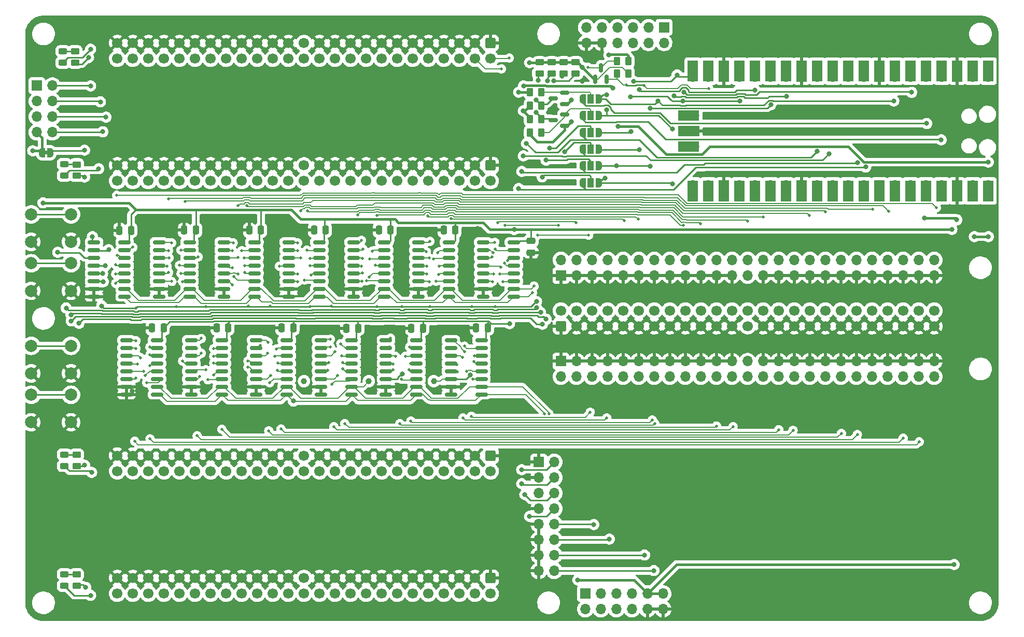
<source format=gtl>
G04 #@! TF.GenerationSoftware,KiCad,Pcbnew,(6.0.5-0)*
G04 #@! TF.CreationDate,2022-12-16T22:27:12-06:00*
G04 #@! TF.ProjectId,scsi_switcher,73637369-5f73-4776-9974-636865722e6b,rev?*
G04 #@! TF.SameCoordinates,Original*
G04 #@! TF.FileFunction,Copper,L1,Top*
G04 #@! TF.FilePolarity,Positive*
%FSLAX46Y46*%
G04 Gerber Fmt 4.6, Leading zero omitted, Abs format (unit mm)*
G04 Created by KiCad (PCBNEW (6.0.5-0)) date 2022-12-16 22:27:12*
%MOMM*%
%LPD*%
G01*
G04 APERTURE LIST*
G04 Aperture macros list*
%AMRoundRect*
0 Rectangle with rounded corners*
0 $1 Rounding radius*
0 $2 $3 $4 $5 $6 $7 $8 $9 X,Y pos of 4 corners*
0 Add a 4 corners polygon primitive as box body*
4,1,4,$2,$3,$4,$5,$6,$7,$8,$9,$2,$3,0*
0 Add four circle primitives for the rounded corners*
1,1,$1+$1,$2,$3*
1,1,$1+$1,$4,$5*
1,1,$1+$1,$6,$7*
1,1,$1+$1,$8,$9*
0 Add four rect primitives between the rounded corners*
20,1,$1+$1,$2,$3,$4,$5,0*
20,1,$1+$1,$4,$5,$6,$7,0*
20,1,$1+$1,$6,$7,$8,$9,0*
20,1,$1+$1,$8,$9,$2,$3,0*%
%AMFreePoly0*
4,1,22,0.550000,-0.750000,0.000000,-0.750000,0.000000,-0.745033,-0.079941,-0.743568,-0.215256,-0.701293,-0.333266,-0.622738,-0.424486,-0.514219,-0.481581,-0.384460,-0.499164,-0.250000,-0.500000,-0.250000,-0.500000,0.250000,-0.499164,0.250000,-0.499963,0.256109,-0.478152,0.396186,-0.417904,0.524511,-0.324060,0.630769,-0.204165,0.706417,-0.067858,0.745374,0.000000,0.744959,0.000000,0.750000,
0.550000,0.750000,0.550000,-0.750000,0.550000,-0.750000,$1*%
%AMFreePoly1*
4,1,20,0.000000,0.744959,0.073905,0.744508,0.209726,0.703889,0.328688,0.626782,0.421226,0.519385,0.479903,0.390333,0.500000,0.250000,0.500000,-0.250000,0.499851,-0.262216,0.476331,-0.402017,0.414519,-0.529596,0.319384,-0.634700,0.198574,-0.708877,0.061801,-0.746166,0.000000,-0.745033,0.000000,-0.750000,-0.550000,-0.750000,-0.550000,0.750000,0.000000,0.750000,0.000000,0.744959,
0.000000,0.744959,$1*%
%AMFreePoly2*
4,1,22,0.500000,-0.750000,0.000000,-0.750000,0.000000,-0.745033,-0.079941,-0.743568,-0.215256,-0.701293,-0.333266,-0.622738,-0.424486,-0.514219,-0.481581,-0.384460,-0.499164,-0.250000,-0.500000,-0.250000,-0.500000,0.250000,-0.499164,0.250000,-0.499963,0.256109,-0.478152,0.396186,-0.417904,0.524511,-0.324060,0.630769,-0.204165,0.706417,-0.067858,0.745374,0.000000,0.744959,0.000000,0.750000,
0.500000,0.750000,0.500000,-0.750000,0.500000,-0.750000,$1*%
%AMFreePoly3*
4,1,20,0.000000,0.744959,0.073905,0.744508,0.209726,0.703889,0.328688,0.626782,0.421226,0.519385,0.479903,0.390333,0.500000,0.250000,0.500000,-0.250000,0.499851,-0.262216,0.476331,-0.402017,0.414519,-0.529596,0.319384,-0.634700,0.198574,-0.708877,0.061801,-0.746166,0.000000,-0.745033,0.000000,-0.750000,-0.500000,-0.750000,-0.500000,0.750000,0.000000,0.750000,0.000000,0.744959,
0.000000,0.744959,$1*%
G04 Aperture macros list end*
G04 #@! TA.AperFunction,ComponentPad*
%ADD10C,1.000000*%
G04 #@! TD*
G04 #@! TA.AperFunction,SMDPad,CuDef*
%ADD11RoundRect,0.250000X-0.262500X-0.450000X0.262500X-0.450000X0.262500X0.450000X-0.262500X0.450000X0*%
G04 #@! TD*
G04 #@! TA.AperFunction,SMDPad,CuDef*
%ADD12RoundRect,0.250000X0.262500X0.450000X-0.262500X0.450000X-0.262500X-0.450000X0.262500X-0.450000X0*%
G04 #@! TD*
G04 #@! TA.AperFunction,SMDPad,CuDef*
%ADD13RoundRect,0.150000X0.587500X0.150000X-0.587500X0.150000X-0.587500X-0.150000X0.587500X-0.150000X0*%
G04 #@! TD*
G04 #@! TA.AperFunction,SMDPad,CuDef*
%ADD14RoundRect,0.150000X0.150000X-0.587500X0.150000X0.587500X-0.150000X0.587500X-0.150000X-0.587500X0*%
G04 #@! TD*
G04 #@! TA.AperFunction,SMDPad,CuDef*
%ADD15RoundRect,0.150000X-0.850000X-0.150000X0.850000X-0.150000X0.850000X0.150000X-0.850000X0.150000X0*%
G04 #@! TD*
G04 #@! TA.AperFunction,ComponentPad*
%ADD16C,2.000000*%
G04 #@! TD*
G04 #@! TA.AperFunction,SMDPad,CuDef*
%ADD17RoundRect,0.250000X0.250000X0.475000X-0.250000X0.475000X-0.250000X-0.475000X0.250000X-0.475000X0*%
G04 #@! TD*
G04 #@! TA.AperFunction,ComponentPad*
%ADD18R,1.700000X1.700000*%
G04 #@! TD*
G04 #@! TA.AperFunction,ComponentPad*
%ADD19O,1.700000X1.700000*%
G04 #@! TD*
G04 #@! TA.AperFunction,SMDPad,CuDef*
%ADD20RoundRect,0.250000X0.450000X-0.262500X0.450000X0.262500X-0.450000X0.262500X-0.450000X-0.262500X0*%
G04 #@! TD*
G04 #@! TA.AperFunction,SMDPad,CuDef*
%ADD21FreePoly0,180.000000*%
G04 #@! TD*
G04 #@! TA.AperFunction,SMDPad,CuDef*
%ADD22R,1.000000X1.500000*%
G04 #@! TD*
G04 #@! TA.AperFunction,SMDPad,CuDef*
%ADD23FreePoly1,180.000000*%
G04 #@! TD*
G04 #@! TA.AperFunction,ComponentPad*
%ADD24RoundRect,0.250000X-0.600000X0.600000X-0.600000X-0.600000X0.600000X-0.600000X0.600000X0.600000X0*%
G04 #@! TD*
G04 #@! TA.AperFunction,ComponentPad*
%ADD25C,1.700000*%
G04 #@! TD*
G04 #@! TA.AperFunction,SMDPad,CuDef*
%ADD26RoundRect,0.250000X-0.450000X0.262500X-0.450000X-0.262500X0.450000X-0.262500X0.450000X0.262500X0*%
G04 #@! TD*
G04 #@! TA.AperFunction,ComponentPad*
%ADD27RoundRect,0.250000X0.600000X-0.600000X0.600000X0.600000X-0.600000X0.600000X-0.600000X-0.600000X0*%
G04 #@! TD*
G04 #@! TA.AperFunction,SMDPad,CuDef*
%ADD28RoundRect,0.243750X0.456250X-0.243750X0.456250X0.243750X-0.456250X0.243750X-0.456250X-0.243750X0*%
G04 #@! TD*
G04 #@! TA.AperFunction,SMDPad,CuDef*
%ADD29RoundRect,0.250000X-0.475000X0.250000X-0.475000X-0.250000X0.475000X-0.250000X0.475000X0.250000X0*%
G04 #@! TD*
G04 #@! TA.AperFunction,SMDPad,CuDef*
%ADD30R,1.700000X3.500000*%
G04 #@! TD*
G04 #@! TA.AperFunction,SMDPad,CuDef*
%ADD31R,3.500000X1.700000*%
G04 #@! TD*
G04 #@! TA.AperFunction,SMDPad,CuDef*
%ADD32FreePoly2,180.000000*%
G04 #@! TD*
G04 #@! TA.AperFunction,SMDPad,CuDef*
%ADD33FreePoly3,180.000000*%
G04 #@! TD*
G04 #@! TA.AperFunction,ViaPad*
%ADD34C,0.800000*%
G04 #@! TD*
G04 #@! TA.AperFunction,ViaPad*
%ADD35C,0.500000*%
G04 #@! TD*
G04 #@! TA.AperFunction,Conductor*
%ADD36C,0.400000*%
G04 #@! TD*
G04 #@! TA.AperFunction,Conductor*
%ADD37C,0.200000*%
G04 #@! TD*
G04 #@! TA.AperFunction,Conductor*
%ADD38C,0.250000*%
G04 #@! TD*
G04 APERTURE END LIST*
G36*
X24200000Y-43226000D02*
G01*
X23700000Y-43226000D01*
X23700000Y-42626000D01*
X24200000Y-42626000D01*
X24200000Y-43226000D01*
G37*
D10*
X66039998Y-80264000D03*
X87226665Y-80264000D03*
X76633331Y-80264000D03*
D11*
X104798500Y-35221333D03*
X102973500Y-35221333D03*
D12*
X119022500Y-27940000D03*
X117197500Y-27940000D03*
D11*
X104798500Y-37422666D03*
X102973500Y-37422666D03*
X104798500Y-33020000D03*
X102973500Y-33020000D03*
D12*
X117197500Y-29972000D03*
X119022500Y-29972000D03*
D11*
X104798500Y-39624000D03*
X102973500Y-39624000D03*
D13*
X106758500Y-34036000D03*
X108633500Y-33086000D03*
X108633500Y-34986000D03*
D14*
X114554000Y-29034500D03*
X115504000Y-30909500D03*
X113604000Y-30909500D03*
D13*
X106758500Y-37592000D03*
X108633500Y-36642000D03*
X108633500Y-38542000D03*
D15*
X31760000Y-57555000D03*
X31760000Y-58825000D03*
X31760000Y-60095000D03*
X31760000Y-61365000D03*
X31760000Y-62635000D03*
X31760000Y-63905000D03*
X31760000Y-65175000D03*
X31760000Y-66445000D03*
X36760000Y-66445000D03*
X36760000Y-65175000D03*
X36760000Y-63905000D03*
X36760000Y-62635000D03*
X36760000Y-61365000D03*
X36760000Y-60095000D03*
X36760000Y-58825000D03*
X36760000Y-57555000D03*
X37056666Y-73555000D03*
X37056666Y-74825000D03*
X37056666Y-76095000D03*
X37056666Y-77365000D03*
X37056666Y-78635000D03*
X37056666Y-79905000D03*
X37056666Y-81175000D03*
X37056666Y-82445000D03*
X42056666Y-82445000D03*
X42056666Y-81175000D03*
X42056666Y-79905000D03*
X42056666Y-78635000D03*
X42056666Y-77365000D03*
X42056666Y-76095000D03*
X42056666Y-74825000D03*
X42056666Y-73555000D03*
X42353332Y-57555000D03*
X42353332Y-58825000D03*
X42353332Y-60095000D03*
X42353332Y-61365000D03*
X42353332Y-62635000D03*
X42353332Y-63905000D03*
X42353332Y-65175000D03*
X42353332Y-66445000D03*
X47353332Y-66445000D03*
X47353332Y-65175000D03*
X47353332Y-63905000D03*
X47353332Y-62635000D03*
X47353332Y-61365000D03*
X47353332Y-60095000D03*
X47353332Y-58825000D03*
X47353332Y-57555000D03*
X47649999Y-73555000D03*
X47649999Y-74825000D03*
X47649999Y-76095000D03*
X47649999Y-77365000D03*
X47649999Y-78635000D03*
X47649999Y-79905000D03*
X47649999Y-81175000D03*
X47649999Y-82445000D03*
X52649999Y-82445000D03*
X52649999Y-81175000D03*
X52649999Y-79905000D03*
X52649999Y-78635000D03*
X52649999Y-77365000D03*
X52649999Y-76095000D03*
X52649999Y-74825000D03*
X52649999Y-73555000D03*
X52946666Y-57555000D03*
X52946666Y-58825000D03*
X52946666Y-60095000D03*
X52946666Y-61365000D03*
X52946666Y-62635000D03*
X52946666Y-63905000D03*
X52946666Y-65175000D03*
X52946666Y-66445000D03*
X57946666Y-66445000D03*
X57946666Y-65175000D03*
X57946666Y-63905000D03*
X57946666Y-62635000D03*
X57946666Y-61365000D03*
X57946666Y-60095000D03*
X57946666Y-58825000D03*
X57946666Y-57555000D03*
X58243332Y-73555000D03*
X58243332Y-74825000D03*
X58243332Y-76095000D03*
X58243332Y-77365000D03*
X58243332Y-78635000D03*
X58243332Y-79905000D03*
X58243332Y-81175000D03*
X58243332Y-82445000D03*
X63243332Y-82445000D03*
X63243332Y-81175000D03*
X63243332Y-79905000D03*
X63243332Y-78635000D03*
X63243332Y-77365000D03*
X63243332Y-76095000D03*
X63243332Y-74825000D03*
X63243332Y-73555000D03*
X63539999Y-57555000D03*
X63539999Y-58825000D03*
X63539999Y-60095000D03*
X63539999Y-61365000D03*
X63539999Y-62635000D03*
X63539999Y-63905000D03*
X63539999Y-65175000D03*
X63539999Y-66445000D03*
X68539999Y-66445000D03*
X68539999Y-65175000D03*
X68539999Y-63905000D03*
X68539999Y-62635000D03*
X68539999Y-61365000D03*
X68539999Y-60095000D03*
X68539999Y-58825000D03*
X68539999Y-57555000D03*
X68836665Y-73555000D03*
X68836665Y-74825000D03*
X68836665Y-76095000D03*
X68836665Y-77365000D03*
X68836665Y-78635000D03*
X68836665Y-79905000D03*
X68836665Y-81175000D03*
X68836665Y-82445000D03*
X73836665Y-82445000D03*
X73836665Y-81175000D03*
X73836665Y-79905000D03*
X73836665Y-78635000D03*
X73836665Y-77365000D03*
X73836665Y-76095000D03*
X73836665Y-74825000D03*
X73836665Y-73555000D03*
X74133332Y-57555000D03*
X74133332Y-58825000D03*
X74133332Y-60095000D03*
X74133332Y-61365000D03*
X74133332Y-62635000D03*
X74133332Y-63905000D03*
X74133332Y-65175000D03*
X74133332Y-66445000D03*
X79133332Y-66445000D03*
X79133332Y-65175000D03*
X79133332Y-63905000D03*
X79133332Y-62635000D03*
X79133332Y-61365000D03*
X79133332Y-60095000D03*
X79133332Y-58825000D03*
X79133332Y-57555000D03*
X79429998Y-73555000D03*
X79429998Y-74825000D03*
X79429998Y-76095000D03*
X79429998Y-77365000D03*
X79429998Y-78635000D03*
X79429998Y-79905000D03*
X79429998Y-81175000D03*
X79429998Y-82445000D03*
X84429998Y-82445000D03*
X84429998Y-81175000D03*
X84429998Y-79905000D03*
X84429998Y-78635000D03*
X84429998Y-77365000D03*
X84429998Y-76095000D03*
X84429998Y-74825000D03*
X84429998Y-73555000D03*
X84726665Y-57555000D03*
X84726665Y-58825000D03*
X84726665Y-60095000D03*
X84726665Y-61365000D03*
X84726665Y-62635000D03*
X84726665Y-63905000D03*
X84726665Y-65175000D03*
X84726665Y-66445000D03*
X89726665Y-66445000D03*
X89726665Y-65175000D03*
X89726665Y-63905000D03*
X89726665Y-62635000D03*
X89726665Y-61365000D03*
X89726665Y-60095000D03*
X89726665Y-58825000D03*
X89726665Y-57555000D03*
X90023332Y-73555000D03*
X90023332Y-74825000D03*
X90023332Y-76095000D03*
X90023332Y-77365000D03*
X90023332Y-78635000D03*
X90023332Y-79905000D03*
X90023332Y-81175000D03*
X90023332Y-82445000D03*
X95023332Y-82445000D03*
X95023332Y-81175000D03*
X95023332Y-79905000D03*
X95023332Y-78635000D03*
X95023332Y-77365000D03*
X95023332Y-76095000D03*
X95023332Y-74825000D03*
X95023332Y-73555000D03*
X95319999Y-57555000D03*
X95319999Y-58825000D03*
X95319999Y-60095000D03*
X95319999Y-61365000D03*
X95319999Y-62635000D03*
X95319999Y-63905000D03*
X95319999Y-65175000D03*
X95319999Y-66445000D03*
X100319999Y-66445000D03*
X100319999Y-65175000D03*
X100319999Y-63905000D03*
X100319999Y-62635000D03*
X100319999Y-61365000D03*
X100319999Y-60095000D03*
X100319999Y-58825000D03*
X100319999Y-57555000D03*
D16*
X28000000Y-82500000D03*
X21500000Y-82500000D03*
X28000000Y-87000000D03*
X21500000Y-87000000D03*
D17*
X96060000Y-71560000D03*
X94160000Y-71560000D03*
D18*
X104389000Y-93487000D03*
D19*
X106929000Y-93487000D03*
X104389000Y-96027000D03*
X106929000Y-96027000D03*
X104389000Y-98567000D03*
X106929000Y-98567000D03*
X104389000Y-101107000D03*
X106929000Y-101107000D03*
X104389000Y-103647000D03*
X106929000Y-103647000D03*
X104389000Y-106187000D03*
X106929000Y-106187000D03*
X104389000Y-108727000D03*
X106929000Y-108727000D03*
X104389000Y-111267000D03*
X106929000Y-111267000D03*
D20*
X28670000Y-28189000D03*
X28670000Y-26364000D03*
D17*
X85480000Y-71610000D03*
X83580000Y-71610000D03*
X43120000Y-71580000D03*
X41220000Y-71580000D03*
D21*
X114150000Y-47814500D03*
D22*
X112850000Y-47814500D03*
D23*
X111550000Y-47814500D03*
D21*
X114150000Y-42332700D03*
D22*
X112850000Y-42332700D03*
D23*
X111550000Y-42332700D03*
D21*
X114150000Y-36850900D03*
D22*
X112850000Y-36850900D03*
D23*
X111550000Y-36850900D03*
D24*
X96520000Y-45000000D03*
D25*
X96520000Y-47540000D03*
X93980000Y-45000000D03*
X93980000Y-47540000D03*
X91440000Y-45000000D03*
X91440000Y-47540000D03*
X88900000Y-45000000D03*
X88900000Y-47540000D03*
X86360000Y-45000000D03*
X86360000Y-47540000D03*
X83820000Y-45000000D03*
X83820000Y-47540000D03*
X81280000Y-45000000D03*
X81280000Y-47540000D03*
X78740000Y-45000000D03*
X78740000Y-47540000D03*
X76200000Y-45000000D03*
X76200000Y-47540000D03*
X73660000Y-45000000D03*
X73660000Y-47540000D03*
X71120000Y-45000000D03*
X71120000Y-47540000D03*
X68580000Y-45000000D03*
X68580000Y-47540000D03*
X66040000Y-45000000D03*
X66040000Y-47540000D03*
X63500000Y-45000000D03*
X63500000Y-47540000D03*
X60960000Y-45000000D03*
X60960000Y-47540000D03*
X58420000Y-45000000D03*
X58420000Y-47540000D03*
X55880000Y-45000000D03*
X55880000Y-47540000D03*
X53340000Y-45000000D03*
X53340000Y-47540000D03*
X50800000Y-45000000D03*
X50800000Y-47540000D03*
X48260000Y-45000000D03*
X48260000Y-47540000D03*
X45720000Y-45000000D03*
X45720000Y-47540000D03*
X43180000Y-45000000D03*
X43180000Y-47540000D03*
X40640000Y-45000000D03*
X40640000Y-47540000D03*
X38100000Y-45000000D03*
X38100000Y-47540000D03*
X35560000Y-45000000D03*
X35560000Y-47540000D03*
D26*
X110410000Y-28157500D03*
X110410000Y-29982500D03*
D27*
X108000000Y-71270000D03*
D25*
X108000000Y-68730000D03*
X110540000Y-71270000D03*
X110540000Y-68730000D03*
X113080000Y-71270000D03*
X113080000Y-68730000D03*
X115620000Y-71270000D03*
X115620000Y-68730000D03*
X118160000Y-71270000D03*
X118160000Y-68730000D03*
X120700000Y-71270000D03*
X120700000Y-68730000D03*
X123240000Y-71270000D03*
X123240000Y-68730000D03*
X125780000Y-71270000D03*
X125780000Y-68730000D03*
X128320000Y-71270000D03*
X128320000Y-68730000D03*
X130860000Y-71270000D03*
X130860000Y-68730000D03*
X133400000Y-71270000D03*
X133400000Y-68730000D03*
X135940000Y-71270000D03*
X135940000Y-68730000D03*
X138480000Y-71270000D03*
X138480000Y-68730000D03*
X141020000Y-71270000D03*
X141020000Y-68730000D03*
X143560000Y-71270000D03*
X143560000Y-68730000D03*
X146100000Y-71270000D03*
X146100000Y-68730000D03*
X148640000Y-71270000D03*
X148640000Y-68730000D03*
X151180000Y-71270000D03*
X151180000Y-68730000D03*
X153720000Y-71270000D03*
X153720000Y-68730000D03*
X156260000Y-71270000D03*
X156260000Y-68730000D03*
X158800000Y-71270000D03*
X158800000Y-68730000D03*
X161340000Y-71270000D03*
X161340000Y-68730000D03*
X163880000Y-71270000D03*
X163880000Y-68730000D03*
X166420000Y-71270000D03*
X166420000Y-68730000D03*
X168960000Y-71270000D03*
X168960000Y-68730000D03*
D24*
X96520000Y-25000000D03*
D25*
X96520000Y-27540000D03*
X93980000Y-25000000D03*
X93980000Y-27540000D03*
X91440000Y-25000000D03*
X91440000Y-27540000D03*
X88900000Y-25000000D03*
X88900000Y-27540000D03*
X86360000Y-25000000D03*
X86360000Y-27540000D03*
X83820000Y-25000000D03*
X83820000Y-27540000D03*
X81280000Y-25000000D03*
X81280000Y-27540000D03*
X78740000Y-25000000D03*
X78740000Y-27540000D03*
X76200000Y-25000000D03*
X76200000Y-27540000D03*
X73660000Y-25000000D03*
X73660000Y-27540000D03*
X71120000Y-25000000D03*
X71120000Y-27540000D03*
X68580000Y-25000000D03*
X68580000Y-27540000D03*
X66040000Y-25000000D03*
X66040000Y-27540000D03*
X63500000Y-25000000D03*
X63500000Y-27540000D03*
X60960000Y-25000000D03*
X60960000Y-27540000D03*
X58420000Y-25000000D03*
X58420000Y-27540000D03*
X55880000Y-25000000D03*
X55880000Y-27540000D03*
X53340000Y-25000000D03*
X53340000Y-27540000D03*
X50800000Y-25000000D03*
X50800000Y-27540000D03*
X48260000Y-25000000D03*
X48260000Y-27540000D03*
X45720000Y-25000000D03*
X45720000Y-27540000D03*
X43180000Y-25000000D03*
X43180000Y-27540000D03*
X40640000Y-25000000D03*
X40640000Y-27540000D03*
X38100000Y-25000000D03*
X38100000Y-27540000D03*
X35560000Y-25000000D03*
X35560000Y-27540000D03*
D17*
X37810000Y-55610000D03*
X35910000Y-55610000D03*
D20*
X28900000Y-113710000D03*
X28900000Y-111885000D03*
X28900000Y-46665000D03*
X28900000Y-44840000D03*
D26*
X108443332Y-28157500D03*
X108443332Y-29982500D03*
D17*
X64290000Y-71570000D03*
X62390000Y-71570000D03*
D28*
X26900000Y-94130000D03*
X26900000Y-92255000D03*
X26670000Y-28194000D03*
X26670000Y-26319000D03*
D17*
X59000000Y-55570000D03*
X57100000Y-55570000D03*
D29*
X103120000Y-57340000D03*
X103120000Y-59240000D03*
D21*
X114150000Y-45073600D03*
D22*
X112850000Y-45073600D03*
D23*
X111550000Y-45073600D03*
D17*
X74890000Y-71600000D03*
X72990000Y-71600000D03*
D19*
X177800000Y-30480000D03*
X175260000Y-30480000D03*
D18*
X172720000Y-30480000D03*
D19*
X170180000Y-30480000D03*
X167640000Y-30480000D03*
X165100000Y-30480000D03*
X162560000Y-30480000D03*
D18*
X160020000Y-30480000D03*
D19*
X157480000Y-30480000D03*
X154940000Y-30480000D03*
X152400000Y-30480000D03*
X149860000Y-30480000D03*
D18*
X147320000Y-30480000D03*
D19*
X144780000Y-30480000D03*
X142240000Y-30480000D03*
X139700000Y-30480000D03*
X137160000Y-30480000D03*
D18*
X134620000Y-30480000D03*
D19*
X132080000Y-30480000D03*
X129540000Y-30480000D03*
X129540000Y-48260000D03*
X132080000Y-48260000D03*
D18*
X134620000Y-48260000D03*
D19*
X137160000Y-48260000D03*
X139700000Y-48260000D03*
X142240000Y-48260000D03*
X144780000Y-48260000D03*
D18*
X147320000Y-48260000D03*
D19*
X149860000Y-48260000D03*
X152400000Y-48260000D03*
X154940000Y-48260000D03*
X157480000Y-48260000D03*
D18*
X160020000Y-48260000D03*
D19*
X162560000Y-48260000D03*
X165100000Y-48260000D03*
X167640000Y-48260000D03*
X170180000Y-48260000D03*
D18*
X172720000Y-48260000D03*
D19*
X175260000Y-48260000D03*
X177800000Y-48260000D03*
D30*
X177800000Y-29580000D03*
X175260000Y-29580000D03*
X172720000Y-29580000D03*
X170180000Y-29580000D03*
X167640000Y-29580000D03*
X165100000Y-29580000D03*
X162560000Y-29580000D03*
X160020000Y-29580000D03*
X157480000Y-29580000D03*
X154940000Y-29580000D03*
X152400000Y-29580000D03*
X149860000Y-29580000D03*
X147320000Y-29580000D03*
X144780000Y-29580000D03*
X142240000Y-29580000D03*
X139700000Y-29580000D03*
X137160000Y-29580000D03*
X134620000Y-29580000D03*
X132080000Y-29580000D03*
X129540000Y-29580000D03*
X177800000Y-49160000D03*
X175260000Y-49160000D03*
X172720000Y-49160000D03*
X170180000Y-49160000D03*
X167640000Y-49160000D03*
X165100000Y-49160000D03*
X162560000Y-49160000D03*
X160020000Y-49160000D03*
X157480000Y-49160000D03*
X154940000Y-49160000D03*
X152400000Y-49160000D03*
X149860000Y-49160000D03*
X147320000Y-49160000D03*
X144780000Y-49160000D03*
X142240000Y-49160000D03*
X139700000Y-49160000D03*
X137160000Y-49160000D03*
X134620000Y-49160000D03*
X132080000Y-49160000D03*
X129540000Y-49160000D03*
D31*
X128870000Y-36830000D03*
D19*
X129770000Y-36830000D03*
D31*
X128870000Y-39370000D03*
D18*
X129770000Y-39370000D03*
D31*
X128870000Y-41910000D03*
D19*
X129770000Y-41910000D03*
D17*
X48390000Y-55580000D03*
X46490000Y-55580000D03*
X90770000Y-55580000D03*
X88870000Y-55580000D03*
D16*
X28000000Y-53000000D03*
X21500000Y-53000000D03*
X28000000Y-57500000D03*
X21500000Y-57500000D03*
X28000000Y-61000000D03*
X21500000Y-61000000D03*
X28000000Y-65500000D03*
X21500000Y-65500000D03*
D24*
X96520000Y-112460000D03*
D25*
X96520000Y-115000000D03*
X93980000Y-112460000D03*
X93980000Y-115000000D03*
X91440000Y-112460000D03*
X91440000Y-115000000D03*
X88900000Y-112460000D03*
X88900000Y-115000000D03*
X86360000Y-112460000D03*
X86360000Y-115000000D03*
X83820000Y-112460000D03*
X83820000Y-115000000D03*
X81280000Y-112460000D03*
X81280000Y-115000000D03*
X78740000Y-112460000D03*
X78740000Y-115000000D03*
X76200000Y-112460000D03*
X76200000Y-115000000D03*
X73660000Y-112460000D03*
X73660000Y-115000000D03*
X71120000Y-112460000D03*
X71120000Y-115000000D03*
X68580000Y-112460000D03*
X68580000Y-115000000D03*
X66040000Y-112460000D03*
X66040000Y-115000000D03*
X63500000Y-112460000D03*
X63500000Y-115000000D03*
X60960000Y-112460000D03*
X60960000Y-115000000D03*
X58420000Y-112460000D03*
X58420000Y-115000000D03*
X55880000Y-112460000D03*
X55880000Y-115000000D03*
X53340000Y-112460000D03*
X53340000Y-115000000D03*
X50800000Y-112460000D03*
X50800000Y-115000000D03*
X48260000Y-112460000D03*
X48260000Y-115000000D03*
X45720000Y-112460000D03*
X45720000Y-115000000D03*
X43180000Y-112460000D03*
X43180000Y-115000000D03*
X40640000Y-112460000D03*
X40640000Y-115000000D03*
X38100000Y-112460000D03*
X38100000Y-115000000D03*
X35560000Y-112460000D03*
X35560000Y-115000000D03*
D20*
X28900000Y-94125000D03*
X28900000Y-92300000D03*
D16*
X28000000Y-74500000D03*
X21500000Y-74500000D03*
X28000000Y-79000000D03*
X21500000Y-79000000D03*
D18*
X22425000Y-31952500D03*
D19*
X24965000Y-31952500D03*
X22425000Y-34492500D03*
X24965000Y-34492500D03*
X22425000Y-37032500D03*
X24965000Y-37032500D03*
X22425000Y-39572500D03*
X24965000Y-39572500D03*
D24*
X96520000Y-92460000D03*
D25*
X96520000Y-95000000D03*
X93980000Y-92460000D03*
X93980000Y-95000000D03*
X91440000Y-92460000D03*
X91440000Y-95000000D03*
X88900000Y-92460000D03*
X88900000Y-95000000D03*
X86360000Y-92460000D03*
X86360000Y-95000000D03*
X83820000Y-92460000D03*
X83820000Y-95000000D03*
X81280000Y-92460000D03*
X81280000Y-95000000D03*
X78740000Y-92460000D03*
X78740000Y-95000000D03*
X76200000Y-92460000D03*
X76200000Y-95000000D03*
X73660000Y-92460000D03*
X73660000Y-95000000D03*
X71120000Y-92460000D03*
X71120000Y-95000000D03*
X68580000Y-92460000D03*
X68580000Y-95000000D03*
X66040000Y-92460000D03*
X66040000Y-95000000D03*
X63500000Y-92460000D03*
X63500000Y-95000000D03*
X60960000Y-92460000D03*
X60960000Y-95000000D03*
X58420000Y-92460000D03*
X58420000Y-95000000D03*
X55880000Y-92460000D03*
X55880000Y-95000000D03*
X53340000Y-92460000D03*
X53340000Y-95000000D03*
X50800000Y-92460000D03*
X50800000Y-95000000D03*
X48260000Y-92460000D03*
X48260000Y-95000000D03*
X45720000Y-92460000D03*
X45720000Y-95000000D03*
X43180000Y-92460000D03*
X43180000Y-95000000D03*
X40640000Y-92460000D03*
X40640000Y-95000000D03*
X38100000Y-92460000D03*
X38100000Y-95000000D03*
X35560000Y-92460000D03*
X35560000Y-95000000D03*
D21*
X114150000Y-34110000D03*
D22*
X112850000Y-34110000D03*
D23*
X111550000Y-34110000D03*
D26*
X106476666Y-28157500D03*
X106476666Y-29982500D03*
D32*
X24600000Y-42926000D03*
D33*
X23300000Y-42926000D03*
D21*
X114150000Y-39591800D03*
D22*
X112850000Y-39591800D03*
D23*
X111550000Y-39591800D03*
D28*
X26900000Y-113715000D03*
X26900000Y-111840000D03*
X26900000Y-46670000D03*
X26900000Y-44795000D03*
D17*
X69590000Y-55560000D03*
X67690000Y-55560000D03*
D26*
X104510000Y-28157500D03*
X104510000Y-29982500D03*
D17*
X53680000Y-71540000D03*
X51780000Y-71540000D03*
X80170000Y-55570000D03*
X78270000Y-55570000D03*
D18*
X108000000Y-77000000D03*
D19*
X108000000Y-79540000D03*
X110540000Y-77000000D03*
X110540000Y-79540000D03*
X113080000Y-77000000D03*
X113080000Y-79540000D03*
X115620000Y-77000000D03*
X115620000Y-79540000D03*
X118160000Y-77000000D03*
X118160000Y-79540000D03*
X120700000Y-77000000D03*
X120700000Y-79540000D03*
X123240000Y-77000000D03*
X123240000Y-79540000D03*
X125780000Y-77000000D03*
X125780000Y-79540000D03*
X128320000Y-77000000D03*
X128320000Y-79540000D03*
X130860000Y-77000000D03*
X130860000Y-79540000D03*
X133400000Y-77000000D03*
X133400000Y-79540000D03*
X135940000Y-77000000D03*
X135940000Y-79540000D03*
X138480000Y-77000000D03*
X138480000Y-79540000D03*
X141020000Y-77000000D03*
X141020000Y-79540000D03*
X143560000Y-77000000D03*
X143560000Y-79540000D03*
X146100000Y-77000000D03*
X146100000Y-79540000D03*
X148640000Y-77000000D03*
X148640000Y-79540000D03*
X151180000Y-77000000D03*
X151180000Y-79540000D03*
X153720000Y-77000000D03*
X153720000Y-79540000D03*
X156260000Y-77000000D03*
X156260000Y-79540000D03*
X158800000Y-77000000D03*
X158800000Y-79540000D03*
X161340000Y-77000000D03*
X161340000Y-79540000D03*
X163880000Y-77000000D03*
X163880000Y-79540000D03*
X166420000Y-77000000D03*
X166420000Y-79540000D03*
X168960000Y-77000000D03*
X168960000Y-79540000D03*
D18*
X108000000Y-63000000D03*
D19*
X108000000Y-60460000D03*
X110540000Y-63000000D03*
X110540000Y-60460000D03*
X113080000Y-63000000D03*
X113080000Y-60460000D03*
X115620000Y-63000000D03*
X115620000Y-60460000D03*
X118160000Y-63000000D03*
X118160000Y-60460000D03*
X120700000Y-63000000D03*
X120700000Y-60460000D03*
X123240000Y-63000000D03*
X123240000Y-60460000D03*
X125780000Y-63000000D03*
X125780000Y-60460000D03*
X128320000Y-63000000D03*
X128320000Y-60460000D03*
X130860000Y-63000000D03*
X130860000Y-60460000D03*
X133400000Y-63000000D03*
X133400000Y-60460000D03*
X135940000Y-63000000D03*
X135940000Y-60460000D03*
X138480000Y-63000000D03*
X138480000Y-60460000D03*
X141020000Y-63000000D03*
X141020000Y-60460000D03*
X143560000Y-63000000D03*
X143560000Y-60460000D03*
X146100000Y-63000000D03*
X146100000Y-60460000D03*
X148640000Y-63000000D03*
X148640000Y-60460000D03*
X151180000Y-63000000D03*
X151180000Y-60460000D03*
X153720000Y-63000000D03*
X153720000Y-60460000D03*
X156260000Y-63000000D03*
X156260000Y-60460000D03*
X158800000Y-63000000D03*
X158800000Y-60460000D03*
X161340000Y-63000000D03*
X161340000Y-60460000D03*
X163880000Y-63000000D03*
X163880000Y-60460000D03*
X166420000Y-63000000D03*
X166420000Y-60460000D03*
X168960000Y-63000000D03*
X168960000Y-60460000D03*
D18*
X112000000Y-115000000D03*
D19*
X112000000Y-117540000D03*
X114540000Y-115000000D03*
X114540000Y-117540000D03*
X117080000Y-115000000D03*
X117080000Y-117540000D03*
X119620000Y-115000000D03*
X119620000Y-117540000D03*
X122160000Y-115000000D03*
X122160000Y-117540000D03*
X124700000Y-115000000D03*
X124700000Y-117540000D03*
D18*
X124830000Y-22420000D03*
D19*
X124830000Y-24960000D03*
X122290000Y-22420000D03*
X122290000Y-24960000D03*
X119750000Y-22420000D03*
X119750000Y-24960000D03*
X117210000Y-22420000D03*
X117210000Y-24960000D03*
X114670000Y-22420000D03*
X114670000Y-24960000D03*
X112130000Y-22420000D03*
X112130000Y-24960000D03*
D34*
X177800000Y-56642000D03*
X175514000Y-56642000D03*
D35*
X58166000Y-71882000D03*
X58674000Y-85344000D03*
X63754000Y-86106000D03*
X66294000Y-86106000D03*
D34*
X64313166Y-83514834D03*
X39624000Y-62992000D03*
X111506000Y-31242000D03*
X106426000Y-35814000D03*
X102870000Y-28194000D03*
X101092000Y-33020000D03*
X103918697Y-34265787D03*
X103923022Y-36338034D03*
X109728000Y-37846000D03*
X109728000Y-34290000D03*
X101891500Y-32004000D03*
X101854000Y-36068000D03*
X116459000Y-32385000D03*
X117348000Y-38608000D03*
X115824000Y-26924000D03*
X177800000Y-44450000D03*
X111506000Y-28956000D03*
D35*
X112522000Y-56388000D03*
X112417017Y-28948483D03*
X104164512Y-56363488D03*
D34*
X165280000Y-33050000D03*
D35*
X96520000Y-30226000D03*
X93980000Y-30226000D03*
X81280000Y-30226000D03*
X83820000Y-30226000D03*
X35560000Y-30226000D03*
X37804500Y-30267975D03*
X40640000Y-30226000D03*
X43180000Y-30226000D03*
X45720000Y-30226000D03*
X48260000Y-30226000D03*
X50800000Y-30226000D03*
X53340000Y-30226000D03*
X55880000Y-30226000D03*
X58420000Y-30226000D03*
X60960000Y-30226000D03*
X91440000Y-30226000D03*
X88900000Y-30226000D03*
X86360000Y-30226000D03*
X78740000Y-30226000D03*
X76200000Y-30226000D03*
X63500000Y-30226000D03*
X66040000Y-30226000D03*
X68580000Y-30226000D03*
X71120000Y-30226000D03*
X73660000Y-30226000D03*
X103598032Y-64736032D03*
X45212000Y-68072000D03*
X60452000Y-80518000D03*
X70612000Y-80772000D03*
X97282000Y-68113500D03*
X93472000Y-68072000D03*
X86614000Y-68113500D03*
X82030000Y-68084000D03*
X60549069Y-67984332D03*
X56942668Y-68023946D03*
X50038000Y-68113500D03*
X38608000Y-68326000D03*
X60608812Y-79332706D03*
X60198000Y-73914000D03*
X51308000Y-79248000D03*
X49022000Y-79502000D03*
X38608000Y-79756000D03*
X96814511Y-64015488D03*
D34*
X104022544Y-67257789D03*
D35*
X67056000Y-68072000D03*
D34*
X93177209Y-79230412D03*
D35*
X44450000Y-63966500D03*
D34*
X82122497Y-79122890D03*
D35*
X132150000Y-32430000D03*
X65024000Y-64009556D03*
D34*
X33020000Y-67970000D03*
D35*
X71561011Y-79355500D03*
X86490000Y-64000000D03*
X75460000Y-63950000D03*
X70507206Y-67980195D03*
D34*
X33274000Y-64008000D03*
D35*
X118680000Y-31850000D03*
X54340887Y-64531113D03*
X77978000Y-68113500D03*
X121520000Y-31890000D03*
X106025063Y-85598000D03*
X103378000Y-65786000D03*
X105325560Y-85598000D03*
D34*
X104937404Y-46872611D03*
X104022544Y-68263089D03*
X104310000Y-31120980D03*
X27200000Y-68300000D03*
X28000000Y-69424500D03*
X105571744Y-44131711D03*
X105833851Y-31125500D03*
X104681569Y-69014547D03*
X108184484Y-30401000D03*
X105591531Y-70153784D03*
X108589299Y-42803299D03*
X28026657Y-70423647D03*
X104983159Y-70946809D03*
X106833354Y-31125500D03*
X29300000Y-70800000D03*
X106172000Y-42164000D03*
X172639500Y-53890000D03*
X172212000Y-110236000D03*
X167400000Y-53600000D03*
X110744000Y-112776000D03*
D35*
X98766741Y-61002546D03*
X107603788Y-54810500D03*
X98875671Y-54810500D03*
X96764331Y-59993171D03*
X110500000Y-54400000D03*
X97700000Y-54349500D03*
X112790989Y-85358350D03*
X93400000Y-86000000D03*
X93794500Y-77060207D03*
X92000000Y-86300000D03*
X115500000Y-86300000D03*
X91900000Y-76400000D03*
X90075509Y-53690500D03*
X88137996Y-61468000D03*
X118300000Y-54000000D03*
X120600000Y-53800000D03*
X86235487Y-53255500D03*
X86521076Y-60149465D03*
X83500000Y-86800000D03*
X122930120Y-86629938D03*
X83500000Y-77400000D03*
X81700000Y-87200000D03*
X80965989Y-76205857D03*
X123335500Y-87200000D03*
X77979170Y-53150500D03*
X128033553Y-54810500D03*
X77724000Y-61300000D03*
X130800500Y-54500000D03*
X75600000Y-60200000D03*
X74800000Y-53100000D03*
X72407871Y-77217574D03*
X133400000Y-87600000D03*
X72700000Y-87200000D03*
X70900000Y-87700000D03*
X71115520Y-75479084D03*
X136100000Y-87700000D03*
X138500000Y-54100000D03*
X66607984Y-52405500D03*
X67000000Y-61400000D03*
X65508983Y-52396517D03*
X141000000Y-53400000D03*
X65500000Y-60100000D03*
X62300000Y-88100000D03*
X61800000Y-77300000D03*
X143600000Y-88200000D03*
X60119011Y-75740796D03*
X145900000Y-88300000D03*
X60300000Y-88400000D03*
X148600000Y-53200000D03*
X56388000Y-61400000D03*
X56700000Y-51600500D03*
X55300000Y-51600000D03*
X55300000Y-60000000D03*
X151200000Y-52558033D03*
X51308000Y-77300000D03*
X52619500Y-88121274D03*
X153800000Y-88800000D03*
X156400000Y-89000000D03*
X48600000Y-89200000D03*
X49275500Y-75704062D03*
X158900000Y-52158522D03*
X46600000Y-50900000D03*
X45720000Y-61300000D03*
X44000000Y-60100000D03*
X43900000Y-50500000D03*
X161500000Y-52500000D03*
X40900000Y-89700000D03*
X163900000Y-89600000D03*
X40894000Y-77724000D03*
X38400000Y-90100000D03*
X166500000Y-90200000D03*
X39346737Y-76422778D03*
X35306000Y-61214000D03*
X169300000Y-51900000D03*
X35460978Y-49900000D03*
X98044000Y-62738000D03*
X97210850Y-57571737D03*
X92562409Y-78644174D03*
X92245989Y-75480956D03*
X88059011Y-62795035D03*
X86614000Y-57404000D03*
X83165553Y-78399589D03*
X80173053Y-73242947D03*
X76659287Y-63263597D03*
X75438000Y-57248388D03*
X72400071Y-78234180D03*
X70358000Y-73406000D03*
X67231478Y-62947154D03*
X65024000Y-57658000D03*
X61722000Y-78486000D03*
X56388000Y-62484000D03*
X54469500Y-57658000D03*
X49285500Y-73285349D03*
X45974000Y-62663814D03*
X44450000Y-57658000D03*
X40106510Y-79361337D03*
X38608000Y-73660000D03*
X35306000Y-62738000D03*
X99258600Y-60505174D03*
X97028000Y-62738000D03*
X93867998Y-76132478D03*
X91063898Y-78740000D03*
X87208643Y-60278134D03*
X86106000Y-62738000D03*
X82604500Y-76199495D03*
X80540504Y-78398147D03*
X76800011Y-60258217D03*
X75586921Y-62573967D03*
X72214520Y-76146863D03*
X69946956Y-78496714D03*
X67056000Y-60198000D03*
X65024000Y-62738000D03*
X61255500Y-76218174D03*
X56896000Y-77978000D03*
X56250500Y-60138227D03*
X55289159Y-62724880D03*
X51308000Y-76200000D03*
X50021655Y-78415128D03*
X48768000Y-59944000D03*
X43942000Y-62484000D03*
X40893999Y-75946000D03*
X39842891Y-78679040D03*
X35560000Y-59690000D03*
X97271589Y-58715618D03*
X96896990Y-59306363D03*
X92245989Y-74553987D03*
X90678000Y-74930000D03*
X87858511Y-59270853D03*
X86037645Y-59113643D03*
X83312000Y-74676000D03*
X80010000Y-74676000D03*
X77190517Y-58997566D03*
X75692006Y-58646871D03*
X72069011Y-74142530D03*
X70358000Y-74676000D03*
X66522511Y-58871467D03*
X65024000Y-58928000D03*
X61509500Y-75034191D03*
X58928000Y-74422000D03*
X55880000Y-58928000D03*
X54356000Y-58928000D03*
X51308000Y-74930000D03*
X48504669Y-74920669D03*
X45950500Y-58834213D03*
X43942000Y-58928000D03*
X40893999Y-74676000D03*
X38608000Y-74930000D03*
X38100000Y-58382660D03*
X99568000Y-27432000D03*
X98552000Y-64008000D03*
X98298000Y-29210000D03*
X98217241Y-61670025D03*
X93627907Y-79950500D03*
X90997548Y-77535548D03*
X87589001Y-63946153D03*
X86106000Y-61468000D03*
X81930884Y-79950500D03*
X80566478Y-77490050D03*
X76295041Y-63860781D03*
X75438000Y-61509500D03*
X70104000Y-77216000D03*
X66120676Y-63731444D03*
X62029001Y-61468000D03*
X56896000Y-76962000D03*
X54604280Y-63168719D03*
X54356000Y-61722000D03*
X50350989Y-80041269D03*
X46228000Y-76962000D03*
X46188201Y-63976992D03*
X43688000Y-61468000D03*
X40350500Y-80527751D03*
X38833169Y-77501357D03*
X35306000Y-64262000D03*
D34*
X31496000Y-56642000D03*
X31200000Y-32000000D03*
X31200000Y-26000000D03*
X32800000Y-34600000D03*
X32525989Y-45539180D03*
X33157978Y-62674990D03*
X34148178Y-58770473D03*
X33700000Y-37100000D03*
X31374011Y-95175133D03*
X33607488Y-61427369D03*
X33200000Y-39500000D03*
X31200000Y-115300000D03*
X115430000Y-35910000D03*
X126230011Y-39072440D03*
X128118625Y-32990999D03*
X144860000Y-33665500D03*
X126484500Y-33596858D03*
X126230011Y-48039117D03*
X115220000Y-47050000D03*
X113365489Y-103713489D03*
X123880989Y-34442079D03*
X162360000Y-34450000D03*
X115480000Y-33420000D03*
X142270000Y-35080000D03*
X122540203Y-35676890D03*
X115905489Y-106090511D03*
X122599011Y-45153776D03*
X117093600Y-45073600D03*
X121642000Y-108688000D03*
X120764882Y-32574500D03*
X139670000Y-32670000D03*
X120760000Y-42390000D03*
X119888000Y-31242000D03*
X126970000Y-30200000D03*
X123169000Y-111231000D03*
X119450000Y-39460000D03*
X137200000Y-34440000D03*
X127920000Y-34440000D03*
X119358725Y-33825500D03*
X101590946Y-94742000D03*
X157765633Y-45249500D03*
X101092000Y-48768000D03*
X101600000Y-45974000D03*
X101600000Y-97028000D03*
X156462144Y-44562809D03*
X101854000Y-43434000D03*
X151770000Y-43095989D03*
X102108000Y-98806000D03*
X102362000Y-41402000D03*
X102870000Y-102362000D03*
X149820000Y-42709500D03*
X170090000Y-40810000D03*
X167720000Y-38150000D03*
X171840000Y-55460000D03*
X21750000Y-42610000D03*
X99605500Y-70866000D03*
X100367500Y-55470388D03*
X23430000Y-51120000D03*
X25830000Y-59200000D03*
X55430000Y-78880000D03*
X71540000Y-55290000D03*
X40535999Y-53470000D03*
X50170000Y-55190000D03*
X74640000Y-55360000D03*
X94385055Y-55274500D03*
X55400000Y-72240000D03*
X33310000Y-81680000D03*
X60650000Y-62740000D03*
X76500000Y-78486000D03*
X60700000Y-55400000D03*
X92620000Y-62390000D03*
X138430000Y-73914000D03*
X81850000Y-62570000D03*
X82050000Y-55520000D03*
X45790000Y-71810000D03*
X76570000Y-71970000D03*
X45410000Y-79170000D03*
X99115434Y-73595968D03*
X37990000Y-81840000D03*
X49880000Y-62830000D03*
X86990000Y-72840000D03*
X52990000Y-55350000D03*
X63150000Y-55470000D03*
X138430000Y-66040000D03*
X66080000Y-71810000D03*
X30400000Y-114000000D03*
X30200000Y-46900000D03*
X30200000Y-42500000D03*
X30863284Y-27361314D03*
X30200000Y-94000000D03*
D36*
X177800000Y-56642000D02*
X175514000Y-56642000D01*
D37*
X63609049Y-81175000D02*
X65300548Y-82866499D01*
X65505245Y-83058000D02*
X71587948Y-83058000D01*
X71587948Y-83058000D02*
X73470948Y-81175000D01*
X65300548Y-82866499D02*
X65313744Y-82866499D01*
X65313744Y-82866499D02*
X65505245Y-83058000D01*
X88646000Y-79905000D02*
X90023332Y-79905000D01*
X88646000Y-79905000D02*
X88287000Y-80264000D01*
X88287000Y-80264000D02*
X87226665Y-80264000D01*
X73836665Y-81175000D02*
X75722331Y-81175000D01*
X75722331Y-81175000D02*
X76633331Y-80264000D01*
X85493000Y-82445000D02*
X86360000Y-83312000D01*
X84429998Y-82445000D02*
X85493000Y-82445000D01*
X91199480Y-83044520D02*
X93069000Y-81175000D01*
X86689038Y-83444031D02*
X94024301Y-83444031D01*
X86557006Y-83312000D02*
X86689038Y-83444031D01*
X94024301Y-83444031D02*
X95023332Y-82445000D01*
X86360000Y-83312000D02*
X86557006Y-83312000D01*
X84985000Y-81175000D02*
X86854520Y-83044520D01*
X86854520Y-83044520D02*
X91199480Y-83044520D01*
X93069000Y-81175000D02*
X95023332Y-81175000D01*
X41148000Y-76200000D02*
X40893999Y-75946000D01*
X41147999Y-74930000D02*
X40893999Y-74676000D01*
X42701666Y-76200000D02*
X41148000Y-76200000D01*
X42701666Y-74930000D02*
X41147999Y-74930000D01*
D36*
X108633500Y-38542000D02*
X108633500Y-39194500D01*
X104140000Y-41148000D02*
X102973500Y-39981500D01*
X108633500Y-39194500D02*
X106680000Y-41148000D01*
X106680000Y-41148000D02*
X104140000Y-41148000D01*
X116120520Y-32046520D02*
X105621480Y-32046520D01*
X105495440Y-31920480D02*
X101975020Y-31920480D01*
X116459000Y-32385000D02*
X116120520Y-32046520D01*
X105621480Y-32046520D02*
X105495440Y-31920480D01*
X101975020Y-31920480D02*
X101891500Y-32004000D01*
X102973500Y-33020000D02*
X101092000Y-33020000D01*
X102870000Y-28194000D02*
X104473500Y-28194000D01*
D38*
X104798500Y-35145590D02*
X103918697Y-34265787D01*
X104798500Y-37213512D02*
X103923022Y-36338034D01*
X105748667Y-34967333D02*
X104798500Y-34967333D01*
X106680000Y-34036000D02*
X105748667Y-34967333D01*
D37*
X104798500Y-39624000D02*
X106099717Y-39624000D01*
X106099717Y-39624000D02*
X108633500Y-37090217D01*
X108633500Y-37090217D02*
X108633500Y-36642000D01*
D36*
X109032000Y-38542000D02*
X109728000Y-37846000D01*
X109032000Y-34986000D02*
X109728000Y-34290000D01*
D37*
X104798500Y-33020000D02*
X108567500Y-33020000D01*
D36*
X101854000Y-36068000D02*
X102973500Y-37187500D01*
X101854000Y-36068000D02*
X102126833Y-36068000D01*
X102126833Y-36068000D02*
X102973500Y-35221333D01*
D38*
X104883166Y-37338000D02*
X106504500Y-37338000D01*
X106504500Y-37338000D02*
X106758500Y-37592000D01*
X107479499Y-42888501D02*
X103848501Y-42888501D01*
X103848501Y-42888501D02*
X102362000Y-41402000D01*
X109568000Y-40800000D02*
X107479499Y-42888501D01*
X112159178Y-40800000D02*
X109568000Y-40800000D01*
X104310000Y-30182500D02*
X104310000Y-31120980D01*
D36*
X115824000Y-26924000D02*
X115907520Y-26840480D01*
X119022500Y-27074500D02*
X119022500Y-27940000D01*
X115907520Y-26840480D02*
X118788480Y-26840480D01*
X118788480Y-26840480D02*
X119022500Y-27074500D01*
D38*
X117005989Y-37925411D02*
X117047901Y-37883499D01*
D36*
X120650000Y-38608000D02*
X117348000Y-38608000D01*
D38*
X117047901Y-37883499D02*
X122230181Y-37883499D01*
X170015489Y-40735489D02*
X170090000Y-40810000D01*
X112025489Y-37925411D02*
X117005989Y-37925411D01*
X122230181Y-37883499D02*
X125082171Y-40735489D01*
D36*
X125222000Y-43180000D02*
X120650000Y-38608000D01*
D38*
X125082171Y-40735489D02*
X170015489Y-40735489D01*
X111550000Y-37449922D02*
X112025489Y-37925411D01*
D36*
X125222000Y-43180000D02*
X130999022Y-43180000D01*
D38*
X112159178Y-40800000D02*
X120810000Y-40800000D01*
X123714511Y-43704511D02*
X148824989Y-43704511D01*
X120810000Y-40800000D02*
X123714511Y-43704511D01*
X148824989Y-43704511D02*
X149820000Y-42709500D01*
X112025489Y-43407211D02*
X121893211Y-43407211D01*
X121893211Y-43407211D02*
X122640022Y-44154022D01*
X122640022Y-44154022D02*
X149011182Y-44154022D01*
X149011184Y-44154020D02*
X150711969Y-44154020D01*
X149011182Y-44154022D02*
X149011184Y-44154020D01*
X150711969Y-44154020D02*
X151770000Y-43095989D01*
X131520864Y-45307040D02*
X131540594Y-45287310D01*
X156421423Y-44603530D02*
X156462144Y-44562809D01*
X131334670Y-44857530D02*
X131588670Y-44603530D01*
X131588670Y-44603530D02*
X156421423Y-44603530D01*
X131540594Y-45287310D02*
X157727823Y-45287310D01*
X126897778Y-46148111D02*
X128188356Y-44857533D01*
D36*
X132269022Y-41910000D02*
X130999022Y-43180000D01*
D38*
X112025489Y-46148111D02*
X126897778Y-46148111D01*
X112040979Y-48904501D02*
X126401203Y-48904501D01*
X126401203Y-48904501D02*
X129998662Y-45307042D01*
X128188356Y-44857533D02*
X131334670Y-44857530D01*
D36*
X157480000Y-44450000D02*
X154940000Y-41910000D01*
X157480000Y-44450000D02*
X177800000Y-44450000D01*
D38*
X157727823Y-45287310D02*
X157765633Y-45249500D01*
X129998662Y-45307042D02*
X131520864Y-45307040D01*
D36*
X154940000Y-41910000D02*
X132269022Y-41910000D01*
D37*
X112503034Y-29034500D02*
X112417017Y-28948483D01*
X114554000Y-29034500D02*
X112503034Y-29034500D01*
D36*
X111506000Y-28956000D02*
X113459500Y-30909500D01*
X113459500Y-30909500D02*
X113604000Y-30909500D01*
X110707500Y-28157500D02*
X111506000Y-28956000D01*
D37*
X114554000Y-29034500D02*
X115648500Y-27940000D01*
X115648500Y-27940000D02*
X117197500Y-27940000D01*
X115989237Y-28972480D02*
X118022980Y-28972480D01*
X113604000Y-30909500D02*
X114052217Y-30909500D01*
X114052217Y-30909500D02*
X115989237Y-28972480D01*
X118022980Y-28972480D02*
X119022500Y-29972000D01*
X117197500Y-29972000D02*
X117197500Y-30837500D01*
X117197500Y-30837500D02*
X117269500Y-30909500D01*
D38*
X126970000Y-30200000D02*
X125928000Y-31242000D01*
X125928000Y-31242000D02*
X119888000Y-31242000D01*
X120304600Y-31850000D02*
X121480000Y-31850000D01*
X120188099Y-31966501D02*
X120304600Y-31850000D01*
X118680000Y-31850000D02*
X118796501Y-31966501D01*
X118796501Y-31966501D02*
X120188099Y-31966501D01*
X121480000Y-31850000D02*
X121520000Y-31890000D01*
D37*
X102257000Y-82445000D02*
X105325560Y-85513560D01*
X95609000Y-82445000D02*
X102257000Y-82445000D01*
X106025063Y-85435950D02*
X106025063Y-85598000D01*
X101764113Y-81175000D02*
X106025063Y-85435950D01*
X105325560Y-85513560D02*
X105325560Y-85598000D01*
X95023332Y-81175000D02*
X101764113Y-81175000D01*
X112522000Y-56388000D02*
X104189024Y-56388000D01*
X104189024Y-56388000D02*
X104164512Y-56363488D01*
X117269500Y-30909500D02*
X118210000Y-31850000D01*
X118210000Y-31850000D02*
X118680000Y-31850000D01*
X117269500Y-30909500D02*
X115504000Y-30909500D01*
X112750000Y-33060000D02*
X108659500Y-33060000D01*
X112659100Y-35710000D02*
X109565500Y-35710000D01*
X109565500Y-35710000D02*
X108633500Y-36642000D01*
D38*
X112850000Y-39591800D02*
X112850000Y-38591800D01*
X107188000Y-42164000D02*
X106172000Y-42164000D01*
X112850000Y-38591800D02*
X112775489Y-38517289D01*
X112775489Y-38517289D02*
X110834711Y-38517289D01*
X110834711Y-38517289D02*
X107188000Y-42164000D01*
X109009987Y-43407211D02*
X108889398Y-43527800D01*
X108168611Y-43407211D02*
X101880789Y-43407211D01*
X108289200Y-43527800D02*
X108168611Y-43407211D01*
X110134409Y-41258189D02*
X108589299Y-42803299D01*
X112496097Y-43914501D02*
X109138401Y-43914501D01*
X108921191Y-44131711D02*
X105571744Y-44131711D01*
X112850000Y-45073600D02*
X112850000Y-44268404D01*
X108889398Y-43527800D02*
X108289200Y-43527800D01*
X112850000Y-41332700D02*
X112775489Y-41258189D01*
X112850000Y-44268404D02*
X112496097Y-43914501D01*
X112025489Y-43407211D02*
X109009987Y-43407211D01*
X112850000Y-42332700D02*
X112850000Y-41332700D01*
X112775489Y-41258189D02*
X110134409Y-41258189D01*
X101880789Y-43407211D02*
X101854000Y-43434000D01*
X109138401Y-43914501D02*
X108921191Y-44131711D01*
D37*
X122511047Y-87049011D02*
X122930120Y-86629938D01*
X166055377Y-90644623D02*
X166500000Y-90200000D01*
X111949339Y-86200000D02*
X112790989Y-85358350D01*
X62300000Y-88100000D02*
X62847050Y-88647050D01*
X133151969Y-87848031D02*
X133400000Y-87600000D01*
X93400000Y-86000000D02*
X93600000Y-86200000D01*
X93600000Y-86200000D02*
X111949339Y-86200000D01*
X163254891Y-90245109D02*
X163900000Y-89600000D01*
X49245595Y-89845595D02*
X155554405Y-89845595D01*
X92000000Y-86300000D02*
X92349501Y-86649501D01*
X60946559Y-89046559D02*
X145153441Y-89046559D01*
X83500000Y-86800000D02*
X83749011Y-87049011D01*
X135552459Y-88247541D02*
X136100000Y-87700000D01*
X83749011Y-87049011D02*
X122511047Y-87049011D01*
X41445109Y-90245109D02*
X163254891Y-90245109D01*
X81948521Y-87448521D02*
X123086979Y-87448521D01*
X115150499Y-86649501D02*
X115500000Y-86300000D01*
X145153441Y-89046559D02*
X145900000Y-88300000D01*
X81700000Y-87200000D02*
X81948521Y-87448521D01*
X73348031Y-87848031D02*
X133151969Y-87848031D01*
X92349501Y-86649501D02*
X115150499Y-86649501D01*
X70900000Y-87700000D02*
X71447541Y-88247541D01*
X123086979Y-87448521D02*
X123335500Y-87200000D01*
X72700000Y-87200000D02*
X73348031Y-87848031D01*
X71447541Y-88247541D02*
X135552459Y-88247541D01*
X62847050Y-88647050D02*
X143152950Y-88647050D01*
X48600000Y-89200000D02*
X49245595Y-89845595D01*
X153153918Y-89446082D02*
X53944308Y-89446082D01*
X143152950Y-88647050D02*
X143600000Y-88200000D01*
X60300000Y-88400000D02*
X60946559Y-89046559D01*
X153800000Y-88800000D02*
X153153918Y-89446082D01*
X155554405Y-89845595D02*
X156400000Y-89000000D01*
X40900000Y-89700000D02*
X41445109Y-90245109D01*
X53944308Y-89446082D02*
X52619500Y-88121274D01*
X38400000Y-90100000D02*
X38944623Y-90644623D01*
X38944623Y-90644623D02*
X166055377Y-90644623D01*
D38*
X96877991Y-68521959D02*
X97044033Y-68688001D01*
X27600000Y-68700000D02*
X33114296Y-68700000D01*
X93234033Y-68646501D02*
X93709967Y-68646501D01*
X50655257Y-68598447D02*
X65245979Y-68598447D01*
X38245042Y-68775510D02*
X38370033Y-68900501D01*
X65245979Y-68598447D02*
X65294033Y-68646501D01*
X78215967Y-68688001D02*
X78364966Y-68539002D01*
X93834509Y-68521959D02*
X96877991Y-68521959D01*
X33114296Y-68700000D02*
X33189806Y-68775510D01*
X67385772Y-68554696D02*
X77606728Y-68554696D01*
X103124000Y-68072000D02*
X103938211Y-67257789D01*
X97044033Y-68688001D02*
X97519967Y-68688001D01*
X38845967Y-68900501D02*
X38970958Y-68775510D01*
X87018009Y-68521959D02*
X93109491Y-68521959D01*
X103938211Y-67257789D02*
X104022544Y-67257789D01*
X27200000Y-68300000D02*
X27600000Y-68700000D01*
X86209991Y-68521959D02*
X86376033Y-68688001D01*
X82267967Y-68658501D02*
X82404509Y-68521959D01*
X65294033Y-68646501D02*
X67293967Y-68646501D01*
X97519967Y-68688001D02*
X97686009Y-68521959D01*
X93472000Y-68072000D02*
X103124000Y-68072000D01*
X67293967Y-68646501D02*
X67385772Y-68554696D01*
X78364966Y-68539002D02*
X81672534Y-68539002D01*
X77606728Y-68554696D02*
X77740033Y-68688001D01*
X77740033Y-68688001D02*
X78215967Y-68688001D01*
X38970958Y-68775510D02*
X50478193Y-68775511D01*
X81672534Y-68539002D02*
X81792033Y-68658501D01*
X93709967Y-68646501D02*
X93834509Y-68521959D01*
X97686009Y-68521959D02*
X103763674Y-68521959D01*
X86851967Y-68688001D02*
X87018009Y-68521959D01*
X93109491Y-68521959D02*
X93234033Y-68646501D01*
X50478193Y-68775511D02*
X50655257Y-68598447D01*
X82404509Y-68521959D02*
X86209991Y-68521959D01*
X38370033Y-68900501D02*
X38845967Y-68900501D01*
X103763674Y-68521959D02*
X104022544Y-68263089D01*
X81792033Y-68658501D02*
X82267967Y-68658501D01*
X33189806Y-68775510D02*
X38245042Y-68775510D01*
X86376033Y-68688001D02*
X86851967Y-68688001D01*
X165280000Y-33050000D02*
X165170999Y-32940999D01*
D37*
X94622855Y-58772144D02*
X96362771Y-58772144D01*
X96662502Y-60095000D02*
X96764331Y-59993171D01*
X96362771Y-58772144D02*
X96896990Y-59306363D01*
X97483971Y-58928000D02*
X97271589Y-58715618D01*
X99129195Y-61365000D02*
X98766741Y-61002546D01*
X94569999Y-60095000D02*
X96662502Y-60095000D01*
X99565774Y-60198000D02*
X99258600Y-60505174D01*
X100966999Y-58928000D02*
X97483971Y-58928000D01*
X101069999Y-61365000D02*
X99129195Y-61365000D01*
X94672999Y-61468000D02*
X98015216Y-61468000D01*
X98015216Y-61468000D02*
X98217241Y-61670025D01*
X100319999Y-66445000D02*
X102719000Y-66445000D01*
X102719000Y-66445000D02*
X103378000Y-65786000D01*
X103159064Y-65175000D02*
X103598032Y-64736032D01*
X100319999Y-65175000D02*
X103159064Y-65175000D01*
X47903000Y-65175000D02*
X49784000Y-67056000D01*
X55699949Y-67056000D02*
X57580949Y-65175000D01*
X49784000Y-67056000D02*
X55699949Y-67056000D01*
X37125717Y-65175000D02*
X38995237Y-67044520D01*
X38995237Y-67044520D02*
X44969480Y-67044520D01*
X44969480Y-67044520D02*
X46839000Y-65175000D01*
X36760000Y-66445000D02*
X37759031Y-67444031D01*
X45585969Y-67444031D02*
X46585000Y-66445000D01*
X37759031Y-67444031D02*
X45585969Y-67444031D01*
X67921000Y-66445000D02*
X66802000Y-67564000D01*
X66802000Y-67564000D02*
X60903006Y-67564000D01*
X60903006Y-67564000D02*
X60649006Y-67310000D01*
X60649006Y-67310000D02*
X59182000Y-67310000D01*
X59182000Y-67310000D02*
X58317000Y-66445000D01*
X91026185Y-66134185D02*
X91936520Y-67044520D01*
X90092382Y-65175000D02*
X91026185Y-66108803D01*
X91936520Y-67044520D02*
X98055480Y-67044520D01*
X91026185Y-66108803D02*
X91026185Y-66134185D01*
X98055480Y-67044520D02*
X99925000Y-65175000D01*
X90725695Y-67444030D02*
X89726665Y-66445000D01*
X90725695Y-67444030D02*
X99320969Y-67444030D01*
X99320969Y-67444030D02*
X100319999Y-66445000D01*
D38*
X94303091Y-69960490D02*
X96409410Y-69960490D01*
X96595604Y-69510980D02*
X96671647Y-69587023D01*
X80702910Y-69960490D02*
X80737455Y-69995034D01*
X93977625Y-69014547D02*
X96734875Y-69014547D01*
X98078549Y-70036531D02*
X98154590Y-69960490D01*
X104153402Y-69510980D02*
X104381470Y-69739048D01*
X94082355Y-69545521D02*
X94116896Y-69510980D01*
X105098237Y-69660490D02*
X105591531Y-70153784D01*
X94268549Y-69995031D02*
X94303091Y-69960490D01*
X78850590Y-69960490D02*
X80702910Y-69960490D01*
X77181455Y-70036534D02*
X78774549Y-70036531D01*
X82686896Y-69510980D02*
X85927604Y-69510980D01*
X87038161Y-69137511D02*
X87161125Y-69014547D01*
X86066875Y-69014547D02*
X86189840Y-69137512D01*
X85741410Y-69960490D02*
X85817455Y-70036534D01*
X50850581Y-69674531D02*
X51014132Y-69510980D01*
X39404549Y-70249031D02*
X39529537Y-70124043D01*
X29975957Y-70124043D02*
X37686463Y-70124043D01*
X51200325Y-69960491D02*
X64700911Y-69960491D01*
X50664387Y-69225021D02*
X50841451Y-69047957D01*
X81233455Y-70007034D02*
X82826549Y-70007031D01*
X78588355Y-69587021D02*
X78664396Y-69510980D01*
X77105411Y-69960490D02*
X77181455Y-70036534D01*
X51036775Y-70124041D02*
X51200325Y-69960491D01*
X96671647Y-69587023D02*
X97892355Y-69587021D01*
X64737217Y-69995034D02*
X67852549Y-69995031D01*
X81373104Y-69510980D02*
X81419647Y-69557523D01*
X87410549Y-70036531D02*
X87486590Y-69960490D01*
X64735454Y-69995034D02*
X64737217Y-69995034D01*
X92966375Y-69014547D02*
X93047840Y-69096012D01*
X104981668Y-69739048D02*
X105060226Y-69660490D01*
X92640910Y-69960490D02*
X92675455Y-69995034D01*
X104381470Y-69739048D02*
X104981668Y-69739048D01*
X82873091Y-69960490D02*
X85741410Y-69960490D01*
X81419647Y-69557523D02*
X82640355Y-69557521D01*
X94116896Y-69510980D02*
X96595604Y-69510980D01*
X37997647Y-69799523D02*
X39218355Y-69799521D01*
X87300396Y-69510980D02*
X92827104Y-69510980D01*
X39343344Y-69674532D02*
X50850581Y-69674531D01*
X96485455Y-70036534D02*
X98078549Y-70036531D01*
X87224355Y-69587021D02*
X87300396Y-69510980D01*
X67887090Y-69960490D02*
X77105411Y-69960490D01*
X85817455Y-70036534D02*
X87410549Y-70036531D01*
X28775772Y-69674532D02*
X37872656Y-69674532D01*
X51014132Y-69510980D02*
X64887104Y-69510980D01*
X85927604Y-69510980D02*
X86003647Y-69587023D01*
X82826549Y-70007031D02*
X82873091Y-69960490D01*
X78664396Y-69510980D02*
X81373104Y-69510980D01*
X97892355Y-69587021D02*
X97968396Y-69510980D01*
X87486590Y-69960490D02*
X92640910Y-69960490D01*
X77291604Y-69510980D02*
X77367647Y-69587023D01*
X77367647Y-69587023D02*
X78588355Y-69587021D01*
X78402161Y-69137511D02*
X78543193Y-68996479D01*
X64921647Y-69545523D02*
X67666355Y-69545521D01*
X39529537Y-70124043D02*
X51036775Y-70124041D01*
X28026657Y-70423647D02*
X28775772Y-69674532D01*
X97829125Y-69014547D02*
X104681569Y-69014547D01*
X67666355Y-69545521D02*
X67700896Y-69510980D01*
X93896161Y-69096011D02*
X93977625Y-69014547D01*
X97706161Y-69137511D02*
X97829125Y-69014547D01*
X37872656Y-69674532D02*
X37997647Y-69799523D01*
X82640355Y-69557521D02*
X82686896Y-69510980D01*
X87161125Y-69014547D02*
X92966375Y-69014547D01*
X92675455Y-69995034D02*
X94268549Y-69995031D01*
X82454161Y-69108011D02*
X82547625Y-69014547D01*
X81605840Y-69108012D02*
X82454161Y-69108011D01*
X81494307Y-68996479D02*
X81605840Y-69108012D01*
X96734875Y-69014547D02*
X96857840Y-69137512D01*
X93047840Y-69096012D02*
X93896161Y-69096011D01*
X67480161Y-69096011D02*
X67571966Y-69004206D01*
X64887104Y-69510980D02*
X64921647Y-69545523D01*
X65107840Y-69096012D02*
X67480161Y-69096011D01*
X78774549Y-70036531D02*
X78850590Y-69960490D01*
X80737455Y-69995034D02*
X81221453Y-69995033D01*
X50841451Y-69047957D02*
X65059785Y-69047957D01*
X39157151Y-69225021D02*
X50664387Y-69225021D01*
X38183840Y-69350012D02*
X39032161Y-69350011D01*
X105060226Y-69660490D02*
X105098237Y-69660490D01*
X33003613Y-69225021D02*
X38058849Y-69225021D01*
X29300000Y-70800000D02*
X29975957Y-70124043D01*
X37686463Y-70124043D02*
X37811455Y-70249034D01*
X103046194Y-69960490D02*
X104032513Y-70946809D01*
X39218355Y-69799521D02*
X39343344Y-69674532D01*
X77420534Y-69004206D02*
X77553840Y-69137512D01*
X67852549Y-69995031D02*
X67887090Y-69960490D01*
X92861647Y-69545523D02*
X94082355Y-69545521D01*
X38058849Y-69225021D02*
X38183840Y-69350012D01*
X98154590Y-69960490D02*
X103046194Y-69960490D01*
X78543193Y-68996479D02*
X81494307Y-68996479D01*
X81221453Y-69995033D02*
X81233455Y-70007034D01*
X92827104Y-69510980D02*
X92861647Y-69545523D01*
X28000000Y-69424500D02*
X28253030Y-69171470D01*
X39032161Y-69350011D02*
X39157151Y-69225021D01*
X96409410Y-69960490D02*
X96485455Y-70036534D01*
X77553840Y-69137512D02*
X78402161Y-69137511D01*
X86003647Y-69587023D02*
X87224355Y-69587021D01*
X28253030Y-69171470D02*
X32950062Y-69171470D01*
X104032513Y-70946809D02*
X104983159Y-70946809D01*
X32950062Y-69171470D02*
X33003613Y-69225021D01*
X37811455Y-70249034D02*
X39404549Y-70249031D01*
X97968396Y-69510980D02*
X104153402Y-69510980D01*
X67700896Y-69510980D02*
X77291604Y-69510980D01*
X96857840Y-69137512D02*
X97706161Y-69137511D01*
X64700911Y-69960491D02*
X64735454Y-69995034D01*
X86189840Y-69137512D02*
X87038161Y-69137511D01*
X67571966Y-69004206D02*
X77420534Y-69004206D01*
X65059785Y-69047957D02*
X65107840Y-69096012D01*
X82547625Y-69014547D02*
X86066875Y-69014547D01*
D37*
X77470000Y-67564000D02*
X78589000Y-66445000D01*
X68642999Y-66548000D02*
X69850000Y-66548000D01*
X69850000Y-66548000D02*
X70866000Y-67564000D01*
X70866000Y-67564000D02*
X77470000Y-67564000D01*
X79907000Y-65175000D02*
X81776520Y-67044520D01*
X81776520Y-67044520D02*
X87337171Y-67044520D01*
X87337171Y-67044520D02*
X89206691Y-65175000D01*
X79133332Y-66445000D02*
X80161000Y-66445000D01*
X81160030Y-67444030D02*
X88727635Y-67444030D01*
X80161000Y-66445000D02*
X81160030Y-67444030D01*
X88727635Y-67444030D02*
X89726665Y-66445000D01*
D38*
X94489285Y-70410000D02*
X96190000Y-70410000D01*
X92454719Y-70410000D02*
X92489267Y-70444547D01*
X94454739Y-70444542D02*
X94454743Y-70444542D01*
X94454743Y-70444542D02*
X94489285Y-70410000D01*
X87672784Y-70410000D02*
X92454719Y-70410000D01*
X87596743Y-70486041D02*
X87672784Y-70410000D01*
X85631264Y-70486045D02*
X87596743Y-70486041D01*
X94454737Y-70444544D02*
X94454739Y-70444542D01*
X92489267Y-70444547D02*
X94334417Y-70444542D01*
X85440000Y-70410000D02*
X85555218Y-70410000D01*
X85555218Y-70410000D02*
X85631264Y-70486045D01*
X94334417Y-70444542D02*
X94454737Y-70444544D01*
D37*
X68539999Y-65175000D02*
X69493000Y-65175000D01*
X69493000Y-65175000D02*
X71374000Y-67056000D01*
X71374000Y-67056000D02*
X76886615Y-67056000D01*
X76886615Y-67056000D02*
X78767615Y-65175000D01*
D38*
X67163499Y-67964501D02*
X70491512Y-67964501D01*
X70599011Y-68072000D02*
X70507206Y-67980195D01*
X77936500Y-68072000D02*
X70599011Y-68072000D01*
X77978000Y-68113500D02*
X77936500Y-68072000D01*
X70491512Y-67964501D02*
X70507206Y-67980195D01*
X67056000Y-68072000D02*
X67163499Y-67964501D01*
X61467553Y-68072447D02*
X60637184Y-68072447D01*
D37*
X57946666Y-65175000D02*
X59079000Y-65175000D01*
D38*
X60637184Y-68072447D02*
X60549069Y-67984332D01*
D37*
X59079000Y-65175000D02*
X61068489Y-67164489D01*
X61068489Y-67164489D02*
X66184793Y-67164489D01*
X66184793Y-67164489D02*
X68174282Y-65175000D01*
X57761000Y-66445000D02*
X56642000Y-67564000D01*
X49276000Y-67564000D02*
X48157000Y-66445000D01*
X56642000Y-67564000D02*
X49276000Y-67564000D01*
X56894614Y-68072000D02*
X56942668Y-68023946D01*
X53848000Y-68072000D02*
X56894614Y-68072000D01*
X54865837Y-62653163D02*
X55217442Y-62653163D01*
X55189561Y-63754000D02*
X54604280Y-63168719D01*
X54831892Y-62619218D02*
X54865837Y-62653163D01*
X52384503Y-62653163D02*
X54342723Y-62653163D01*
X54342723Y-62653163D02*
X54376668Y-62619218D01*
X55217442Y-62653163D02*
X55289159Y-62724880D01*
X54376668Y-62619218D02*
X54831892Y-62619218D01*
X58545666Y-63754000D02*
X55189561Y-63754000D01*
X53714774Y-63905000D02*
X54340887Y-64531113D01*
D38*
X45212000Y-68072000D02*
X53848000Y-68072000D01*
X38862000Y-68072000D02*
X45212000Y-68072000D01*
X67055553Y-68072447D02*
X67056000Y-68072000D01*
X61467553Y-68072447D02*
X67055553Y-68072447D01*
X74815458Y-70444542D02*
X74850000Y-70410000D01*
X64314542Y-70444542D02*
X74815458Y-70444542D01*
X64280000Y-70410000D02*
X64314542Y-70444542D01*
X75690719Y-70410000D02*
X75725267Y-70444547D01*
X81240333Y-70456545D02*
X82926229Y-70456542D01*
X83012738Y-70456544D02*
X83012740Y-70456542D01*
X81047272Y-70456545D02*
X81047280Y-70456553D01*
X75725275Y-70444550D02*
X75894621Y-70444545D01*
X78960743Y-70486041D02*
X79036784Y-70410000D01*
X76953763Y-70444544D02*
X76995267Y-70486047D01*
X75894621Y-70444545D02*
X76953763Y-70444544D01*
X74850000Y-70410000D02*
X75690719Y-70410000D01*
X81047280Y-70456553D02*
X81240333Y-70456545D01*
X83012740Y-70456542D02*
X83012743Y-70456542D01*
X80720621Y-70444545D02*
X81035263Y-70444545D01*
X80551275Y-70444550D02*
X80720621Y-70444545D01*
X82926229Y-70456542D02*
X83012738Y-70456544D01*
X80551267Y-70444547D02*
X80551272Y-70444547D01*
X80516719Y-70410000D02*
X80551267Y-70444547D01*
X76995267Y-70486047D02*
X78960743Y-70486041D01*
X75725272Y-70444547D02*
X75725275Y-70444550D01*
X78007500Y-68084000D02*
X77978000Y-68113500D01*
X83059285Y-70410000D02*
X85440000Y-70410000D01*
X81047263Y-70456545D02*
X81047272Y-70456545D01*
X82030000Y-68084000D02*
X78007500Y-68084000D01*
X75725267Y-70444547D02*
X75725272Y-70444547D01*
X80551272Y-70444547D02*
X80551275Y-70444550D01*
X83012743Y-70456542D02*
X83059285Y-70410000D01*
X81035263Y-70444545D02*
X81047263Y-70456545D01*
X79036784Y-70410000D02*
X80516719Y-70410000D01*
D37*
X60452000Y-80518000D02*
X61065000Y-79905000D01*
X61065000Y-79905000D02*
X63243332Y-79905000D01*
X58243332Y-79905000D02*
X60036518Y-79905000D01*
X60036518Y-79905000D02*
X60608812Y-79332706D01*
X71079489Y-80304511D02*
X70612000Y-80772000D01*
X68836665Y-79905000D02*
X71011511Y-79905000D01*
X73437154Y-80304511D02*
X71079489Y-80304511D01*
X71011511Y-79905000D02*
X71561011Y-79355500D01*
X73836665Y-79905000D02*
X73437154Y-80304511D01*
X68836665Y-77365000D02*
X69955000Y-77365000D01*
X69955000Y-77365000D02*
X70104000Y-77216000D01*
X74586665Y-77365000D02*
X72555297Y-77365000D01*
X72555297Y-77365000D02*
X72407871Y-77217574D01*
X72800891Y-78635000D02*
X72400071Y-78234180D01*
X74586665Y-78635000D02*
X72800891Y-78635000D01*
X69842770Y-78600900D02*
X69946956Y-78496714D01*
X68120765Y-78600900D02*
X69842770Y-78600900D01*
X68235665Y-74676000D02*
X70358000Y-74676000D01*
X68086665Y-76095000D02*
X70499604Y-76095000D01*
X70499604Y-76095000D02*
X71115520Y-75479084D01*
X72267657Y-76200000D02*
X72214520Y-76146863D01*
X74481665Y-76200000D02*
X72267657Y-76200000D01*
X74481665Y-74930000D02*
X72856481Y-74930000D01*
X72856481Y-74930000D02*
X72069011Y-74142530D01*
D38*
X96190000Y-70410000D02*
X96646000Y-70866000D01*
X96646000Y-70866000D02*
X99605500Y-70866000D01*
X82042000Y-68072000D02*
X93472000Y-68072000D01*
X82030000Y-68084000D02*
X82042000Y-68072000D01*
X53848000Y-68072000D02*
X61467106Y-68072000D01*
X38608000Y-68326000D02*
X38862000Y-68072000D01*
X61467106Y-68072000D02*
X61467553Y-68072447D01*
X33376000Y-68326000D02*
X38608000Y-68326000D01*
D37*
X36760000Y-63905000D02*
X35663000Y-63905000D01*
X35663000Y-63905000D02*
X35306000Y-64262000D01*
D38*
X51386520Y-70410000D02*
X53950000Y-70410000D01*
X51222968Y-70573552D02*
X51386520Y-70410000D01*
X44126447Y-70573553D02*
X51222968Y-70573552D01*
X43120000Y-71580000D02*
X44126447Y-70573553D01*
X33020000Y-67970000D02*
X33376000Y-68326000D01*
D37*
X42567000Y-82445000D02*
X43688000Y-83566000D01*
X51528999Y-83566000D02*
X52649999Y-82445000D01*
X43688000Y-83566000D02*
X51528999Y-83566000D01*
X42422383Y-81175000D02*
X44305383Y-83058000D01*
X44305383Y-83058000D02*
X50292000Y-83058000D01*
X50292000Y-83058000D02*
X52175000Y-81175000D01*
X53015716Y-81175000D02*
X54885236Y-83044520D01*
X54885236Y-83044520D02*
X60973480Y-83044520D01*
X60973480Y-83044520D02*
X62843000Y-81175000D01*
X82194761Y-83044520D02*
X84064281Y-81175000D01*
X74202382Y-81175000D02*
X76071902Y-83044520D01*
X76071902Y-83044520D02*
X82194761Y-83044520D01*
X73836665Y-82445000D02*
X74835696Y-83444031D01*
X74835696Y-83444031D02*
X83430967Y-83444031D01*
X83430967Y-83444031D02*
X84429998Y-82445000D01*
X63243332Y-82445000D02*
X64364332Y-83566000D01*
X72898000Y-83566000D02*
X73836665Y-82627335D01*
X64364332Y-83566000D02*
X72898000Y-83566000D01*
X52649999Y-82445000D02*
X53649030Y-83444031D01*
X62244301Y-83444031D02*
X63243332Y-82445000D01*
X53649030Y-83444031D02*
X62244301Y-83444031D01*
X57134332Y-77978000D02*
X56896000Y-77978000D01*
X57642332Y-78486000D02*
X57134332Y-77978000D01*
X57090332Y-76962000D02*
X56896000Y-76962000D01*
X57598332Y-77470000D02*
X57090332Y-76962000D01*
X61871000Y-78635000D02*
X61722000Y-78486000D01*
X63993332Y-78635000D02*
X61871000Y-78635000D01*
X63925524Y-76162808D02*
X61310866Y-76162808D01*
X63993332Y-74825000D02*
X61718691Y-74825000D01*
X61310866Y-76162808D02*
X61255500Y-76218174D01*
X61718691Y-74825000D02*
X61509500Y-75034191D01*
X58243332Y-73555000D02*
X59839000Y-73555000D01*
X59839000Y-73555000D02*
X60198000Y-73914000D01*
X58420000Y-74930000D02*
X58928000Y-74422000D01*
X46899999Y-77365000D02*
X46631000Y-77365000D01*
X46631000Y-77365000D02*
X46228000Y-76962000D01*
X53399999Y-77365000D02*
X51373000Y-77365000D01*
X51373000Y-77365000D02*
X51308000Y-77300000D01*
X51921000Y-78635000D02*
X51308000Y-79248000D01*
X47092665Y-78442334D02*
X49994449Y-78442334D01*
X49994449Y-78442334D02*
X50021655Y-78415128D01*
X48619000Y-79905000D02*
X49022000Y-79502000D01*
X47649999Y-79905000D02*
X48619000Y-79905000D01*
X41253000Y-77365000D02*
X40894000Y-77724000D01*
X36443023Y-77501357D02*
X38833169Y-77501357D01*
X39018959Y-76095000D02*
X39346737Y-76422778D01*
X36306666Y-76095000D02*
X39018959Y-76095000D01*
X42806666Y-78635000D02*
X40832847Y-78635000D01*
X38459000Y-79905000D02*
X38608000Y-79756000D01*
X37056666Y-79905000D02*
X38459000Y-79905000D01*
X40832847Y-78635000D02*
X40106510Y-79361337D01*
X39798851Y-78635000D02*
X39842891Y-78679040D01*
X36306666Y-78635000D02*
X39798851Y-78635000D01*
X38527748Y-74849748D02*
X38608000Y-74930000D01*
X36331414Y-74849748D02*
X38527748Y-74849748D01*
X38503000Y-73555000D02*
X38608000Y-73660000D01*
X36306666Y-73555000D02*
X38503000Y-73555000D01*
X95319999Y-63905000D02*
X96704023Y-63905000D01*
X96704023Y-63905000D02*
X96814511Y-64015488D01*
X100966999Y-64008000D02*
X98552000Y-64008000D01*
X94672999Y-62738000D02*
X97028000Y-62738000D01*
X94646108Y-57631109D02*
X97151478Y-57631109D01*
X97151478Y-57631109D02*
X97210850Y-57571737D01*
X83976665Y-60095000D02*
X86466611Y-60095000D01*
X86466611Y-60095000D02*
X86521076Y-60149465D01*
X85891945Y-58967943D02*
X86037645Y-59113643D01*
X84119608Y-58967943D02*
X85891945Y-58967943D01*
X90373665Y-60198000D02*
X87288777Y-60198000D01*
X88240996Y-61365000D02*
X88137996Y-61468000D01*
X90476665Y-61365000D02*
X88240996Y-61365000D01*
X87288777Y-60198000D02*
X87208643Y-60278134D01*
X84079665Y-61468000D02*
X86106000Y-61468000D01*
X88201364Y-58928000D02*
X87858511Y-59270853D01*
X90373665Y-58928000D02*
X88201364Y-58928000D01*
X83976665Y-57555000D02*
X86463000Y-57555000D01*
X86463000Y-57555000D02*
X86614000Y-57404000D01*
X75481842Y-62679046D02*
X75586921Y-62573967D01*
X73427378Y-62679046D02*
X75481842Y-62679046D01*
X77789000Y-61365000D02*
X77724000Y-61300000D01*
X79883332Y-61365000D02*
X77789000Y-61365000D01*
X77287884Y-62635000D02*
X76659287Y-63263597D01*
X79883332Y-62635000D02*
X77287884Y-62635000D01*
X79625551Y-63860781D02*
X76295041Y-63860781D01*
X77363083Y-58825000D02*
X77190517Y-58997566D01*
X73383332Y-58825000D02*
X75513877Y-58825000D01*
X75513877Y-58825000D02*
X75692006Y-58646871D01*
X79883332Y-58825000D02*
X77363083Y-58825000D01*
X73383332Y-57555000D02*
X75131388Y-57555000D01*
X75131388Y-57555000D02*
X75438000Y-57248388D01*
X66143232Y-63754000D02*
X66120676Y-63731444D01*
X69138999Y-63754000D02*
X66143232Y-63754000D01*
X64919444Y-63905000D02*
X65024000Y-64009556D01*
X62789999Y-63905000D02*
X64919444Y-63905000D01*
X62892999Y-62738000D02*
X65024000Y-62738000D01*
X69186999Y-60198000D02*
X67056000Y-60198000D01*
X62892999Y-58928000D02*
X65024000Y-58928000D01*
X69186999Y-58928000D02*
X66579044Y-58928000D01*
X66579044Y-58928000D02*
X66522511Y-58871467D01*
X64921000Y-57555000D02*
X65024000Y-57658000D01*
X62789999Y-57555000D02*
X64921000Y-57555000D01*
X56423000Y-61365000D02*
X56388000Y-61400000D01*
X58696666Y-61365000D02*
X56423000Y-61365000D01*
X58696666Y-62635000D02*
X56539000Y-62635000D01*
X56539000Y-62635000D02*
X56388000Y-62484000D01*
X53848000Y-61722000D02*
X54356000Y-61722000D01*
X53594000Y-61468000D02*
X53848000Y-61722000D01*
X52299666Y-58928000D02*
X54356000Y-58928000D01*
X44388500Y-63905000D02*
X44450000Y-63966500D01*
X41603332Y-63905000D02*
X44388500Y-63905000D01*
X48617000Y-60095000D02*
X48768000Y-59944000D01*
X48103332Y-60095000D02*
X48617000Y-60095000D01*
X45785000Y-61365000D02*
X45720000Y-61300000D01*
X48103332Y-61365000D02*
X45785000Y-61365000D01*
X48103332Y-62635000D02*
X46002814Y-62635000D01*
X46002814Y-62635000D02*
X45974000Y-62663814D01*
X41706332Y-58928000D02*
X43942000Y-58928000D01*
X37510000Y-58825000D02*
X37952340Y-58382660D01*
X87786971Y-49509918D02*
X85246859Y-49509911D01*
X121117683Y-49772740D02*
X121117680Y-49772740D01*
X121403512Y-49788571D02*
X121386029Y-49802557D01*
X84757713Y-49483230D02*
X84737454Y-49500113D01*
X128564500Y-51209511D02*
X127159378Y-49804389D01*
X121386029Y-49802557D02*
X121267775Y-49789418D01*
X77570587Y-49509912D02*
X77474088Y-49496127D01*
X85246859Y-49509911D02*
X84819415Y-49462416D01*
X121100199Y-49786727D02*
X121015856Y-49777356D01*
X92051452Y-49804389D02*
X91792464Y-49545403D01*
X88358560Y-49545401D02*
X88099570Y-49804389D01*
X120831853Y-49756910D02*
X120831846Y-49756909D01*
X121556806Y-49804389D02*
X121426336Y-49782644D01*
X76988960Y-49509917D02*
X65893505Y-49509916D01*
X57424066Y-49852470D02*
X57424064Y-49852468D01*
X120831846Y-49756909D02*
X120772495Y-49804389D01*
X121416083Y-49789968D02*
X121403512Y-49788571D01*
X169300000Y-51900000D02*
X168609511Y-51209511D01*
X84701714Y-49509911D02*
X77570587Y-49509912D01*
X168609511Y-51209511D02*
X128564500Y-51209511D01*
X127159378Y-49804389D02*
X121556806Y-49804389D01*
X121426336Y-49782644D02*
X121416083Y-49789968D01*
X65503419Y-49900000D02*
X57471598Y-49900000D01*
X121117680Y-49772740D02*
X121100199Y-49786727D01*
X121267775Y-49789418D02*
X121117686Y-49772738D01*
X121117686Y-49772738D02*
X121117683Y-49772740D01*
X120772495Y-49804389D02*
X92051452Y-49804389D01*
X91792464Y-49545403D02*
X88358560Y-49545401D01*
X37952340Y-58382660D02*
X38100000Y-58382660D01*
X88099570Y-49804389D02*
X88081439Y-49804389D01*
X77095272Y-49502886D02*
X77025813Y-49496571D01*
X77163461Y-49451747D02*
X77095272Y-49502886D01*
X84819415Y-49462416D02*
X84819408Y-49462418D01*
X84737454Y-49500113D02*
X84715147Y-49498397D01*
X84715147Y-49498397D02*
X84701714Y-49509911D01*
X121015856Y-49777356D02*
X120831856Y-49756907D01*
X76988965Y-49509912D02*
X76988960Y-49509917D01*
X77009804Y-49509912D02*
X76988965Y-49509912D01*
X65893505Y-49509916D02*
X65503419Y-49900000D01*
X57471598Y-49900000D02*
X57424069Y-49852470D01*
X57424069Y-49852470D02*
X57424066Y-49852470D01*
X57424064Y-49852468D02*
X55975943Y-49852466D01*
X55975943Y-49852466D02*
X55928408Y-49900000D01*
X84819408Y-49462418D02*
X84789760Y-49486139D01*
X120831856Y-49756907D02*
X120831853Y-49756910D01*
X88081439Y-49804389D02*
X87786971Y-49509918D01*
X55928408Y-49900000D02*
X35460978Y-49900000D01*
X84757719Y-49483231D02*
X84757713Y-49483230D01*
X77474088Y-49496127D02*
X77163461Y-49451747D01*
X84789760Y-49486139D02*
X84757725Y-49483226D01*
X84757725Y-49483226D02*
X84757719Y-49483231D01*
X77025813Y-49496571D02*
X77009804Y-49509912D01*
D38*
X34018651Y-58900000D02*
X34148178Y-58770473D01*
X31085000Y-58900000D02*
X34018651Y-58900000D01*
D37*
X35814000Y-59690000D02*
X35560000Y-59690000D01*
X36322000Y-60198000D02*
X35814000Y-59690000D01*
X35457000Y-61365000D02*
X35306000Y-61214000D01*
X37510000Y-61365000D02*
X35457000Y-61365000D01*
D38*
X33545119Y-61365000D02*
X33607488Y-61427369D01*
X31010000Y-61365000D02*
X33545119Y-61365000D01*
X33132968Y-62700000D02*
X33157978Y-62674990D01*
X31075000Y-62700000D02*
X33132968Y-62700000D01*
D37*
X37407000Y-62738000D02*
X35306000Y-62738000D01*
D38*
X33171000Y-63905000D02*
X33274000Y-64008000D01*
X31010000Y-63905000D02*
X33171000Y-63905000D01*
X31010000Y-57555000D02*
X31496000Y-57069000D01*
X31496000Y-57069000D02*
X31496000Y-56642000D01*
X78679998Y-79905000D02*
X81356383Y-79905000D01*
D37*
X122060000Y-32430000D02*
X127054674Y-32430000D01*
X127054674Y-32430000D02*
X127642688Y-31841987D01*
D38*
X89273332Y-79905000D02*
X92502621Y-79905000D01*
X92502621Y-79905000D02*
X93177209Y-79230412D01*
X81692917Y-79375999D02*
X81869388Y-79375999D01*
X81356383Y-79905000D02*
X81356383Y-79712533D01*
X81356383Y-79712533D02*
X81692917Y-79375999D01*
D37*
X83976665Y-63905000D02*
X86395000Y-63905000D01*
X127642688Y-31841987D02*
X128594563Y-31841987D01*
X73383332Y-63905000D02*
X75415000Y-63905000D01*
D38*
X81869388Y-79375999D02*
X82122497Y-79122890D01*
D37*
X75415000Y-63905000D02*
X75460000Y-63950000D01*
X129182575Y-32430000D02*
X132150000Y-32430000D01*
X121520000Y-31890000D02*
X122060000Y-32430000D01*
X128594563Y-31841987D02*
X129182575Y-32430000D01*
X112850000Y-35900900D02*
X112659100Y-35710000D01*
X112850000Y-36850900D02*
X112850000Y-35900900D01*
X112850000Y-34110000D02*
X112850000Y-33160000D01*
X112850000Y-33160000D02*
X112750000Y-33060000D01*
D38*
X112850000Y-47814500D02*
X112850000Y-46814500D01*
X112850000Y-46814500D02*
X112633122Y-46597622D01*
X105212393Y-46597622D02*
X104937404Y-46872611D01*
X112633122Y-46597622D02*
X105212393Y-46597622D01*
X21500000Y-53000000D02*
X28000000Y-53000000D01*
X21500000Y-61000000D02*
X28000000Y-61000000D01*
X106476666Y-29982500D02*
X105833851Y-30625315D01*
X105833851Y-30625315D02*
X105833851Y-31125500D01*
X108184484Y-30241348D02*
X108184484Y-30401000D01*
X21500000Y-74500000D02*
X28000000Y-74500000D01*
X21500000Y-82500000D02*
X28000000Y-82500000D01*
X110410000Y-29982500D02*
X109267000Y-31125500D01*
X109267000Y-31125500D02*
X106833354Y-31125500D01*
D36*
X172349500Y-53600000D02*
X172639500Y-53890000D01*
X126924000Y-110236000D02*
X172212000Y-110236000D01*
X122160000Y-115000000D02*
X126924000Y-110236000D01*
X119936000Y-112776000D02*
X110744000Y-112776000D01*
X122160000Y-115000000D02*
X119936000Y-112776000D01*
X122160000Y-115000000D02*
X124700000Y-115000000D01*
X110410000Y-28157500D02*
X104510000Y-28157500D01*
X167400000Y-53600000D02*
X172349500Y-53600000D01*
D37*
X107603788Y-54810500D02*
X107553787Y-54760499D01*
X98925672Y-54760499D02*
X98875671Y-54810500D01*
X107553787Y-54760499D02*
X98925672Y-54760499D01*
X97849500Y-54200000D02*
X97700000Y-54349500D01*
X110500000Y-54400000D02*
X110300000Y-54200000D01*
X110300000Y-54200000D02*
X97849500Y-54200000D01*
X95773332Y-77365000D02*
X94099293Y-77365000D01*
X94099293Y-77365000D02*
X93794500Y-77060207D01*
X89273332Y-76095000D02*
X91595000Y-76095000D01*
X91595000Y-76095000D02*
X91900000Y-76400000D01*
X90185009Y-53800000D02*
X90075509Y-53690500D01*
X118300000Y-54000000D02*
X118100000Y-53800000D01*
X118100000Y-53800000D02*
X90185009Y-53800000D01*
X89847897Y-53140999D02*
X89588896Y-53400000D01*
X89588896Y-53400000D02*
X86379987Y-53400000D01*
X90303121Y-53140999D02*
X89847897Y-53140999D01*
X90562122Y-53400000D02*
X90303121Y-53140999D01*
X120200000Y-53400000D02*
X90562122Y-53400000D01*
X120600000Y-53800000D02*
X120200000Y-53400000D01*
X86379987Y-53400000D02*
X86235487Y-53255500D01*
X83535000Y-77365000D02*
X83500000Y-77400000D01*
X80855132Y-76095000D02*
X80965989Y-76205857D01*
X78679998Y-76095000D02*
X80855132Y-76095000D01*
X127510500Y-54810500D02*
X125800000Y-53100000D01*
X120365484Y-53000490D02*
X90727605Y-53000489D01*
X128033553Y-54810500D02*
X127510500Y-54810500D01*
X78029670Y-53100000D02*
X77979170Y-53150500D01*
X90468605Y-52741489D02*
X89682415Y-52741488D01*
X125800000Y-53100000D02*
X120464993Y-53100000D01*
X120464993Y-53100000D02*
X120365484Y-53000490D01*
X89423413Y-53000489D02*
X86757589Y-53000489D01*
X85685986Y-53100000D02*
X78029670Y-53100000D01*
X89682415Y-52741488D02*
X89423413Y-53000489D01*
X86463099Y-52705999D02*
X86007875Y-52705999D01*
X90727605Y-53000489D02*
X90468605Y-52741489D01*
X86757589Y-53000489D02*
X86463099Y-52705999D01*
X85685986Y-53027888D02*
X85685986Y-53100000D01*
X86007875Y-52705999D02*
X85685986Y-53027888D01*
X128400655Y-54400489D02*
X130700989Y-54400489D01*
X77652557Y-52700000D02*
X77751558Y-52600999D01*
X75200000Y-52700000D02*
X77652557Y-52700000D01*
X73383332Y-60095000D02*
X75495000Y-60095000D01*
X75495000Y-60095000D02*
X75600000Y-60200000D01*
X130700989Y-54400489D02*
X130800500Y-54500000D01*
X127805941Y-54260999D02*
X128261165Y-54260999D01*
X89257931Y-52600978D02*
X89516933Y-52341977D01*
X89516933Y-52341977D02*
X90634089Y-52341979D01*
X90893088Y-52600978D02*
X120530969Y-52600980D01*
X120530969Y-52600980D02*
X120629987Y-52700000D01*
X86923072Y-52600978D02*
X89257931Y-52600978D01*
X78305783Y-52700000D02*
X85448880Y-52700000D01*
X74800000Y-53100000D02*
X75200000Y-52700000D01*
X86628583Y-52306489D02*
X86923072Y-52600978D01*
X120629987Y-52700000D02*
X126100000Y-52700000D01*
X85448880Y-52700000D02*
X85842393Y-52306488D01*
X85842393Y-52306488D02*
X86628583Y-52306489D01*
X126100000Y-52700000D02*
X127733470Y-54333470D01*
X128261165Y-54260999D02*
X128400655Y-54400489D01*
X77751558Y-52600999D02*
X78206782Y-52600999D01*
X127733470Y-54333470D02*
X127805941Y-54260999D01*
X78206782Y-52600999D02*
X78305783Y-52700000D01*
X90634089Y-52341979D02*
X90893088Y-52600978D01*
X67035000Y-61365000D02*
X67000000Y-61400000D01*
X127826483Y-53861489D02*
X126265482Y-52300489D01*
X74784507Y-52550499D02*
X66752983Y-52550499D01*
X90799572Y-51942468D02*
X89351451Y-51942467D01*
X138500000Y-54100000D02*
X138336488Y-53936488D01*
X128426647Y-53861488D02*
X127826483Y-53861489D01*
X85676911Y-51906977D02*
X85283397Y-52300489D01*
X66752983Y-52550499D02*
X66607984Y-52405500D01*
X86794065Y-51906978D02*
X85676911Y-51906977D01*
X77487073Y-52300490D02*
X75034516Y-52300490D01*
X120696453Y-52201471D02*
X120696451Y-52201469D01*
X78471266Y-52300490D02*
X78372264Y-52201488D01*
X128501647Y-53936488D02*
X128426647Y-53861488D01*
X75034516Y-52300490D02*
X74784507Y-52550499D01*
X126265482Y-52300489D02*
X120795473Y-52300489D01*
X138336488Y-53936488D02*
X128501647Y-53936488D01*
X87088555Y-52201467D02*
X86794065Y-51906978D01*
X91058571Y-52201467D02*
X91033600Y-52176498D01*
X78372264Y-52201488D02*
X77586074Y-52201489D01*
X77586074Y-52201489D02*
X77487073Y-52300490D01*
X120696457Y-52201471D02*
X120696453Y-52201471D01*
X89351451Y-51942467D02*
X89092449Y-52201467D01*
X120795473Y-52300489D02*
X120696457Y-52201471D01*
X91033600Y-52176498D02*
X90799572Y-51942468D01*
X89092449Y-52201467D02*
X87088555Y-52201467D01*
X85283397Y-52300489D02*
X78471266Y-52300490D01*
X69289999Y-61365000D02*
X67035000Y-61365000D01*
X91058571Y-52201467D02*
X120696451Y-52201469D01*
X85117914Y-51900978D02*
X78636749Y-51900979D01*
X62789999Y-60095000D02*
X65495000Y-60095000D01*
X66128387Y-52100000D02*
X65805500Y-52100000D01*
X120861941Y-51801962D02*
X120861939Y-51801960D01*
X65805500Y-52100000D02*
X65508983Y-52396517D01*
X67079597Y-52100000D02*
X66835596Y-51855999D01*
X74869032Y-51900980D02*
X74670013Y-52100000D01*
X120960959Y-51900978D02*
X120861945Y-51801962D01*
X66372388Y-51855999D02*
X66128387Y-52100000D01*
X74670013Y-52100000D02*
X67079597Y-52100000D01*
X65495000Y-60095000D02*
X65500000Y-60100000D01*
X120861939Y-51801960D02*
X120861935Y-51801960D01*
X77420590Y-51801979D02*
X77321591Y-51900979D01*
X78636749Y-51900979D02*
X78537746Y-51801977D01*
X66835596Y-51855999D02*
X66372388Y-51855999D01*
X91224053Y-51801956D02*
X90965054Y-51542957D01*
X126430964Y-51900978D02*
X120960959Y-51900978D01*
X120861945Y-51801962D02*
X120861941Y-51801962D01*
X88926967Y-51801956D02*
X87254038Y-51801956D01*
X120861935Y-51801960D02*
X120861933Y-51801958D01*
X77321591Y-51900979D02*
X74869032Y-51900980D01*
X127929988Y-53400000D02*
X126430964Y-51900978D01*
X90965054Y-51542957D02*
X89185969Y-51542956D01*
X85511429Y-51507466D02*
X85117914Y-51900978D01*
X86959547Y-51507467D02*
X85511429Y-51507466D01*
X78537746Y-51801977D02*
X77420590Y-51801979D01*
X87254038Y-51801956D02*
X86959547Y-51507467D01*
X120861933Y-51801958D02*
X91224053Y-51801956D01*
X141000000Y-53400000D02*
X127929988Y-53400000D01*
X89185969Y-51542956D02*
X88926967Y-51801956D01*
X61865000Y-77365000D02*
X61800000Y-77300000D01*
X63993332Y-77365000D02*
X61865000Y-77365000D01*
X59764807Y-76095000D02*
X60119011Y-75740796D01*
X57493332Y-76095000D02*
X59764807Y-76095000D01*
X121027427Y-51402451D02*
X121027423Y-51402451D01*
X65962903Y-51700490D02*
X56799990Y-51700490D01*
X127945481Y-52850499D02*
X126898847Y-51803865D01*
X89020487Y-51143445D02*
X88761485Y-51402445D01*
X77255105Y-51402469D02*
X77156108Y-51501468D01*
X126796463Y-51701474D02*
X126796456Y-51701474D01*
X121126445Y-51501467D02*
X121027433Y-51402453D01*
X121027433Y-51402453D02*
X121027429Y-51402453D01*
X77156108Y-51501468D02*
X74703547Y-51501470D01*
X66206904Y-51456489D02*
X65962903Y-51700490D01*
X126796456Y-51701474D02*
X126596446Y-51501467D01*
X91130536Y-51143446D02*
X89020487Y-51143445D01*
X74703547Y-51501470D02*
X74504528Y-51700490D01*
X126898847Y-51803865D02*
X126796463Y-51701474D01*
X56799990Y-51700490D02*
X56700000Y-51600500D01*
X88761485Y-51402445D02*
X87419519Y-51402445D01*
X121027423Y-51402451D02*
X121027417Y-51402445D01*
X67001078Y-51456488D02*
X66206904Y-51456489D01*
X126596446Y-51501467D02*
X121126445Y-51501467D01*
X77650893Y-51107956D02*
X77356381Y-51402468D01*
X87419519Y-51402445D02*
X87125029Y-51107956D01*
X121027429Y-51402453D02*
X121027427Y-51402451D01*
X74504528Y-51700490D02*
X67245080Y-51700489D01*
X77356381Y-51402468D02*
X77255105Y-51402469D01*
X148600000Y-53200000D02*
X148250499Y-52850499D01*
X87125029Y-51107956D02*
X77650893Y-51107956D01*
X91389536Y-51402445D02*
X91130536Y-51143446D01*
X121027417Y-51402445D02*
X91389536Y-51402445D01*
X67245080Y-51700489D02*
X67001078Y-51456488D01*
X148250499Y-52850499D02*
X127945481Y-52850499D01*
X65822400Y-51275999D02*
X66041424Y-51056977D01*
X126961961Y-51301970D02*
X127093597Y-51433615D01*
X127195974Y-51535992D02*
X127195974Y-51535995D01*
X121192917Y-51002944D02*
X121192921Y-51002944D01*
X121192901Y-51002935D02*
X121192905Y-51002940D01*
X55205000Y-60095000D02*
X55300000Y-60000000D01*
X126961942Y-51301963D02*
X126961945Y-51301963D01*
X91555018Y-51002934D02*
X121192901Y-51002935D01*
X127195974Y-51535995D02*
X128110967Y-52450988D01*
X77485411Y-50708445D02*
X87290511Y-50708446D01*
X126961945Y-51301963D02*
X126961952Y-51301970D01*
X87290519Y-50708448D02*
X87585005Y-51002934D01*
X151092956Y-52450989D02*
X151200000Y-52558033D01*
X121192921Y-51002944D02*
X121291931Y-51101956D01*
X121192905Y-51002940D02*
X121192909Y-51002940D01*
X88596003Y-51002934D02*
X88620976Y-50977963D01*
X88620976Y-50977963D02*
X88855005Y-50743934D01*
X77485407Y-50708448D02*
X77485411Y-50708445D01*
X121192911Y-51002942D02*
X121192915Y-51002942D01*
X127093597Y-51433615D02*
X127195974Y-51535992D01*
X56247388Y-51275999D02*
X56472388Y-51050999D01*
X128110967Y-52450988D02*
X151092956Y-52450989D01*
X52196666Y-60095000D02*
X55205000Y-60095000D01*
X91296018Y-50743936D02*
X91555018Y-51002934D01*
X121192915Y-51002942D02*
X121192917Y-51002944D01*
X121192909Y-51002940D02*
X121192911Y-51002942D01*
X55300000Y-51600000D02*
X55624001Y-51275999D01*
X121291931Y-51101956D02*
X126761936Y-51101957D01*
X55624001Y-51275999D02*
X56247388Y-51275999D01*
X57152612Y-51275999D02*
X65822400Y-51275999D01*
X126761936Y-51101957D02*
X126961942Y-51301963D01*
X67158582Y-51056977D02*
X67507111Y-50708448D01*
X56472388Y-51050999D02*
X56927612Y-51050999D01*
X87290511Y-50708446D02*
X87290513Y-50708448D01*
X126961952Y-51301970D02*
X126961961Y-51301970D01*
X87290513Y-50708448D02*
X87290519Y-50708448D01*
X66041424Y-51056977D02*
X67158582Y-51056977D01*
X87585005Y-51002934D02*
X88596003Y-51002934D01*
X67507111Y-50708448D02*
X77485407Y-50708448D01*
X88855005Y-50743934D02*
X91296018Y-50743936D01*
X56927612Y-51050999D02*
X57152612Y-51275999D01*
X48884562Y-76095000D02*
X49275500Y-75704062D01*
X46899999Y-76095000D02*
X48884562Y-76095000D01*
X88430522Y-50603423D02*
X88689523Y-50344423D01*
X85040323Y-50308933D02*
X85060112Y-50293102D01*
X121358399Y-50603433D02*
X121358403Y-50603433D01*
X87750488Y-50603423D02*
X88430522Y-50603423D01*
X121215028Y-50603424D02*
X121358383Y-50603424D01*
X121358405Y-50603435D02*
X121358409Y-50603435D01*
X121072548Y-50587593D02*
X121215028Y-50603424D01*
X121401491Y-50624142D02*
X121464133Y-50702445D01*
X57093096Y-50651489D02*
X57209072Y-50767466D01*
X85014984Y-50308933D02*
X85040323Y-50308933D01*
X77378090Y-50289547D02*
X77513801Y-50308934D01*
X121358409Y-50603435D02*
X121376319Y-50621345D01*
X151677113Y-52200000D02*
X158858522Y-52200000D01*
X121464133Y-50702445D02*
X126927447Y-50702446D01*
X121358397Y-50603431D02*
X121358399Y-50603433D01*
X46600000Y-50900000D02*
X46732534Y-50767466D01*
X91461500Y-50344425D02*
X91720500Y-50603423D01*
X91720500Y-50603423D02*
X121052759Y-50603424D01*
X126927447Y-50702446D02*
X128233534Y-52008533D01*
X85202595Y-50308933D02*
X87456003Y-50308938D01*
X77513801Y-50308934D02*
X85014982Y-50308935D01*
X121376319Y-50621345D02*
X121401491Y-50624142D01*
X151485646Y-52008533D02*
X151677113Y-52200000D01*
X121358393Y-50603431D02*
X121358397Y-50603431D01*
X121358403Y-50603433D02*
X121358405Y-50603435D01*
X77319925Y-50308938D02*
X77319929Y-50308934D01*
X85060112Y-50293102D02*
X85202595Y-50308933D01*
X158858522Y-52200000D02*
X158900000Y-52158522D01*
X121358391Y-50603429D02*
X121358393Y-50603431D01*
X121052759Y-50603424D02*
X121072548Y-50587593D01*
X65765941Y-50767466D02*
X66224469Y-50308938D01*
X121358387Y-50603429D02*
X121358391Y-50603429D01*
X56190927Y-50767466D02*
X56306906Y-50651488D01*
X85014982Y-50308935D02*
X85014984Y-50308933D01*
X88689523Y-50344423D02*
X91461500Y-50344425D01*
X57209072Y-50767466D02*
X65765941Y-50767466D01*
X121358383Y-50603424D02*
X121358387Y-50603429D01*
X77352240Y-50308934D02*
X77378090Y-50289547D01*
X77319929Y-50308934D02*
X77352240Y-50308934D01*
X87456003Y-50308938D02*
X87750488Y-50603423D01*
X128233534Y-52008533D02*
X151485646Y-52008533D01*
X66224469Y-50308938D02*
X77319925Y-50308938D01*
X56306906Y-50651488D02*
X57093096Y-50651489D01*
X46732534Y-50767466D02*
X56190927Y-50767466D01*
X121523873Y-50203918D02*
X121523875Y-50203920D01*
X121523865Y-50203913D02*
X121523869Y-50203918D01*
X120966855Y-50173880D02*
X121220548Y-50202067D01*
X77270774Y-49870647D02*
X77423317Y-49892441D01*
X121566973Y-50224631D02*
X121580959Y-50242114D01*
X120952197Y-50172251D02*
X120966855Y-50173880D01*
X121380514Y-50203914D02*
X121523865Y-50203913D01*
X121238030Y-50188082D02*
X121380514Y-50203914D01*
X65617914Y-50350499D02*
X66058987Y-49909427D01*
X77542195Y-49909423D02*
X84870341Y-49909422D01*
X44049501Y-50350499D02*
X56042901Y-50350499D01*
X121523881Y-50203922D02*
X121523885Y-50203922D01*
X77219071Y-49909423D02*
X77270774Y-49870647D01*
X84870341Y-49909422D02*
X84886350Y-49896081D01*
X57357099Y-50350499D02*
X65617914Y-50350499D01*
X121580959Y-50242114D02*
X121610082Y-50245350D01*
X121523879Y-50203920D02*
X121523881Y-50203922D01*
X56141424Y-50251977D02*
X57258581Y-50251979D01*
X43995000Y-60095000D02*
X44000000Y-60100000D01*
X88265040Y-50203912D02*
X88524042Y-49944912D01*
X85224727Y-49909422D02*
X87621487Y-49909428D01*
X88524042Y-49944912D02*
X91626982Y-49944914D01*
X121523893Y-50203925D02*
X121541805Y-50221835D01*
X84886350Y-49896081D02*
X84913746Y-49898572D01*
X127092931Y-50302936D02*
X128399018Y-51609022D01*
X66058987Y-49909427D02*
X77154441Y-49909428D01*
X56042901Y-50350499D02*
X56141424Y-50251977D01*
X121523885Y-50203922D02*
X121523887Y-50203924D01*
X57258581Y-50251979D02*
X57357099Y-50350499D01*
X77154447Y-49909423D02*
X77219071Y-49909423D01*
X128399018Y-51609022D02*
X160609022Y-51609022D01*
X77423317Y-49892441D02*
X77542195Y-49909423D01*
X160609022Y-51609022D02*
X161500000Y-52500000D01*
X121656148Y-50302934D02*
X127092931Y-50302936D01*
X87915971Y-50203912D02*
X88265040Y-50203912D01*
X121523875Y-50203920D02*
X121523879Y-50203920D01*
X121220548Y-50202067D02*
X121238030Y-50188082D01*
X91885982Y-50203912D02*
X120912619Y-50203913D01*
X121610082Y-50245350D02*
X121656148Y-50302934D01*
X121523869Y-50203918D02*
X121523873Y-50203918D01*
X121541805Y-50221835D02*
X121566973Y-50224631D01*
X120912619Y-50203913D02*
X120952197Y-50172251D01*
X41603332Y-60095000D02*
X43995000Y-60095000D01*
X84939761Y-49877760D02*
X85224727Y-49909422D01*
X87621487Y-49909428D02*
X87915971Y-50203912D01*
X77154441Y-49909428D02*
X77154447Y-49909423D01*
X43900000Y-50500000D02*
X44049501Y-50350499D01*
X84913746Y-49898572D02*
X84939761Y-49877760D01*
X91626982Y-49944914D02*
X91885982Y-50203912D01*
X121523887Y-50203924D02*
X121523893Y-50203925D01*
X98044000Y-62738000D02*
X100966999Y-62738000D01*
X95773332Y-78635000D02*
X93571042Y-78635000D01*
X93466953Y-78530911D02*
X92887465Y-78530911D01*
X92783376Y-78635000D02*
X92571583Y-78635000D01*
X92887465Y-78530911D02*
X92783376Y-78635000D01*
X92571583Y-78635000D02*
X92562409Y-78644174D01*
X93571042Y-78635000D02*
X93466953Y-78530911D01*
X90513357Y-73555000D02*
X91745899Y-74787542D01*
X91745899Y-74787542D02*
X91745899Y-74980866D01*
X91745899Y-74980866D02*
X92245989Y-75480956D01*
X90476665Y-62635000D02*
X88219046Y-62635000D01*
X88219046Y-62635000D02*
X88059011Y-62795035D01*
X85179998Y-78635000D02*
X83400964Y-78635000D01*
X83400964Y-78635000D02*
X83165553Y-78399589D01*
X79861000Y-73555000D02*
X80173053Y-73242947D01*
X70358000Y-73406000D02*
X68235665Y-73406000D01*
X69289999Y-62635000D02*
X67543632Y-62635000D01*
X67543632Y-62635000D02*
X67231478Y-62947154D01*
X52196666Y-57555000D02*
X54366500Y-57555000D01*
X54366500Y-57555000D02*
X54469500Y-57658000D01*
X46899999Y-73555000D02*
X49015849Y-73555000D01*
X49015849Y-73555000D02*
X49285500Y-73285349D01*
X41603332Y-57555000D02*
X44347000Y-57555000D01*
X44347000Y-57555000D02*
X44450000Y-57658000D01*
X93905476Y-76095000D02*
X93867998Y-76132478D01*
X95773332Y-76095000D02*
X93905476Y-76095000D01*
X89378332Y-78740000D02*
X91063898Y-78740000D01*
X86106000Y-62738000D02*
X86003000Y-62635000D01*
X86003000Y-62635000D02*
X83976665Y-62635000D01*
X85075503Y-76199495D02*
X82604500Y-76199495D01*
X80303651Y-78635000D02*
X80540504Y-78398147D01*
X79720115Y-60258217D02*
X76800011Y-60258217D01*
X58653439Y-60138227D02*
X56250500Y-60138227D01*
X51308000Y-76200000D02*
X51413000Y-76095000D01*
X51413000Y-76095000D02*
X53399999Y-76095000D01*
X43791000Y-62635000D02*
X41603332Y-62635000D01*
X43942000Y-62484000D02*
X43791000Y-62635000D01*
X95697062Y-74901270D02*
X92593272Y-74901270D01*
X92593272Y-74901270D02*
X92245989Y-74553987D01*
X83312000Y-74676000D02*
X85030998Y-74676000D01*
X55880000Y-58928000D02*
X58593666Y-58928000D01*
X51308000Y-74930000D02*
X53294999Y-74930000D01*
X48094119Y-58834213D02*
X45950500Y-58834213D01*
X96520000Y-27540000D02*
X99460000Y-27540000D01*
X99460000Y-27540000D02*
X99568000Y-27432000D01*
X95650000Y-29210000D02*
X98298000Y-29210000D01*
X93980000Y-27540000D02*
X95650000Y-29210000D01*
X95367661Y-79950500D02*
X93627907Y-79950500D01*
X89443880Y-77535548D02*
X90997548Y-77535548D01*
X90435512Y-63946153D02*
X87589001Y-63946153D01*
X84984509Y-80100489D02*
X82080873Y-80100489D01*
X82080873Y-80100489D02*
X81930884Y-79950500D01*
X78805048Y-77490050D02*
X80566478Y-77490050D01*
X73527832Y-61509500D02*
X75438000Y-61509500D01*
X62686999Y-61468000D02*
X62029001Y-61468000D01*
X53263730Y-80041269D02*
X50350989Y-80041269D01*
X48031340Y-63976992D02*
X46188201Y-63976992D01*
X43688000Y-61468000D02*
X41706332Y-61468000D01*
X42183915Y-80527751D02*
X40350500Y-80527751D01*
X42806666Y-79905000D02*
X42183915Y-80527751D01*
D38*
X26670000Y-28194000D02*
X27512020Y-27351980D01*
X29848020Y-27351980D02*
X31200000Y-26000000D01*
X24965000Y-31952500D02*
X31152500Y-31952500D01*
X31152500Y-31952500D02*
X31200000Y-32000000D01*
X27512020Y-27351980D02*
X29848020Y-27351980D01*
X26670000Y-26319000D02*
X28625000Y-26319000D01*
X32800000Y-34600000D02*
X32692500Y-34492500D01*
X27770000Y-45800000D02*
X32265169Y-45800000D01*
X32265169Y-45800000D02*
X32525989Y-45539180D01*
X32692500Y-34492500D02*
X24965000Y-34492500D01*
X26900000Y-46670000D02*
X27770000Y-45800000D01*
X31160898Y-94962020D02*
X31374011Y-95175133D01*
X26900000Y-94130000D02*
X27732020Y-94962020D01*
X33632500Y-37032500D02*
X24965000Y-37032500D01*
X33700000Y-37100000D02*
X33632500Y-37032500D01*
X27732020Y-94962020D02*
X31160898Y-94962020D01*
X26900000Y-113715000D02*
X28485000Y-115300000D01*
X28485000Y-115300000D02*
X31200000Y-115300000D01*
X24965000Y-39572500D02*
X33127500Y-39572500D01*
X33127500Y-39572500D02*
X33200000Y-39500000D01*
X138006292Y-33265988D02*
X136713707Y-33265989D01*
X128594315Y-33454011D02*
X128406292Y-33265988D01*
X139910589Y-33454011D02*
X138194315Y-33454011D01*
X126192440Y-39072440D02*
X126230011Y-39072440D01*
X128404815Y-33265989D02*
X128129825Y-32990999D01*
X123970900Y-36850900D02*
X126192440Y-39072440D01*
X165170999Y-32940999D02*
X140423601Y-32940999D01*
X115439100Y-35919100D02*
X115439100Y-36850900D01*
X128129825Y-32990999D02*
X128118625Y-32990999D01*
X140423601Y-32940999D02*
X139910589Y-33454011D01*
X136713707Y-33265989D02*
X136525685Y-33454011D01*
X136525685Y-33454011D02*
X128594315Y-33454011D01*
X114150000Y-36850900D02*
X115439100Y-36850900D01*
X138194315Y-33454011D02*
X138006292Y-33265988D01*
X115430000Y-35910000D02*
X115439100Y-35919100D01*
X115439100Y-36850900D02*
X123970900Y-36850900D01*
X128406292Y-33265988D02*
X128404815Y-33265989D01*
X127578425Y-33756975D02*
X126644617Y-33756975D01*
X136704911Y-33910489D02*
X128415089Y-33910489D01*
X113299000Y-103647000D02*
X113365489Y-103713489D01*
X137820099Y-33715499D02*
X136899901Y-33715499D01*
X114914500Y-47050000D02*
X114150000Y-47814500D01*
X138045089Y-33940489D02*
X137820099Y-33715499D01*
X115220000Y-47050000D02*
X114914500Y-47050000D01*
X128220099Y-33715499D02*
X127619901Y-33715499D01*
X106929000Y-103647000D02*
X113299000Y-103647000D01*
X126005394Y-47814500D02*
X126230011Y-48039117D01*
X142014196Y-33665500D02*
X141739207Y-33940489D01*
X144860000Y-33665500D02*
X142014196Y-33665500D01*
X126644617Y-33756975D02*
X126484500Y-33596858D01*
X136899901Y-33715499D02*
X136704911Y-33910489D01*
X114150000Y-47814500D02*
X126005394Y-47814500D01*
X127619901Y-33715499D02*
X127578425Y-33756975D01*
X128415089Y-33910489D02*
X128220099Y-33715499D01*
X141739207Y-33940489D02*
X138045089Y-33940489D01*
X142570099Y-34355499D02*
X141959901Y-34355499D01*
X115480000Y-33420000D02*
X114840000Y-33420000D01*
X124613411Y-35174501D02*
X123880989Y-34442079D01*
X142664600Y-34450000D02*
X142570099Y-34355499D01*
X114150000Y-34110000D02*
X115290304Y-34110000D01*
X114840000Y-33420000D02*
X114150000Y-34110000D01*
X128390099Y-35174501D02*
X128358622Y-35205978D01*
X128358622Y-35205978D02*
X127511378Y-35205978D01*
X116132693Y-34952389D02*
X123370679Y-34952389D01*
X127479901Y-35174501D02*
X124613411Y-35174501D01*
X127511378Y-35205978D02*
X127479901Y-35174501D01*
X123370679Y-34952389D02*
X123880989Y-34442079D01*
X115290304Y-34110000D02*
X116132693Y-34952389D01*
X141140899Y-35174501D02*
X128390099Y-35174501D01*
X141959901Y-34355499D02*
X141140899Y-35174501D01*
X162360000Y-34450000D02*
X142664600Y-34450000D01*
X142270000Y-35080000D02*
X141725989Y-35624011D01*
X125029872Y-35676890D02*
X122540203Y-35676890D01*
X141725989Y-35624011D02*
X128576293Y-35624011D01*
X122518835Y-45073600D02*
X122599011Y-45153776D01*
X117093600Y-45073600D02*
X122518835Y-45073600D01*
X127325184Y-35655488D02*
X127293708Y-35624012D01*
X128544815Y-35655489D02*
X127325184Y-35655488D01*
X125082751Y-35624011D02*
X125029872Y-35676890D01*
X115809000Y-106187000D02*
X115905489Y-106090511D01*
X128576293Y-35624011D02*
X128544815Y-35655489D01*
X127293708Y-35624012D02*
X125082751Y-35624011D01*
X114150000Y-45073600D02*
X117093600Y-45073600D01*
X106929000Y-106187000D02*
X115809000Y-106187000D01*
X121603000Y-108727000D02*
X121642000Y-108688000D01*
X127394124Y-32698573D02*
X127393689Y-32699008D01*
X128933104Y-33004500D02*
X128843126Y-32914522D01*
X128843126Y-32690900D02*
X128418724Y-32266498D01*
X127818526Y-32266498D02*
X127394124Y-32690900D01*
X139670000Y-32670000D02*
X136673992Y-32670000D01*
X127393689Y-32857693D02*
X127379025Y-32872357D01*
X106929000Y-108727000D02*
X121603000Y-108727000D01*
X127394124Y-32690900D02*
X127394124Y-32698573D01*
X128843126Y-32914522D02*
X128843126Y-32690900D01*
X128418724Y-32266498D02*
X127818526Y-32266498D01*
X136673992Y-32670000D02*
X136339491Y-33004501D01*
X114207300Y-42390000D02*
X120760000Y-42390000D01*
X121062739Y-32872357D02*
X120764882Y-32574500D01*
X127379025Y-32872357D02*
X121062739Y-32872357D01*
X127393689Y-32699008D02*
X127393689Y-32857693D01*
X136339491Y-33004501D02*
X128933104Y-33004500D01*
X126970000Y-30200000D02*
X127250000Y-30480000D01*
X127250000Y-30480000D02*
X129540000Y-30480000D01*
X126124042Y-34440000D02*
X126005401Y-34321359D01*
X127920000Y-34440000D02*
X126124042Y-34440000D01*
X125520999Y-33866957D02*
X125357642Y-33703600D01*
X125520999Y-33896957D02*
X125520999Y-33866957D01*
X106929000Y-111267000D02*
X123133000Y-111267000D01*
X119480625Y-33703600D02*
X119358725Y-33825500D01*
X114150000Y-39591800D02*
X119318200Y-39591800D01*
X119318200Y-39591800D02*
X119450000Y-39460000D01*
X137200000Y-34440000D02*
X127920000Y-34440000D01*
X123133000Y-111267000D02*
X123169000Y-111231000D01*
X125945401Y-34321359D02*
X125520999Y-33896957D01*
X126005401Y-34321359D02*
X125945401Y-34321359D01*
X125357642Y-33703600D02*
X119480625Y-33703600D01*
X105674000Y-94742000D02*
X106929000Y-93487000D01*
X101590946Y-94742000D02*
X105674000Y-94742000D01*
X111550000Y-48413522D02*
X112040979Y-48904501D01*
X112040979Y-48904501D02*
X101228501Y-48904501D01*
X101228501Y-48904501D02*
X101092000Y-48768000D01*
X101774111Y-46148111D02*
X101600000Y-45974000D01*
X101600000Y-97028000D02*
X101773511Y-97201511D01*
X111550000Y-45672622D02*
X112025489Y-46148111D01*
X105754489Y-97201511D02*
X106929000Y-96027000D01*
X112025489Y-46148111D02*
X101774111Y-46148111D01*
X101773511Y-97201511D02*
X105754489Y-97201511D01*
X111550000Y-42931722D02*
X112025489Y-43407211D01*
X105754489Y-99741511D02*
X106929000Y-98567000D01*
X103043511Y-99741511D02*
X105754489Y-99741511D01*
X102108000Y-98806000D02*
X103043511Y-99741511D01*
X102870000Y-102362000D02*
X105674000Y-102362000D01*
X111550000Y-40190822D02*
X112159178Y-40800000D01*
X105674000Y-102362000D02*
X106929000Y-101107000D01*
X125905704Y-38150000D02*
X167720000Y-38150000D01*
X111550000Y-34709022D02*
X112086477Y-35245499D01*
X116154501Y-35859901D02*
X116695990Y-36401390D01*
X115730099Y-35185499D02*
X116154501Y-35609901D01*
X115069901Y-35185499D02*
X115730099Y-35185499D01*
X114939901Y-35215499D02*
X115039901Y-35215499D01*
X124157094Y-36401390D02*
X125905704Y-38150000D01*
X116154501Y-35609901D02*
X116154501Y-35859901D01*
X114909901Y-35245499D02*
X114939901Y-35215499D01*
X115039901Y-35215499D02*
X115069901Y-35185499D01*
X112086477Y-35245499D02*
X114909901Y-35245499D01*
X116695990Y-36401390D02*
X124157094Y-36401390D01*
X85179998Y-73555000D02*
X85179998Y-71910002D01*
X101284999Y-57340000D02*
X101069999Y-57555000D01*
X80170000Y-53870000D02*
X80210000Y-53830000D01*
X42806666Y-73555000D02*
X42806666Y-71893334D01*
D36*
X21760000Y-42600000D02*
X21750000Y-42610000D01*
D38*
X96060000Y-70540000D02*
X96190000Y-70410000D01*
X58696666Y-57555000D02*
X58696666Y-55873334D01*
D36*
X90660000Y-54340000D02*
X95280000Y-54340000D01*
D38*
X48390000Y-52380000D02*
X48260000Y-52250000D01*
X85480000Y-70450000D02*
X85440000Y-70410000D01*
D36*
X65500000Y-53800000D02*
X63950000Y-52250000D01*
D38*
X53680000Y-71540000D02*
X53680000Y-70680000D01*
D36*
X100377888Y-55460000D02*
X100367500Y-55470388D01*
D38*
X69289999Y-57555000D02*
X69289999Y-55860001D01*
X95773332Y-73555000D02*
X95773332Y-71846668D01*
D36*
X23300000Y-42600000D02*
X21760000Y-42600000D01*
X81460000Y-54340000D02*
X80920000Y-53800000D01*
D38*
X85480000Y-71610000D02*
X85480000Y-70450000D01*
D36*
X23300000Y-42600000D02*
X23300000Y-40447500D01*
X69440000Y-53800000D02*
X65500000Y-53800000D01*
D38*
X53950000Y-70410000D02*
X64280000Y-70410000D01*
D36*
X96400000Y-55460000D02*
X100357112Y-55460000D01*
D38*
X80170000Y-57268332D02*
X79883332Y-57555000D01*
X37820000Y-53020000D02*
X38590000Y-52250000D01*
X59000000Y-52430000D02*
X59180000Y-52250000D01*
X59000000Y-55570000D02*
X59000000Y-52430000D01*
D36*
X37460000Y-51120000D02*
X38590000Y-52250000D01*
D38*
X90770000Y-57261665D02*
X90476665Y-57555000D01*
D36*
X80920000Y-53800000D02*
X69440000Y-53800000D01*
X171840000Y-55460000D02*
X100377888Y-55460000D01*
X23430000Y-51120000D02*
X37460000Y-51120000D01*
D38*
X90770000Y-55580000D02*
X90770000Y-54450000D01*
X48390000Y-55580000D02*
X48390000Y-52380000D01*
X96060000Y-71560000D02*
X96060000Y-70540000D01*
X69440000Y-55410000D02*
X69440000Y-53800000D01*
X74850000Y-71560000D02*
X74850000Y-70410000D01*
D36*
X95280000Y-54340000D02*
X96400000Y-55460000D01*
D38*
X37510000Y-57555000D02*
X37510000Y-55910000D01*
D36*
X80120000Y-53800000D02*
X80090000Y-53830000D01*
X59180000Y-52250000D02*
X48260000Y-52250000D01*
X48260000Y-52250000D02*
X38590000Y-52250000D01*
X80920000Y-53800000D02*
X80120000Y-53800000D01*
X100357112Y-55460000D02*
X100367500Y-55470388D01*
D38*
X90770000Y-55580000D02*
X90770000Y-57261665D01*
X103120000Y-57340000D02*
X103120000Y-55560000D01*
X80170000Y-55570000D02*
X80170000Y-53870000D01*
X64290000Y-71570000D02*
X64290000Y-70420000D01*
X53399999Y-73555000D02*
X53399999Y-71820001D01*
X64290000Y-70420000D02*
X64280000Y-70410000D01*
X53680000Y-70680000D02*
X53950000Y-70410000D01*
D36*
X63950000Y-52250000D02*
X59180000Y-52250000D01*
D38*
X74586665Y-73555000D02*
X74586665Y-71903335D01*
X80090000Y-53830000D02*
X80210000Y-53830000D01*
X80170000Y-55570000D02*
X80170000Y-57268332D01*
X48103332Y-57555000D02*
X48103332Y-55866668D01*
X63993332Y-73555000D02*
X63993332Y-71866668D01*
D36*
X90660000Y-54340000D02*
X81460000Y-54340000D01*
D38*
X103120000Y-57340000D02*
X101284999Y-57340000D01*
X37820000Y-55600000D02*
X37820000Y-53020000D01*
D36*
X23300000Y-40447500D02*
X22425000Y-39572500D01*
D38*
X90770000Y-54450000D02*
X90660000Y-54340000D01*
X26900000Y-44795000D02*
X28855000Y-44795000D01*
X28900000Y-92300000D02*
X26945000Y-92300000D01*
X28900000Y-111885000D02*
X26945000Y-111885000D01*
X31010000Y-60095000D02*
X30165000Y-60095000D01*
X29330000Y-59260000D02*
X25890000Y-59260000D01*
X30165000Y-60095000D02*
X29330000Y-59260000D01*
X25890000Y-59260000D02*
X25830000Y-59200000D01*
X30400000Y-114000000D02*
X29985000Y-113585000D01*
X30075000Y-94125000D02*
X30200000Y-94000000D01*
X30100000Y-42600000D02*
X30200000Y-42500000D01*
X29800598Y-28424000D02*
X28905000Y-28424000D01*
X28900000Y-46665000D02*
X29965000Y-46665000D01*
X29985000Y-113585000D02*
X29025000Y-113585000D01*
X24600000Y-42600000D02*
X30100000Y-42600000D01*
X30863284Y-27361314D02*
X29800598Y-28424000D01*
X29965000Y-46665000D02*
X30200000Y-46900000D01*
X28900000Y-94125000D02*
X30075000Y-94125000D01*
G04 #@! TA.AperFunction,Conductor*
G36*
X176470018Y-20510000D02*
G01*
X176484851Y-20512310D01*
X176484855Y-20512310D01*
X176493724Y-20513691D01*
X176512436Y-20511244D01*
X176535366Y-20510353D01*
X176806103Y-20524542D01*
X176819209Y-20525919D01*
X177034134Y-20559960D01*
X177115445Y-20572838D01*
X177128345Y-20575580D01*
X177273196Y-20614392D01*
X177418052Y-20653207D01*
X177430586Y-20657279D01*
X177710587Y-20764762D01*
X177722635Y-20770126D01*
X177989870Y-20906289D01*
X178001286Y-20912880D01*
X178252832Y-21076236D01*
X178263492Y-21083982D01*
X178377913Y-21176638D01*
X178496573Y-21272727D01*
X178506374Y-21281552D01*
X178718448Y-21493626D01*
X178727273Y-21503427D01*
X178843050Y-21646399D01*
X178916016Y-21736505D01*
X178923764Y-21747168D01*
X179087117Y-21998709D01*
X179093711Y-22010130D01*
X179229874Y-22277365D01*
X179235237Y-22289412D01*
X179320523Y-22511586D01*
X179342719Y-22569409D01*
X179346795Y-22581953D01*
X179424420Y-22871655D01*
X179427162Y-22884555D01*
X179464782Y-23122077D01*
X179474080Y-23180785D01*
X179475458Y-23193902D01*
X179489262Y-23457299D01*
X179487935Y-23483276D01*
X179487691Y-23484846D01*
X179487691Y-23484850D01*
X179486309Y-23493724D01*
X179487473Y-23502626D01*
X179487473Y-23502628D01*
X179490436Y-23525283D01*
X179491500Y-23541621D01*
X179491500Y-116450633D01*
X179490000Y-116470018D01*
X179487690Y-116484851D01*
X179487690Y-116484855D01*
X179486309Y-116493724D01*
X179488135Y-116507683D01*
X179488756Y-116512433D01*
X179489647Y-116535366D01*
X179481715Y-116686722D01*
X179475458Y-116806099D01*
X179474081Y-116819209D01*
X179461944Y-116895840D01*
X179427162Y-117115445D01*
X179424420Y-117128345D01*
X179346795Y-117418047D01*
X179342721Y-117430586D01*
X179293408Y-117559049D01*
X179235238Y-117710587D01*
X179229874Y-117722635D01*
X179093711Y-117989870D01*
X179087120Y-118001286D01*
X178923764Y-118252832D01*
X178916018Y-118263492D01*
X178839082Y-118358500D01*
X178727273Y-118496573D01*
X178718448Y-118506374D01*
X178506374Y-118718448D01*
X178496573Y-118727273D01*
X178281342Y-118901564D01*
X178263495Y-118916016D01*
X178252832Y-118923764D01*
X178001286Y-119087120D01*
X177989870Y-119093711D01*
X177722635Y-119229874D01*
X177710588Y-119235237D01*
X177430586Y-119342721D01*
X177418052Y-119346793D01*
X177273196Y-119385607D01*
X177128345Y-119424420D01*
X177115445Y-119427162D01*
X177034134Y-119440040D01*
X176819209Y-119474081D01*
X176806101Y-119475458D01*
X176730937Y-119479397D01*
X176542701Y-119489262D01*
X176516724Y-119487935D01*
X176515154Y-119487691D01*
X176515150Y-119487691D01*
X176506276Y-119486309D01*
X176497374Y-119487473D01*
X176497372Y-119487473D01*
X176482323Y-119489441D01*
X176474714Y-119490436D01*
X176458379Y-119491500D01*
X23549367Y-119491500D01*
X23529982Y-119490000D01*
X23515149Y-119487690D01*
X23515145Y-119487690D01*
X23506276Y-119486309D01*
X23487564Y-119488756D01*
X23464634Y-119489647D01*
X23193897Y-119475458D01*
X23180791Y-119474081D01*
X22965866Y-119440040D01*
X22884555Y-119427162D01*
X22871655Y-119424420D01*
X22726804Y-119385608D01*
X22581948Y-119346793D01*
X22569414Y-119342721D01*
X22289412Y-119235237D01*
X22277365Y-119229874D01*
X22010130Y-119093711D01*
X21998714Y-119087120D01*
X21747168Y-118923764D01*
X21736505Y-118916016D01*
X21718659Y-118901564D01*
X21503427Y-118727273D01*
X21493626Y-118718448D01*
X21281552Y-118506374D01*
X21272727Y-118496573D01*
X21160918Y-118358500D01*
X21083982Y-118263492D01*
X21076236Y-118252832D01*
X20912880Y-118001286D01*
X20906289Y-117989870D01*
X20770126Y-117722635D01*
X20764762Y-117710587D01*
X20706592Y-117559049D01*
X20657279Y-117430586D01*
X20653205Y-117418047D01*
X20575580Y-117128345D01*
X20572838Y-117115445D01*
X20538056Y-116895840D01*
X20525919Y-116819209D01*
X20524542Y-116806098D01*
X20510976Y-116547240D01*
X20510932Y-116546409D01*
X20511168Y-116542277D01*
X21637009Y-116542277D01*
X21662625Y-116810769D01*
X21663710Y-116815203D01*
X21663711Y-116815209D01*
X21721508Y-117051406D01*
X21726731Y-117072750D01*
X21827985Y-117322733D01*
X21964265Y-117555482D01*
X21967118Y-117559049D01*
X22084686Y-117706060D01*
X22132716Y-117766119D01*
X22329809Y-117950234D01*
X22551416Y-118103968D01*
X22555499Y-118105999D01*
X22555502Y-118106001D01*
X22643601Y-118149829D01*
X22792894Y-118224101D01*
X22797228Y-118225522D01*
X22797231Y-118225523D01*
X23044853Y-118306698D01*
X23044859Y-118306699D01*
X23049186Y-118308118D01*
X23053677Y-118308898D01*
X23053678Y-118308898D01*
X23311140Y-118353601D01*
X23311148Y-118353602D01*
X23314921Y-118354257D01*
X23318758Y-118354448D01*
X23398578Y-118358422D01*
X23398586Y-118358422D01*
X23400149Y-118358500D01*
X23568512Y-118358500D01*
X23570780Y-118358335D01*
X23570792Y-118358335D01*
X23703593Y-118348699D01*
X23769004Y-118343953D01*
X23773459Y-118342969D01*
X23773462Y-118342969D01*
X24027912Y-118286791D01*
X24027916Y-118286790D01*
X24032372Y-118285806D01*
X24160710Y-118237183D01*
X24280318Y-118191868D01*
X24280321Y-118191867D01*
X24284588Y-118190250D01*
X24520368Y-118059286D01*
X24734773Y-117895657D01*
X24923312Y-117702792D01*
X25082034Y-117484730D01*
X25165190Y-117326676D01*
X25205490Y-117250079D01*
X25205493Y-117250073D01*
X25207615Y-117246039D01*
X25210685Y-117237347D01*
X25295902Y-116996033D01*
X25295902Y-116996032D01*
X25297425Y-116991720D01*
X25333987Y-116806217D01*
X25348700Y-116731572D01*
X25348701Y-116731566D01*
X25349581Y-116727100D01*
X25351607Y-116686403D01*
X25358782Y-116542277D01*
X104137009Y-116542277D01*
X104162625Y-116810769D01*
X104163710Y-116815203D01*
X104163711Y-116815209D01*
X104221508Y-117051406D01*
X104226731Y-117072750D01*
X104327985Y-117322733D01*
X104464265Y-117555482D01*
X104467118Y-117559049D01*
X104584686Y-117706060D01*
X104632716Y-117766119D01*
X104829809Y-117950234D01*
X105051416Y-118103968D01*
X105055499Y-118105999D01*
X105055502Y-118106001D01*
X105143601Y-118149829D01*
X105292894Y-118224101D01*
X105297228Y-118225522D01*
X105297231Y-118225523D01*
X105544853Y-118306698D01*
X105544859Y-118306699D01*
X105549186Y-118308118D01*
X105553677Y-118308898D01*
X105553678Y-118308898D01*
X105811140Y-118353601D01*
X105811148Y-118353602D01*
X105814921Y-118354257D01*
X105818758Y-118354448D01*
X105898578Y-118358422D01*
X105898586Y-118358422D01*
X105900149Y-118358500D01*
X106068512Y-118358500D01*
X106070780Y-118358335D01*
X106070792Y-118358335D01*
X106203593Y-118348699D01*
X106269004Y-118343953D01*
X106273459Y-118342969D01*
X106273462Y-118342969D01*
X106527912Y-118286791D01*
X106527916Y-118286790D01*
X106532372Y-118285806D01*
X106660710Y-118237183D01*
X106780318Y-118191868D01*
X106780321Y-118191867D01*
X106784588Y-118190250D01*
X107020368Y-118059286D01*
X107234773Y-117895657D01*
X107423312Y-117702792D01*
X107582034Y-117484730D01*
X107665190Y-117326676D01*
X107705490Y-117250079D01*
X107705493Y-117250073D01*
X107707615Y-117246039D01*
X107710685Y-117237347D01*
X107795902Y-116996033D01*
X107795902Y-116996032D01*
X107797425Y-116991720D01*
X107833987Y-116806217D01*
X107848700Y-116731572D01*
X107848701Y-116731566D01*
X107849581Y-116727100D01*
X107851607Y-116686403D01*
X107862764Y-116462292D01*
X107862764Y-116462286D01*
X107862991Y-116457723D01*
X107837375Y-116189231D01*
X107832889Y-116170896D01*
X107774355Y-115931688D01*
X107773269Y-115927250D01*
X107672015Y-115677267D01*
X107535735Y-115444518D01*
X107417928Y-115297208D01*
X107370136Y-115237447D01*
X107370135Y-115237445D01*
X107367284Y-115233881D01*
X107170191Y-115049766D01*
X106948584Y-114896032D01*
X106944501Y-114894001D01*
X106944498Y-114893999D01*
X106779606Y-114811967D01*
X106707106Y-114775899D01*
X106702772Y-114774478D01*
X106702769Y-114774477D01*
X106455147Y-114693302D01*
X106455141Y-114693301D01*
X106450814Y-114691882D01*
X106446322Y-114691102D01*
X106188860Y-114646399D01*
X106188852Y-114646398D01*
X106185079Y-114645743D01*
X106173389Y-114645161D01*
X106101422Y-114641578D01*
X106101414Y-114641578D01*
X106099851Y-114641500D01*
X105931488Y-114641500D01*
X105929220Y-114641665D01*
X105929208Y-114641665D01*
X105798116Y-114651177D01*
X105730996Y-114656047D01*
X105726541Y-114657031D01*
X105726538Y-114657031D01*
X105472088Y-114713209D01*
X105472084Y-114713210D01*
X105467628Y-114714194D01*
X105423267Y-114731001D01*
X105219682Y-114808132D01*
X105219679Y-114808133D01*
X105215412Y-114809750D01*
X105211421Y-114811967D01*
X105012026Y-114922721D01*
X104979632Y-114940714D01*
X104976000Y-114943486D01*
X104810348Y-115069908D01*
X104765227Y-115104343D01*
X104762034Y-115107609D01*
X104762032Y-115107611D01*
X104686822Y-115184547D01*
X104576688Y-115297208D01*
X104417966Y-115515270D01*
X104415844Y-115519304D01*
X104294510Y-115749921D01*
X104294507Y-115749927D01*
X104292385Y-115753961D01*
X104290865Y-115758266D01*
X104290863Y-115758270D01*
X104213536Y-115977240D01*
X104202575Y-116008280D01*
X104181219Y-116116632D01*
X104151603Y-116266895D01*
X104150419Y-116272900D01*
X104150192Y-116277453D01*
X104150192Y-116277456D01*
X104137353Y-116535368D01*
X104137009Y-116542277D01*
X25358782Y-116542277D01*
X25362764Y-116462292D01*
X25362764Y-116462286D01*
X25362991Y-116457723D01*
X25337375Y-116189231D01*
X25332889Y-116170896D01*
X25274355Y-115931688D01*
X25273269Y-115927250D01*
X25172015Y-115677267D01*
X25035735Y-115444518D01*
X24917928Y-115297208D01*
X24870136Y-115237447D01*
X24870135Y-115237445D01*
X24867284Y-115233881D01*
X24670191Y-115049766D01*
X24448584Y-114896032D01*
X24444501Y-114894001D01*
X24444498Y-114893999D01*
X24279606Y-114811967D01*
X24207106Y-114775899D01*
X24202772Y-114774478D01*
X24202769Y-114774477D01*
X23955147Y-114693302D01*
X23955141Y-114693301D01*
X23950814Y-114691882D01*
X23946322Y-114691102D01*
X23688860Y-114646399D01*
X23688852Y-114646398D01*
X23685079Y-114645743D01*
X23673389Y-114645161D01*
X23601422Y-114641578D01*
X23601414Y-114641578D01*
X23599851Y-114641500D01*
X23431488Y-114641500D01*
X23429220Y-114641665D01*
X23429208Y-114641665D01*
X23298116Y-114651177D01*
X23230996Y-114656047D01*
X23226541Y-114657031D01*
X23226538Y-114657031D01*
X22972088Y-114713209D01*
X22972084Y-114713210D01*
X22967628Y-114714194D01*
X22923267Y-114731001D01*
X22719682Y-114808132D01*
X22719679Y-114808133D01*
X22715412Y-114809750D01*
X22711421Y-114811967D01*
X22512026Y-114922721D01*
X22479632Y-114940714D01*
X22476000Y-114943486D01*
X22310348Y-115069908D01*
X22265227Y-115104343D01*
X22262034Y-115107609D01*
X22262032Y-115107611D01*
X22186822Y-115184547D01*
X22076688Y-115297208D01*
X21917966Y-115515270D01*
X21915844Y-115519304D01*
X21794510Y-115749921D01*
X21794507Y-115749927D01*
X21792385Y-115753961D01*
X21790865Y-115758266D01*
X21790863Y-115758270D01*
X21713536Y-115977240D01*
X21702575Y-116008280D01*
X21681219Y-116116632D01*
X21651603Y-116266895D01*
X21650419Y-116272900D01*
X21650192Y-116277453D01*
X21650192Y-116277456D01*
X21637353Y-116535368D01*
X21637009Y-116542277D01*
X20511168Y-116542277D01*
X20512505Y-116518915D01*
X20513576Y-116512552D01*
X20513729Y-116500000D01*
X20509773Y-116472376D01*
X20508500Y-116454514D01*
X20508500Y-113421269D01*
X25691500Y-113421269D01*
X25691501Y-114008730D01*
X25702384Y-114113629D01*
X25704563Y-114120160D01*
X25704564Y-114120165D01*
X25746213Y-114245003D01*
X25757898Y-114280026D01*
X25850203Y-114429189D01*
X25974347Y-114553117D01*
X26123671Y-114645161D01*
X26130619Y-114647466D01*
X26130620Y-114647466D01*
X26283634Y-114698219D01*
X26283636Y-114698219D01*
X26290165Y-114700385D01*
X26393769Y-114711000D01*
X26428973Y-114711000D01*
X26947905Y-114710999D01*
X27016026Y-114731001D01*
X27037000Y-114747904D01*
X27981343Y-115692247D01*
X27988887Y-115700537D01*
X27993000Y-115707018D01*
X27998777Y-115712443D01*
X28042667Y-115753658D01*
X28045509Y-115756413D01*
X28065230Y-115776134D01*
X28068425Y-115778612D01*
X28077447Y-115786318D01*
X28109679Y-115816586D01*
X28116628Y-115820406D01*
X28127432Y-115826346D01*
X28143956Y-115837199D01*
X28159959Y-115849613D01*
X28200543Y-115867176D01*
X28211173Y-115872383D01*
X28249940Y-115893695D01*
X28257617Y-115895666D01*
X28257622Y-115895668D01*
X28269558Y-115898732D01*
X28288266Y-115905137D01*
X28306855Y-115913181D01*
X28314680Y-115914420D01*
X28314682Y-115914421D01*
X28350519Y-115920097D01*
X28362140Y-115922504D01*
X28397289Y-115931528D01*
X28404970Y-115933500D01*
X28425231Y-115933500D01*
X28444940Y-115935051D01*
X28464943Y-115938219D01*
X28472835Y-115937473D01*
X28478062Y-115936979D01*
X28508954Y-115934059D01*
X28520811Y-115933500D01*
X30491800Y-115933500D01*
X30559921Y-115953502D01*
X30579147Y-115969843D01*
X30579420Y-115969540D01*
X30584332Y-115973963D01*
X30588747Y-115978866D01*
X30743248Y-116091118D01*
X30749276Y-116093802D01*
X30749278Y-116093803D01*
X30911681Y-116166109D01*
X30917712Y-116168794D01*
X30992972Y-116184791D01*
X31098056Y-116207128D01*
X31098061Y-116207128D01*
X31104513Y-116208500D01*
X31295487Y-116208500D01*
X31301939Y-116207128D01*
X31301944Y-116207128D01*
X31407028Y-116184791D01*
X31482288Y-116168794D01*
X31488319Y-116166109D01*
X31650722Y-116093803D01*
X31650724Y-116093802D01*
X31656752Y-116091118D01*
X31811253Y-115978866D01*
X31819650Y-115969540D01*
X31934621Y-115841852D01*
X31934622Y-115841851D01*
X31939040Y-115836944D01*
X32016906Y-115702077D01*
X32031223Y-115677279D01*
X32031224Y-115677278D01*
X32034527Y-115671556D01*
X32093542Y-115489928D01*
X32113504Y-115300000D01*
X32111711Y-115282939D01*
X32094232Y-115116635D01*
X32094232Y-115116633D01*
X32093542Y-115110072D01*
X32046956Y-114966695D01*
X34197251Y-114966695D01*
X34197548Y-114971848D01*
X34197548Y-114971851D01*
X34205376Y-115107611D01*
X34210110Y-115189715D01*
X34211247Y-115194761D01*
X34211248Y-115194767D01*
X34219360Y-115230760D01*
X34259222Y-115407639D01*
X34343266Y-115614616D01*
X34381666Y-115677279D01*
X34457291Y-115800688D01*
X34459987Y-115805088D01*
X34606250Y-115973938D01*
X34778126Y-116116632D01*
X34971000Y-116229338D01*
X35179692Y-116309030D01*
X35184760Y-116310061D01*
X35184763Y-116310062D01*
X35289466Y-116331364D01*
X35398597Y-116353567D01*
X35403772Y-116353757D01*
X35403774Y-116353757D01*
X35616673Y-116361564D01*
X35616677Y-116361564D01*
X35621837Y-116361753D01*
X35626957Y-116361097D01*
X35626959Y-116361097D01*
X35838288Y-116334025D01*
X35838289Y-116334025D01*
X35843416Y-116333368D01*
X35850096Y-116331364D01*
X36052429Y-116270661D01*
X36052434Y-116270659D01*
X36057384Y-116269174D01*
X36257994Y-116170896D01*
X36439860Y-116041173D01*
X36468371Y-116012762D01*
X36558944Y-115922504D01*
X36598096Y-115883489D01*
X36606072Y-115872390D01*
X36728453Y-115702077D01*
X36729776Y-115703028D01*
X36776645Y-115659857D01*
X36846580Y-115647625D01*
X36912026Y-115675144D01*
X36939875Y-115706994D01*
X36953055Y-115728502D01*
X36999987Y-115805088D01*
X37146250Y-115973938D01*
X37318126Y-116116632D01*
X37511000Y-116229338D01*
X37719692Y-116309030D01*
X37724760Y-116310061D01*
X37724763Y-116310062D01*
X37829466Y-116331364D01*
X37938597Y-116353567D01*
X37943772Y-116353757D01*
X37943774Y-116353757D01*
X38156673Y-116361564D01*
X38156677Y-116361564D01*
X38161837Y-116361753D01*
X38166957Y-116361097D01*
X38166959Y-116361097D01*
X38378288Y-116334025D01*
X38378289Y-116334025D01*
X38383416Y-116333368D01*
X38390096Y-116331364D01*
X38592429Y-116270661D01*
X38592434Y-116270659D01*
X38597384Y-116269174D01*
X38797994Y-116170896D01*
X38979860Y-116041173D01*
X39008371Y-116012762D01*
X39098944Y-115922504D01*
X39138096Y-115883489D01*
X39146072Y-115872390D01*
X39268453Y-115702077D01*
X39269776Y-115703028D01*
X39316645Y-115659857D01*
X39386580Y-115647625D01*
X39452026Y-115675144D01*
X39479875Y-115706994D01*
X39493055Y-115728502D01*
X39539987Y-115805088D01*
X39686250Y-115973938D01*
X39858126Y-116116632D01*
X40051000Y-116229338D01*
X40259692Y-116309030D01*
X40264760Y-116310061D01*
X40264763Y-116310062D01*
X40369466Y-116331364D01*
X40478597Y-116353567D01*
X40483772Y-116353757D01*
X40483774Y-116353757D01*
X40696673Y-116361564D01*
X40696677Y-116361564D01*
X40701837Y-116361753D01*
X40706957Y-116361097D01*
X40706959Y-116361097D01*
X40918288Y-116334025D01*
X40918289Y-116334025D01*
X40923416Y-116333368D01*
X40930096Y-116331364D01*
X41132429Y-116270661D01*
X41132434Y-116270659D01*
X41137384Y-116269174D01*
X41337994Y-116170896D01*
X41519860Y-116041173D01*
X41548371Y-116012762D01*
X41638944Y-115922504D01*
X41678096Y-115883489D01*
X41686072Y-115872390D01*
X41808453Y-115702077D01*
X41809776Y-115703028D01*
X41856645Y-115659857D01*
X41926580Y-115647625D01*
X41992026Y-115675144D01*
X42019875Y-115706994D01*
X42033055Y-115728502D01*
X42079987Y-115805088D01*
X42226250Y-115973938D01*
X42398126Y-116116632D01*
X42591000Y-116229338D01*
X42799692Y-116309030D01*
X42804760Y-116310061D01*
X42804763Y-116310062D01*
X42909466Y-116331364D01*
X43018597Y-116353567D01*
X43023772Y-116353757D01*
X43023774Y-116353757D01*
X43236673Y-116361564D01*
X43236677Y-116361564D01*
X43241837Y-116361753D01*
X43246957Y-116361097D01*
X43246959Y-116361097D01*
X43458288Y-116334025D01*
X43458289Y-116334025D01*
X43463416Y-116333368D01*
X43470096Y-116331364D01*
X43672429Y-116270661D01*
X43672434Y-116270659D01*
X43677384Y-116269174D01*
X43877994Y-116170896D01*
X44059860Y-116041173D01*
X44088371Y-116012762D01*
X44178944Y-115922504D01*
X44218096Y-115883489D01*
X44226072Y-115872390D01*
X44348453Y-115702077D01*
X44349776Y-115703028D01*
X44396645Y-115659857D01*
X44466580Y-115647625D01*
X44532026Y-115675144D01*
X44559875Y-115706994D01*
X44573055Y-115728502D01*
X44619987Y-115805088D01*
X44766250Y-115973938D01*
X44938126Y-116116632D01*
X45131000Y-116229338D01*
X45339692Y-116309030D01*
X45344760Y-116310061D01*
X45344763Y-116310062D01*
X45449466Y-116331364D01*
X45558597Y-116353567D01*
X45563772Y-116353757D01*
X45563774Y-116353757D01*
X45776673Y-116361564D01*
X45776677Y-116361564D01*
X45781837Y-116361753D01*
X45786957Y-116361097D01*
X45786959Y-116361097D01*
X45998288Y-116334025D01*
X45998289Y-116334025D01*
X46003416Y-116333368D01*
X46010096Y-116331364D01*
X46212429Y-116270661D01*
X46212434Y-116270659D01*
X46217384Y-116269174D01*
X46417994Y-116170896D01*
X46599860Y-116041173D01*
X46628371Y-116012762D01*
X46718944Y-115922504D01*
X46758096Y-115883489D01*
X46766072Y-115872390D01*
X46888453Y-115702077D01*
X46889776Y-115703028D01*
X46936645Y-115659857D01*
X47006580Y-115647625D01*
X47072026Y-115675144D01*
X47099875Y-115706994D01*
X47113055Y-115728502D01*
X47159987Y-115805088D01*
X47306250Y-115973938D01*
X47478126Y-116116632D01*
X47671000Y-116229338D01*
X47879692Y-116309030D01*
X47884760Y-116310061D01*
X47884763Y-116310062D01*
X47989466Y-116331364D01*
X48098597Y-116353567D01*
X48103772Y-116353757D01*
X48103774Y-116353757D01*
X48316673Y-116361564D01*
X48316677Y-116361564D01*
X48321837Y-116361753D01*
X48326957Y-116361097D01*
X48326959Y-116361097D01*
X48538288Y-116334025D01*
X48538289Y-116334025D01*
X48543416Y-116333368D01*
X48550096Y-116331364D01*
X48752429Y-116270661D01*
X48752434Y-116270659D01*
X48757384Y-116269174D01*
X48957994Y-116170896D01*
X49139860Y-116041173D01*
X49168371Y-116012762D01*
X49258944Y-115922504D01*
X49298096Y-115883489D01*
X49306072Y-115872390D01*
X49428453Y-115702077D01*
X49429776Y-115703028D01*
X49476645Y-115659857D01*
X49546580Y-115647625D01*
X49612026Y-115675144D01*
X49639875Y-115706994D01*
X49653055Y-115728502D01*
X49699987Y-115805088D01*
X49846250Y-115973938D01*
X50018126Y-116116632D01*
X50211000Y-116229338D01*
X50419692Y-116309030D01*
X50424760Y-116310061D01*
X50424763Y-116310062D01*
X50529466Y-116331364D01*
X50638597Y-116353567D01*
X50643772Y-116353757D01*
X50643774Y-116353757D01*
X50856673Y-116361564D01*
X50856677Y-116361564D01*
X50861837Y-116361753D01*
X50866957Y-116361097D01*
X50866959Y-116361097D01*
X51078288Y-116334025D01*
X51078289Y-116334025D01*
X51083416Y-116333368D01*
X51090096Y-116331364D01*
X51292429Y-116270661D01*
X51292434Y-116270659D01*
X51297384Y-116269174D01*
X51497994Y-116170896D01*
X51679860Y-116041173D01*
X51708371Y-116012762D01*
X51798944Y-115922504D01*
X51838096Y-115883489D01*
X51846072Y-115872390D01*
X51968453Y-115702077D01*
X51969776Y-115703028D01*
X52016645Y-115659857D01*
X52086580Y-115647625D01*
X52152026Y-115675144D01*
X52179875Y-115706994D01*
X52193055Y-115728502D01*
X52239987Y-115805088D01*
X52386250Y-115973938D01*
X52558126Y-116116632D01*
X52751000Y-116229338D01*
X52959692Y-116309030D01*
X52964760Y-116310061D01*
X52964763Y-116310062D01*
X53069466Y-116331364D01*
X53178597Y-116353567D01*
X53183772Y-116353757D01*
X53183774Y-116353757D01*
X53396673Y-116361564D01*
X53396677Y-116361564D01*
X53401837Y-116361753D01*
X53406957Y-116361097D01*
X53406959Y-116361097D01*
X53618288Y-116334025D01*
X53618289Y-116334025D01*
X53623416Y-116333368D01*
X53630096Y-116331364D01*
X53832429Y-116270661D01*
X53832434Y-116270659D01*
X53837384Y-116269174D01*
X54037994Y-116170896D01*
X54219860Y-116041173D01*
X54248371Y-116012762D01*
X54338944Y-115922504D01*
X54378096Y-115883489D01*
X54386072Y-115872390D01*
X54508453Y-115702077D01*
X54509776Y-115703028D01*
X54556645Y-115659857D01*
X54626580Y-115647625D01*
X54692026Y-115675144D01*
X54719875Y-115706994D01*
X54733055Y-115728502D01*
X54779987Y-115805088D01*
X54926250Y-115973938D01*
X55098126Y-116116632D01*
X55291000Y-116229338D01*
X55499692Y-116309030D01*
X55504760Y-116310061D01*
X55504763Y-116310062D01*
X55609466Y-116331364D01*
X55718597Y-116353567D01*
X55723772Y-116353757D01*
X55723774Y-116353757D01*
X55936673Y-116361564D01*
X55936677Y-116361564D01*
X55941837Y-116361753D01*
X55946957Y-116361097D01*
X55946959Y-116361097D01*
X56158288Y-116334025D01*
X56158289Y-116334025D01*
X56163416Y-116333368D01*
X56170096Y-116331364D01*
X56372429Y-116270661D01*
X56372434Y-116270659D01*
X56377384Y-116269174D01*
X56577994Y-116170896D01*
X56759860Y-116041173D01*
X56788371Y-116012762D01*
X56878944Y-115922504D01*
X56918096Y-115883489D01*
X56926072Y-115872390D01*
X57048453Y-115702077D01*
X57049776Y-115703028D01*
X57096645Y-115659857D01*
X57166580Y-115647625D01*
X57232026Y-115675144D01*
X57259875Y-115706994D01*
X57273055Y-115728502D01*
X57319987Y-115805088D01*
X57466250Y-115973938D01*
X57638126Y-116116632D01*
X57831000Y-116229338D01*
X58039692Y-116309030D01*
X58044760Y-116310061D01*
X58044763Y-116310062D01*
X58149466Y-116331364D01*
X58258597Y-116353567D01*
X58263772Y-116353757D01*
X58263774Y-116353757D01*
X58476673Y-116361564D01*
X58476677Y-116361564D01*
X58481837Y-116361753D01*
X58486957Y-116361097D01*
X58486959Y-116361097D01*
X58698288Y-116334025D01*
X58698289Y-116334025D01*
X58703416Y-116333368D01*
X58710096Y-116331364D01*
X58912429Y-116270661D01*
X58912434Y-116270659D01*
X58917384Y-116269174D01*
X59117994Y-116170896D01*
X59299860Y-116041173D01*
X59328371Y-116012762D01*
X59418944Y-115922504D01*
X59458096Y-115883489D01*
X59466072Y-115872390D01*
X59588453Y-115702077D01*
X59589776Y-115703028D01*
X59636645Y-115659857D01*
X59706580Y-115647625D01*
X59772026Y-115675144D01*
X59799875Y-115706994D01*
X59813055Y-115728502D01*
X59859987Y-115805088D01*
X60006250Y-115973938D01*
X60178126Y-116116632D01*
X60371000Y-116229338D01*
X60579692Y-116309030D01*
X60584760Y-116310061D01*
X60584763Y-116310062D01*
X60689466Y-116331364D01*
X60798597Y-116353567D01*
X60803772Y-116353757D01*
X60803774Y-116353757D01*
X61016673Y-116361564D01*
X61016677Y-116361564D01*
X61021837Y-116361753D01*
X61026957Y-116361097D01*
X61026959Y-116361097D01*
X61238288Y-116334025D01*
X61238289Y-116334025D01*
X61243416Y-116333368D01*
X61250096Y-116331364D01*
X61452429Y-116270661D01*
X61452434Y-116270659D01*
X61457384Y-116269174D01*
X61657994Y-116170896D01*
X61839860Y-116041173D01*
X61868371Y-116012762D01*
X61958944Y-115922504D01*
X61998096Y-115883489D01*
X62006072Y-115872390D01*
X62128453Y-115702077D01*
X62129776Y-115703028D01*
X62176645Y-115659857D01*
X62246580Y-115647625D01*
X62312026Y-115675144D01*
X62339875Y-115706994D01*
X62353055Y-115728502D01*
X62399987Y-115805088D01*
X62546250Y-115973938D01*
X62718126Y-116116632D01*
X62911000Y-116229338D01*
X63119692Y-116309030D01*
X63124760Y-116310061D01*
X63124763Y-116310062D01*
X63229466Y-116331364D01*
X63338597Y-116353567D01*
X63343772Y-116353757D01*
X63343774Y-116353757D01*
X63556673Y-116361564D01*
X63556677Y-116361564D01*
X63561837Y-116361753D01*
X63566957Y-116361097D01*
X63566959Y-116361097D01*
X63778288Y-116334025D01*
X63778289Y-116334025D01*
X63783416Y-116333368D01*
X63790096Y-116331364D01*
X63992429Y-116270661D01*
X63992434Y-116270659D01*
X63997384Y-116269174D01*
X64197994Y-116170896D01*
X64379860Y-116041173D01*
X64408371Y-116012762D01*
X64498944Y-115922504D01*
X64538096Y-115883489D01*
X64546072Y-115872390D01*
X64668453Y-115702077D01*
X64669776Y-115703028D01*
X64716645Y-115659857D01*
X64786580Y-115647625D01*
X64852026Y-115675144D01*
X64879875Y-115706994D01*
X64893055Y-115728502D01*
X64939987Y-115805088D01*
X65086250Y-115973938D01*
X65258126Y-116116632D01*
X65451000Y-116229338D01*
X65659692Y-116309030D01*
X65664760Y-116310061D01*
X65664763Y-116310062D01*
X65769466Y-116331364D01*
X65878597Y-116353567D01*
X65883772Y-116353757D01*
X65883774Y-116353757D01*
X66096673Y-116361564D01*
X66096677Y-116361564D01*
X66101837Y-116361753D01*
X66106957Y-116361097D01*
X66106959Y-116361097D01*
X66318288Y-116334025D01*
X66318289Y-116334025D01*
X66323416Y-116333368D01*
X66330096Y-116331364D01*
X66532429Y-116270661D01*
X66532434Y-116270659D01*
X66537384Y-116269174D01*
X66737994Y-116170896D01*
X66919860Y-116041173D01*
X66948371Y-116012762D01*
X67038944Y-115922504D01*
X67078096Y-115883489D01*
X67086072Y-115872390D01*
X67208453Y-115702077D01*
X67209776Y-115703028D01*
X67256645Y-115659857D01*
X67326580Y-115647625D01*
X67392026Y-115675144D01*
X67419875Y-115706994D01*
X67433055Y-115728502D01*
X67479987Y-115805088D01*
X67626250Y-115973938D01*
X67798126Y-116116632D01*
X67991000Y-116229338D01*
X68199692Y-116309030D01*
X68204760Y-116310061D01*
X68204763Y-116310062D01*
X68309466Y-116331364D01*
X68418597Y-116353567D01*
X68423772Y-116353757D01*
X68423774Y-116353757D01*
X68636673Y-116361564D01*
X68636677Y-116361564D01*
X68641837Y-116361753D01*
X68646957Y-116361097D01*
X68646959Y-116361097D01*
X68858288Y-116334025D01*
X68858289Y-116334025D01*
X68863416Y-116333368D01*
X68870096Y-116331364D01*
X69072429Y-116270661D01*
X69072434Y-116270659D01*
X69077384Y-116269174D01*
X69277994Y-116170896D01*
X69459860Y-116041173D01*
X69488371Y-116012762D01*
X69578944Y-115922504D01*
X69618096Y-115883489D01*
X69626072Y-115872390D01*
X69748453Y-115702077D01*
X69749776Y-115703028D01*
X69796645Y-115659857D01*
X69866580Y-115647625D01*
X69932026Y-115675144D01*
X69959875Y-115706994D01*
X69973055Y-115728502D01*
X70019987Y-115805088D01*
X70166250Y-115973938D01*
X70338126Y-116116632D01*
X70531000Y-116229338D01*
X70739692Y-116309030D01*
X70744760Y-116310061D01*
X70744763Y-116310062D01*
X70849466Y-116331364D01*
X70958597Y-116353567D01*
X70963772Y-116353757D01*
X70963774Y-116353757D01*
X71176673Y-116361564D01*
X71176677Y-116361564D01*
X71181837Y-116361753D01*
X71186957Y-116361097D01*
X71186959Y-116361097D01*
X71398288Y-116334025D01*
X71398289Y-116334025D01*
X71403416Y-116333368D01*
X71410096Y-116331364D01*
X71612429Y-116270661D01*
X71612434Y-116270659D01*
X71617384Y-116269174D01*
X71817994Y-116170896D01*
X71999860Y-116041173D01*
X72028371Y-116012762D01*
X72118944Y-115922504D01*
X72158096Y-115883489D01*
X72166072Y-115872390D01*
X72288453Y-115702077D01*
X72289776Y-115703028D01*
X72336645Y-115659857D01*
X72406580Y-115647625D01*
X72472026Y-115675144D01*
X72499875Y-115706994D01*
X72513055Y-115728502D01*
X72559987Y-115805088D01*
X72706250Y-115973938D01*
X72878126Y-116116632D01*
X73071000Y-116229338D01*
X73279692Y-116309030D01*
X73284760Y-116310061D01*
X73284763Y-116310062D01*
X73389466Y-116331364D01*
X73498597Y-116353567D01*
X73503772Y-116353757D01*
X73503774Y-116353757D01*
X73716673Y-116361564D01*
X73716677Y-116361564D01*
X73721837Y-116361753D01*
X73726957Y-116361097D01*
X73726959Y-116361097D01*
X73938288Y-116334025D01*
X73938289Y-116334025D01*
X73943416Y-116333368D01*
X73950096Y-116331364D01*
X74152429Y-116270661D01*
X74152434Y-116270659D01*
X74157384Y-116269174D01*
X74357994Y-116170896D01*
X74539860Y-116041173D01*
X74568371Y-116012762D01*
X74658944Y-115922504D01*
X74698096Y-115883489D01*
X74706072Y-115872390D01*
X74828453Y-115702077D01*
X74829776Y-115703028D01*
X74876645Y-115659857D01*
X74946580Y-115647625D01*
X75012026Y-115675144D01*
X75039875Y-115706994D01*
X75053055Y-115728502D01*
X75099987Y-115805088D01*
X75246250Y-115973938D01*
X75418126Y-116116632D01*
X75611000Y-116229338D01*
X75819692Y-116309030D01*
X75824760Y-116310061D01*
X75824763Y-116310062D01*
X75929466Y-116331364D01*
X76038597Y-116353567D01*
X76043772Y-116353757D01*
X76043774Y-116353757D01*
X76256673Y-116361564D01*
X76256677Y-116361564D01*
X76261837Y-116361753D01*
X76266957Y-116361097D01*
X76266959Y-116361097D01*
X76478288Y-116334025D01*
X76478289Y-116334025D01*
X76483416Y-116333368D01*
X76490096Y-116331364D01*
X76692429Y-116270661D01*
X76692434Y-116270659D01*
X76697384Y-116269174D01*
X76897994Y-116170896D01*
X77079860Y-116041173D01*
X77108371Y-116012762D01*
X77198944Y-115922504D01*
X77238096Y-115883489D01*
X77246072Y-115872390D01*
X77368453Y-115702077D01*
X77369776Y-115703028D01*
X77416645Y-115659857D01*
X77486580Y-115647625D01*
X77552026Y-115675144D01*
X77579875Y-115706994D01*
X77593055Y-115728502D01*
X77639987Y-115805088D01*
X77786250Y-115973938D01*
X77958126Y-116116632D01*
X78151000Y-116229338D01*
X78359692Y-116309030D01*
X78364760Y-116310061D01*
X78364763Y-116310062D01*
X78469466Y-116331364D01*
X78578597Y-116353567D01*
X78583772Y-116353757D01*
X78583774Y-116353757D01*
X78796673Y-116361564D01*
X78796677Y-116361564D01*
X78801837Y-116361753D01*
X78806957Y-116361097D01*
X78806959Y-116361097D01*
X79018288Y-116334025D01*
X79018289Y-116334025D01*
X79023416Y-116333368D01*
X79030096Y-116331364D01*
X79232429Y-116270661D01*
X79232434Y-116270659D01*
X79237384Y-116269174D01*
X79437994Y-116170896D01*
X79619860Y-116041173D01*
X79648371Y-116012762D01*
X79738944Y-115922504D01*
X79778096Y-115883489D01*
X79786072Y-115872390D01*
X79908453Y-115702077D01*
X79909776Y-115703028D01*
X79956645Y-115659857D01*
X80026580Y-115647625D01*
X80092026Y-115675144D01*
X80119875Y-115706994D01*
X80133055Y-115728502D01*
X80179987Y-115805088D01*
X80326250Y-115973938D01*
X80498126Y-116116632D01*
X80691000Y-116229338D01*
X80899692Y-116309030D01*
X80904760Y-116310061D01*
X80904763Y-116310062D01*
X81009466Y-116331364D01*
X81118597Y-116353567D01*
X81123772Y-116353757D01*
X81123774Y-116353757D01*
X81336673Y-116361564D01*
X81336677Y-116361564D01*
X81341837Y-116361753D01*
X81346957Y-116361097D01*
X81346959Y-116361097D01*
X81558288Y-116334025D01*
X81558289Y-116334025D01*
X81563416Y-116333368D01*
X81570096Y-116331364D01*
X81772429Y-116270661D01*
X81772434Y-116270659D01*
X81777384Y-116269174D01*
X81977994Y-116170896D01*
X82159860Y-116041173D01*
X82188371Y-116012762D01*
X82278944Y-115922504D01*
X82318096Y-115883489D01*
X82326072Y-115872390D01*
X82448453Y-115702077D01*
X82449776Y-115703028D01*
X82496645Y-115659857D01*
X82566580Y-115647625D01*
X82632026Y-115675144D01*
X82659875Y-115706994D01*
X82673055Y-115728502D01*
X82719987Y-115805088D01*
X82866250Y-115973938D01*
X83038126Y-116116632D01*
X83231000Y-116229338D01*
X83439692Y-116309030D01*
X83444760Y-116310061D01*
X83444763Y-116310062D01*
X83549466Y-116331364D01*
X83658597Y-116353567D01*
X83663772Y-116353757D01*
X83663774Y-116353757D01*
X83876673Y-116361564D01*
X83876677Y-116361564D01*
X83881837Y-116361753D01*
X83886957Y-116361097D01*
X83886959Y-116361097D01*
X84098288Y-116334025D01*
X84098289Y-116334025D01*
X84103416Y-116333368D01*
X84110096Y-116331364D01*
X84312429Y-116270661D01*
X84312434Y-116270659D01*
X84317384Y-116269174D01*
X84517994Y-116170896D01*
X84699860Y-116041173D01*
X84728371Y-116012762D01*
X84818944Y-115922504D01*
X84858096Y-115883489D01*
X84866072Y-115872390D01*
X84988453Y-115702077D01*
X84989776Y-115703028D01*
X85036645Y-115659857D01*
X85106580Y-115647625D01*
X85172026Y-115675144D01*
X85199875Y-115706994D01*
X85213055Y-115728502D01*
X85259987Y-115805088D01*
X85406250Y-115973938D01*
X85578126Y-116116632D01*
X85771000Y-116229338D01*
X85979692Y-116309030D01*
X85984760Y-116310061D01*
X85984763Y-116310062D01*
X86089466Y-116331364D01*
X86198597Y-116353567D01*
X86203772Y-116353757D01*
X86203774Y-116353757D01*
X86416673Y-116361564D01*
X86416677Y-116361564D01*
X86421837Y-116361753D01*
X86426957Y-116361097D01*
X86426959Y-116361097D01*
X86638288Y-116334025D01*
X86638289Y-116334025D01*
X86643416Y-116333368D01*
X86650096Y-116331364D01*
X86852429Y-116270661D01*
X86852434Y-116270659D01*
X86857384Y-116269174D01*
X87057994Y-116170896D01*
X87239860Y-116041173D01*
X87268371Y-116012762D01*
X87358944Y-115922504D01*
X87398096Y-115883489D01*
X87406072Y-115872390D01*
X87528453Y-115702077D01*
X87529776Y-115703028D01*
X87576645Y-115659857D01*
X87646580Y-115647625D01*
X87712026Y-115675144D01*
X87739875Y-115706994D01*
X87753055Y-115728502D01*
X87799987Y-115805088D01*
X87946250Y-115973938D01*
X88118126Y-116116632D01*
X88311000Y-116229338D01*
X88519692Y-116309030D01*
X88524760Y-116310061D01*
X88524763Y-116310062D01*
X88629466Y-116331364D01*
X88738597Y-116353567D01*
X88743772Y-116353757D01*
X88743774Y-116353757D01*
X88956673Y-116361564D01*
X88956677Y-116361564D01*
X88961837Y-116361753D01*
X88966957Y-116361097D01*
X88966959Y-116361097D01*
X89178288Y-116334025D01*
X89178289Y-116334025D01*
X89183416Y-116333368D01*
X89190096Y-116331364D01*
X89392429Y-116270661D01*
X89392434Y-116270659D01*
X89397384Y-116269174D01*
X89597994Y-116170896D01*
X89779860Y-116041173D01*
X89808371Y-116012762D01*
X89898944Y-115922504D01*
X89938096Y-115883489D01*
X89946072Y-115872390D01*
X90068453Y-115702077D01*
X90069776Y-115703028D01*
X90116645Y-115659857D01*
X90186580Y-115647625D01*
X90252026Y-115675144D01*
X90279875Y-115706994D01*
X90293055Y-115728502D01*
X90339987Y-115805088D01*
X90486250Y-115973938D01*
X90658126Y-116116632D01*
X90851000Y-116229338D01*
X91059692Y-116309030D01*
X91064760Y-116310061D01*
X91064763Y-116310062D01*
X91169466Y-116331364D01*
X91278597Y-116353567D01*
X91283772Y-116353757D01*
X91283774Y-116353757D01*
X91496673Y-116361564D01*
X91496677Y-116361564D01*
X91501837Y-116361753D01*
X91506957Y-116361097D01*
X91506959Y-116361097D01*
X91718288Y-116334025D01*
X91718289Y-116334025D01*
X91723416Y-116333368D01*
X91730096Y-116331364D01*
X91932429Y-116270661D01*
X91932434Y-116270659D01*
X91937384Y-116269174D01*
X92137994Y-116170896D01*
X92319860Y-116041173D01*
X92348371Y-116012762D01*
X92438944Y-115922504D01*
X92478096Y-115883489D01*
X92486072Y-115872390D01*
X92608453Y-115702077D01*
X92609776Y-115703028D01*
X92656645Y-115659857D01*
X92726580Y-115647625D01*
X92792026Y-115675144D01*
X92819875Y-115706994D01*
X92833055Y-115728502D01*
X92879987Y-115805088D01*
X93026250Y-115973938D01*
X93198126Y-116116632D01*
X93391000Y-116229338D01*
X93599692Y-116309030D01*
X93604760Y-116310061D01*
X93604763Y-116310062D01*
X93709466Y-116331364D01*
X93818597Y-116353567D01*
X93823772Y-116353757D01*
X93823774Y-116353757D01*
X94036673Y-116361564D01*
X94036677Y-116361564D01*
X94041837Y-116361753D01*
X94046957Y-116361097D01*
X94046959Y-116361097D01*
X94258288Y-116334025D01*
X94258289Y-116334025D01*
X94263416Y-116333368D01*
X94270096Y-116331364D01*
X94472429Y-116270661D01*
X94472434Y-116270659D01*
X94477384Y-116269174D01*
X94677994Y-116170896D01*
X94859860Y-116041173D01*
X94888371Y-116012762D01*
X94978944Y-115922504D01*
X95018096Y-115883489D01*
X95026072Y-115872390D01*
X95148453Y-115702077D01*
X95149776Y-115703028D01*
X95196645Y-115659857D01*
X95266580Y-115647625D01*
X95332026Y-115675144D01*
X95359875Y-115706994D01*
X95373055Y-115728502D01*
X95419987Y-115805088D01*
X95566250Y-115973938D01*
X95738126Y-116116632D01*
X95931000Y-116229338D01*
X96139692Y-116309030D01*
X96144760Y-116310061D01*
X96144763Y-116310062D01*
X96249466Y-116331364D01*
X96358597Y-116353567D01*
X96363772Y-116353757D01*
X96363774Y-116353757D01*
X96576673Y-116361564D01*
X96576677Y-116361564D01*
X96581837Y-116361753D01*
X96586957Y-116361097D01*
X96586959Y-116361097D01*
X96798288Y-116334025D01*
X96798289Y-116334025D01*
X96803416Y-116333368D01*
X96810096Y-116331364D01*
X97012429Y-116270661D01*
X97012434Y-116270659D01*
X97017384Y-116269174D01*
X97217994Y-116170896D01*
X97399860Y-116041173D01*
X97428371Y-116012762D01*
X97518944Y-115922504D01*
X97558096Y-115883489D01*
X97566072Y-115872390D01*
X97685435Y-115706277D01*
X97688453Y-115702077D01*
X97693312Y-115692247D01*
X97785136Y-115506453D01*
X97785137Y-115506451D01*
X97787430Y-115501811D01*
X97819900Y-115394940D01*
X97850865Y-115293023D01*
X97850865Y-115293021D01*
X97852370Y-115288069D01*
X97881529Y-115066590D01*
X97883156Y-115000000D01*
X97864852Y-114777361D01*
X97810431Y-114560702D01*
X97721354Y-114355840D01*
X97600014Y-114168277D01*
X97449670Y-114003051D01*
X97406564Y-113969008D01*
X97365502Y-113911092D01*
X97362270Y-113840169D01*
X97397895Y-113778758D01*
X97431204Y-113756027D01*
X97449958Y-113747241D01*
X97587807Y-113661937D01*
X97599208Y-113652901D01*
X97713739Y-113538171D01*
X97722751Y-113526760D01*
X97807816Y-113388757D01*
X97813963Y-113375576D01*
X97865138Y-113221290D01*
X97868005Y-113207914D01*
X97877672Y-113113562D01*
X97878000Y-113107145D01*
X97878000Y-112732115D01*
X97873525Y-112716876D01*
X97872135Y-112715671D01*
X97864452Y-112714000D01*
X96392000Y-112714000D01*
X96323879Y-112693998D01*
X96277386Y-112640342D01*
X96266000Y-112588000D01*
X96266000Y-112187885D01*
X96774000Y-112187885D01*
X96778475Y-112203124D01*
X96779865Y-112204329D01*
X96787548Y-112206000D01*
X97859884Y-112206000D01*
X97875123Y-112201525D01*
X97876328Y-112200135D01*
X97877999Y-112192452D01*
X97877999Y-111812905D01*
X97877662Y-111806386D01*
X97867743Y-111710794D01*
X97864851Y-111697400D01*
X97813412Y-111543216D01*
X97809547Y-111534966D01*
X103057257Y-111534966D01*
X103087565Y-111669446D01*
X103090645Y-111679275D01*
X103170770Y-111876603D01*
X103175413Y-111885794D01*
X103286694Y-112067388D01*
X103292777Y-112075699D01*
X103432213Y-112236667D01*
X103439580Y-112243883D01*
X103603434Y-112379916D01*
X103611881Y-112385831D01*
X103795756Y-112493279D01*
X103805042Y-112497729D01*
X104004001Y-112573703D01*
X104013899Y-112576579D01*
X104117250Y-112597606D01*
X104131299Y-112596410D01*
X104135000Y-112586065D01*
X104135000Y-111539115D01*
X104130525Y-111523876D01*
X104129135Y-111522671D01*
X104121452Y-111521000D01*
X103072225Y-111521000D01*
X103058694Y-111524973D01*
X103057257Y-111534966D01*
X97809547Y-111534966D01*
X97807239Y-111530038D01*
X97721937Y-111392193D01*
X97712901Y-111380792D01*
X97598171Y-111266261D01*
X97586760Y-111257249D01*
X97448757Y-111172184D01*
X97435576Y-111166037D01*
X97281290Y-111114862D01*
X97267914Y-111111995D01*
X97173562Y-111102328D01*
X97167145Y-111102000D01*
X96792115Y-111102000D01*
X96776876Y-111106475D01*
X96775671Y-111107865D01*
X96774000Y-111115548D01*
X96774000Y-112187885D01*
X96266000Y-112187885D01*
X96266000Y-111120116D01*
X96261525Y-111104877D01*
X96260135Y-111103672D01*
X96252452Y-111102001D01*
X95872905Y-111102001D01*
X95866386Y-111102338D01*
X95770794Y-111112257D01*
X95757400Y-111115149D01*
X95603216Y-111166588D01*
X95590038Y-111172761D01*
X95452193Y-111258063D01*
X95440792Y-111267099D01*
X95326261Y-111381829D01*
X95317249Y-111393240D01*
X95232184Y-111531243D01*
X95226036Y-111544426D01*
X95203858Y-111611291D01*
X95163427Y-111669651D01*
X95136951Y-111686080D01*
X95092812Y-111706398D01*
X94352022Y-112447188D01*
X94344408Y-112461132D01*
X94344539Y-112462965D01*
X94348790Y-112469580D01*
X95090474Y-113211264D01*
X95130541Y-113233143D01*
X95144102Y-113236093D01*
X95194304Y-113286295D01*
X95203241Y-113306805D01*
X95226588Y-113376784D01*
X95232761Y-113389962D01*
X95318063Y-113527807D01*
X95327099Y-113539208D01*
X95441829Y-113653739D01*
X95453240Y-113662751D01*
X95591244Y-113747817D01*
X95606735Y-113755041D01*
X95660019Y-113801959D01*
X95679479Y-113870237D01*
X95658936Y-113938196D01*
X95629136Y-113969995D01*
X95614965Y-113980635D01*
X95611393Y-113984373D01*
X95503729Y-114097037D01*
X95460629Y-114142138D01*
X95353201Y-114299621D01*
X95298293Y-114344621D01*
X95227768Y-114352792D01*
X95164021Y-114321538D01*
X95143324Y-114297054D01*
X95062822Y-114172617D01*
X95062820Y-114172614D01*
X95060014Y-114168277D01*
X94909670Y-114003051D01*
X94905616Y-113999849D01*
X94905615Y-113999848D01*
X94738414Y-113867800D01*
X94738410Y-113867798D01*
X94734359Y-113864598D01*
X94692569Y-113841529D01*
X94642598Y-113791097D01*
X94627826Y-113721654D01*
X94652942Y-113655248D01*
X94680293Y-113628642D01*
X94729247Y-113593723D01*
X94737648Y-113583023D01*
X94730660Y-113569870D01*
X93992812Y-112832022D01*
X93978868Y-112824408D01*
X93977035Y-112824539D01*
X93970420Y-112828790D01*
X93226737Y-113572473D01*
X93219977Y-113584853D01*
X93225258Y-113591907D01*
X93271969Y-113619203D01*
X93320693Y-113670841D01*
X93333764Y-113740624D01*
X93307033Y-113806396D01*
X93266584Y-113839752D01*
X93253607Y-113846507D01*
X93249474Y-113849610D01*
X93249471Y-113849612D01*
X93090449Y-113969009D01*
X93074965Y-113980635D01*
X93071393Y-113984373D01*
X92963729Y-114097037D01*
X92920629Y-114142138D01*
X92813201Y-114299621D01*
X92758293Y-114344621D01*
X92687768Y-114352792D01*
X92624021Y-114321538D01*
X92603324Y-114297054D01*
X92522822Y-114172617D01*
X92522820Y-114172614D01*
X92520014Y-114168277D01*
X92369670Y-114003051D01*
X92365616Y-113999849D01*
X92365615Y-113999848D01*
X92198414Y-113867800D01*
X92198410Y-113867798D01*
X92194359Y-113864598D01*
X92152569Y-113841529D01*
X92102598Y-113791097D01*
X92087826Y-113721654D01*
X92112942Y-113655248D01*
X92140293Y-113628642D01*
X92189247Y-113593723D01*
X92197648Y-113583023D01*
X92190660Y-113569870D01*
X91452812Y-112832022D01*
X91438868Y-112824408D01*
X91437035Y-112824539D01*
X91430420Y-112828790D01*
X90686737Y-113572473D01*
X90679977Y-113584853D01*
X90685258Y-113591907D01*
X90731969Y-113619203D01*
X90780693Y-113670841D01*
X90793764Y-113740624D01*
X90767033Y-113806396D01*
X90726584Y-113839752D01*
X90713607Y-113846507D01*
X90709474Y-113849610D01*
X90709471Y-113849612D01*
X90550449Y-113969009D01*
X90534965Y-113980635D01*
X90531393Y-113984373D01*
X90423729Y-114097037D01*
X90380629Y-114142138D01*
X90273201Y-114299621D01*
X90218293Y-114344621D01*
X90147768Y-114352792D01*
X90084021Y-114321538D01*
X90063324Y-114297054D01*
X89982822Y-114172617D01*
X89982820Y-114172614D01*
X89980014Y-114168277D01*
X89829670Y-114003051D01*
X89825616Y-113999849D01*
X89825615Y-113999848D01*
X89658414Y-113867800D01*
X89658410Y-113867798D01*
X89654359Y-113864598D01*
X89612569Y-113841529D01*
X89562598Y-113791097D01*
X89547826Y-113721654D01*
X89572942Y-113655248D01*
X89600293Y-113628642D01*
X89649247Y-113593723D01*
X89657648Y-113583023D01*
X89650660Y-113569870D01*
X88912812Y-112832022D01*
X88898868Y-112824408D01*
X88897035Y-112824539D01*
X88890420Y-112828790D01*
X88146737Y-113572473D01*
X88139977Y-113584853D01*
X88145258Y-113591907D01*
X88191969Y-113619203D01*
X88240693Y-113670841D01*
X88253764Y-113740624D01*
X88227033Y-113806396D01*
X88186584Y-113839752D01*
X88173607Y-113846507D01*
X88169474Y-113849610D01*
X88169471Y-113849612D01*
X88010449Y-113969009D01*
X87994965Y-113980635D01*
X87991393Y-113984373D01*
X87883729Y-114097037D01*
X87840629Y-114142138D01*
X87733201Y-114299621D01*
X87678293Y-114344621D01*
X87607768Y-114352792D01*
X87544021Y-114321538D01*
X87523324Y-114297054D01*
X87442822Y-114172617D01*
X87442820Y-114172614D01*
X87440014Y-114168277D01*
X87289670Y-114003051D01*
X87285616Y-113999849D01*
X87285615Y-113999848D01*
X87118414Y-113867800D01*
X87118410Y-113867798D01*
X87114359Y-113864598D01*
X87072569Y-113841529D01*
X87022598Y-113791097D01*
X87007826Y-113721654D01*
X87032942Y-113655248D01*
X87060293Y-113628642D01*
X87109247Y-113593723D01*
X87117648Y-113583023D01*
X87110660Y-113569870D01*
X86372812Y-112832022D01*
X86358868Y-112824408D01*
X86357035Y-112824539D01*
X86350420Y-112828790D01*
X85606737Y-113572473D01*
X85599977Y-113584853D01*
X85605258Y-113591907D01*
X85651969Y-113619203D01*
X85700693Y-113670841D01*
X85713764Y-113740624D01*
X85687033Y-113806396D01*
X85646584Y-113839752D01*
X85633607Y-113846507D01*
X85629474Y-113849610D01*
X85629471Y-113849612D01*
X85470449Y-113969009D01*
X85454965Y-113980635D01*
X85451393Y-113984373D01*
X85343729Y-114097037D01*
X85300629Y-114142138D01*
X85193201Y-114299621D01*
X85138293Y-114344621D01*
X85067768Y-114352792D01*
X85004021Y-114321538D01*
X84983324Y-114297054D01*
X84902822Y-114172617D01*
X84902820Y-114172614D01*
X84900014Y-114168277D01*
X84749670Y-114003051D01*
X84745616Y-113999849D01*
X84745615Y-113999848D01*
X84578414Y-113867800D01*
X84578410Y-113867798D01*
X84574359Y-113864598D01*
X84532569Y-113841529D01*
X84482598Y-113791097D01*
X84467826Y-113721654D01*
X84492942Y-113655248D01*
X84520293Y-113628642D01*
X84569247Y-113593723D01*
X84577648Y-113583023D01*
X84570660Y-113569870D01*
X83832812Y-112832022D01*
X83818868Y-112824408D01*
X83817035Y-112824539D01*
X83810420Y-112828790D01*
X83066737Y-113572473D01*
X83059977Y-113584853D01*
X83065258Y-113591907D01*
X83111969Y-113619203D01*
X83160693Y-113670841D01*
X83173764Y-113740624D01*
X83147033Y-113806396D01*
X83106584Y-113839752D01*
X83093607Y-113846507D01*
X83089474Y-113849610D01*
X83089471Y-113849612D01*
X82930449Y-113969009D01*
X82914965Y-113980635D01*
X82911393Y-113984373D01*
X82803729Y-114097037D01*
X82760629Y-114142138D01*
X82653201Y-114299621D01*
X82598293Y-114344621D01*
X82527768Y-114352792D01*
X82464021Y-114321538D01*
X82443324Y-114297054D01*
X82362822Y-114172617D01*
X82362820Y-114172614D01*
X82360014Y-114168277D01*
X82209670Y-114003051D01*
X82205616Y-113999849D01*
X82205615Y-113999848D01*
X82038414Y-113867800D01*
X82038410Y-113867798D01*
X82034359Y-113864598D01*
X81992569Y-113841529D01*
X81942598Y-113791097D01*
X81927826Y-113721654D01*
X81952942Y-113655248D01*
X81980293Y-113628642D01*
X82029247Y-113593723D01*
X82037648Y-113583023D01*
X82030660Y-113569870D01*
X81292812Y-112832022D01*
X81278868Y-112824408D01*
X81277035Y-112824539D01*
X81270420Y-112828790D01*
X80526737Y-113572473D01*
X80519977Y-113584853D01*
X80525258Y-113591907D01*
X80571969Y-113619203D01*
X80620693Y-113670841D01*
X80633764Y-113740624D01*
X80607033Y-113806396D01*
X80566584Y-113839752D01*
X80553607Y-113846507D01*
X80549474Y-113849610D01*
X80549471Y-113849612D01*
X80390449Y-113969009D01*
X80374965Y-113980635D01*
X80371393Y-113984373D01*
X80263729Y-114097037D01*
X80220629Y-114142138D01*
X80113201Y-114299621D01*
X80058293Y-114344621D01*
X79987768Y-114352792D01*
X79924021Y-114321538D01*
X79903324Y-114297054D01*
X79822822Y-114172617D01*
X79822820Y-114172614D01*
X79820014Y-114168277D01*
X79669670Y-114003051D01*
X79665616Y-113999849D01*
X79665615Y-113999848D01*
X79498414Y-113867800D01*
X79498410Y-113867798D01*
X79494359Y-113864598D01*
X79452569Y-113841529D01*
X79402598Y-113791097D01*
X79387826Y-113721654D01*
X79412942Y-113655248D01*
X79440293Y-113628642D01*
X79489247Y-113593723D01*
X79497648Y-113583023D01*
X79490660Y-113569870D01*
X78752812Y-112832022D01*
X78738868Y-112824408D01*
X78737035Y-112824539D01*
X78730420Y-112828790D01*
X77986737Y-113572473D01*
X77979977Y-113584853D01*
X77985258Y-113591907D01*
X78031969Y-113619203D01*
X78080693Y-113670841D01*
X78093764Y-113740624D01*
X78067033Y-113806396D01*
X78026584Y-113839752D01*
X78013607Y-113846507D01*
X78009474Y-113849610D01*
X78009471Y-113849612D01*
X77850449Y-113969009D01*
X77834965Y-113980635D01*
X77831393Y-113984373D01*
X77723729Y-114097037D01*
X77680629Y-114142138D01*
X77573201Y-114299621D01*
X77518293Y-114344621D01*
X77447768Y-114352792D01*
X77384021Y-114321538D01*
X77363324Y-114297054D01*
X77282822Y-114172617D01*
X77282820Y-114172614D01*
X77280014Y-114168277D01*
X77129670Y-114003051D01*
X77125616Y-113999849D01*
X77125615Y-113999848D01*
X76958414Y-113867800D01*
X76958410Y-113867798D01*
X76954359Y-113864598D01*
X76912569Y-113841529D01*
X76862598Y-113791097D01*
X76847826Y-113721654D01*
X76872942Y-113655248D01*
X76900293Y-113628642D01*
X76949247Y-113593723D01*
X76957648Y-113583023D01*
X76950660Y-113569870D01*
X76212812Y-112832022D01*
X76198868Y-112824408D01*
X76197035Y-112824539D01*
X76190420Y-112828790D01*
X75446737Y-113572473D01*
X75439977Y-113584853D01*
X75445258Y-113591907D01*
X75491969Y-113619203D01*
X75540693Y-113670841D01*
X75553764Y-113740624D01*
X75527033Y-113806396D01*
X75486584Y-113839752D01*
X75473607Y-113846507D01*
X75469474Y-113849610D01*
X75469471Y-113849612D01*
X75310449Y-113969009D01*
X75294965Y-113980635D01*
X75291393Y-113984373D01*
X75183729Y-114097037D01*
X75140629Y-114142138D01*
X75033201Y-114299621D01*
X74978293Y-114344621D01*
X74907768Y-114352792D01*
X74844021Y-114321538D01*
X74823324Y-114297054D01*
X74742822Y-114172617D01*
X74742820Y-114172614D01*
X74740014Y-114168277D01*
X74589670Y-114003051D01*
X74585616Y-113999849D01*
X74585615Y-113999848D01*
X74418414Y-113867800D01*
X74418410Y-113867798D01*
X74414359Y-113864598D01*
X74372569Y-113841529D01*
X74322598Y-113791097D01*
X74307826Y-113721654D01*
X74332942Y-113655248D01*
X74360293Y-113628642D01*
X74409247Y-113593723D01*
X74417648Y-113583023D01*
X74410660Y-113569870D01*
X73672812Y-112832022D01*
X73658868Y-112824408D01*
X73657035Y-112824539D01*
X73650420Y-112828790D01*
X72906737Y-113572473D01*
X72899977Y-113584853D01*
X72905258Y-113591907D01*
X72951969Y-113619203D01*
X73000693Y-113670841D01*
X73013764Y-113740624D01*
X72987033Y-113806396D01*
X72946584Y-113839752D01*
X72933607Y-113846507D01*
X72929474Y-113849610D01*
X72929471Y-113849612D01*
X72770449Y-113969009D01*
X72754965Y-113980635D01*
X72751393Y-113984373D01*
X72643729Y-114097037D01*
X72600629Y-114142138D01*
X72493201Y-114299621D01*
X72438293Y-114344621D01*
X72367768Y-114352792D01*
X72304021Y-114321538D01*
X72283324Y-114297054D01*
X72202822Y-114172617D01*
X72202820Y-114172614D01*
X72200014Y-114168277D01*
X72049670Y-114003051D01*
X72045616Y-113999849D01*
X72045615Y-113999848D01*
X71878414Y-113867800D01*
X71878410Y-113867798D01*
X71874359Y-113864598D01*
X71832569Y-113841529D01*
X71782598Y-113791097D01*
X71767826Y-113721654D01*
X71792942Y-113655248D01*
X71820293Y-113628642D01*
X71869247Y-113593723D01*
X71877648Y-113583023D01*
X71870660Y-113569870D01*
X71132812Y-112832022D01*
X71118868Y-112824408D01*
X71117035Y-112824539D01*
X71110420Y-112828790D01*
X70366737Y-113572473D01*
X70359977Y-113584853D01*
X70365258Y-113591907D01*
X70411969Y-113619203D01*
X70460693Y-113670841D01*
X70473764Y-113740624D01*
X70447033Y-113806396D01*
X70406584Y-113839752D01*
X70393607Y-113846507D01*
X70389474Y-113849610D01*
X70389471Y-113849612D01*
X70230449Y-113969009D01*
X70214965Y-113980635D01*
X70211393Y-113984373D01*
X70103729Y-114097037D01*
X70060629Y-114142138D01*
X69953201Y-114299621D01*
X69898293Y-114344621D01*
X69827768Y-114352792D01*
X69764021Y-114321538D01*
X69743324Y-114297054D01*
X69662822Y-114172617D01*
X69662820Y-114172614D01*
X69660014Y-114168277D01*
X69509670Y-114003051D01*
X69505616Y-113999849D01*
X69505615Y-113999848D01*
X69338414Y-113867800D01*
X69338410Y-113867798D01*
X69334359Y-113864598D01*
X69292569Y-113841529D01*
X69242598Y-113791097D01*
X69227826Y-113721654D01*
X69252942Y-113655248D01*
X69280293Y-113628642D01*
X69329247Y-113593723D01*
X69337648Y-113583023D01*
X69330660Y-113569870D01*
X68592812Y-112832022D01*
X68578868Y-112824408D01*
X68577035Y-112824539D01*
X68570420Y-112828790D01*
X67826737Y-113572473D01*
X67819977Y-113584853D01*
X67825258Y-113591907D01*
X67871969Y-113619203D01*
X67920693Y-113670841D01*
X67933764Y-113740624D01*
X67907033Y-113806396D01*
X67866584Y-113839752D01*
X67853607Y-113846507D01*
X67849474Y-113849610D01*
X67849471Y-113849612D01*
X67690449Y-113969009D01*
X67674965Y-113980635D01*
X67671393Y-113984373D01*
X67563729Y-114097037D01*
X67520629Y-114142138D01*
X67413201Y-114299621D01*
X67358293Y-114344621D01*
X67287768Y-114352792D01*
X67224021Y-114321538D01*
X67203324Y-114297054D01*
X67122822Y-114172617D01*
X67122820Y-114172614D01*
X67120014Y-114168277D01*
X66969670Y-114003051D01*
X66965616Y-113999849D01*
X66965615Y-113999848D01*
X66798414Y-113867800D01*
X66798410Y-113867798D01*
X66794359Y-113864598D01*
X66753053Y-113841796D01*
X66703084Y-113791364D01*
X66688312Y-113721921D01*
X66713428Y-113655516D01*
X66740780Y-113628909D01*
X66802544Y-113584853D01*
X66919860Y-113501173D01*
X66923672Y-113497375D01*
X67031460Y-113389962D01*
X67078096Y-113343489D01*
X67104154Y-113307226D01*
X67208453Y-113162077D01*
X67209640Y-113162930D01*
X67256960Y-113119362D01*
X67326897Y-113107145D01*
X67392338Y-113134678D01*
X67420166Y-113166512D01*
X67446459Y-113209419D01*
X67456916Y-113218880D01*
X67465694Y-113215096D01*
X68207978Y-112472812D01*
X68214356Y-112461132D01*
X68944408Y-112461132D01*
X68944539Y-112462965D01*
X68948790Y-112469580D01*
X69690474Y-113211264D01*
X69702484Y-113217823D01*
X69714223Y-113208855D01*
X69748022Y-113161819D01*
X69749149Y-113162629D01*
X69796659Y-113118881D01*
X69866596Y-113106661D01*
X69932038Y-113134191D01*
X69959870Y-113166029D01*
X69986459Y-113209419D01*
X69996916Y-113218880D01*
X70005694Y-113215096D01*
X70747978Y-112472812D01*
X70754356Y-112461132D01*
X71484408Y-112461132D01*
X71484539Y-112462965D01*
X71488790Y-112469580D01*
X72230474Y-113211264D01*
X72242484Y-113217823D01*
X72254223Y-113208855D01*
X72288022Y-113161819D01*
X72289149Y-113162629D01*
X72336659Y-113118881D01*
X72406596Y-113106661D01*
X72472038Y-113134191D01*
X72499870Y-113166029D01*
X72526459Y-113209419D01*
X72536916Y-113218880D01*
X72545694Y-113215096D01*
X73287978Y-112472812D01*
X73294356Y-112461132D01*
X74024408Y-112461132D01*
X74024539Y-112462965D01*
X74028790Y-112469580D01*
X74770474Y-113211264D01*
X74782484Y-113217823D01*
X74794223Y-113208855D01*
X74828022Y-113161819D01*
X74829149Y-113162629D01*
X74876659Y-113118881D01*
X74946596Y-113106661D01*
X75012038Y-113134191D01*
X75039870Y-113166029D01*
X75066459Y-113209419D01*
X75076916Y-113218880D01*
X75085694Y-113215096D01*
X75827978Y-112472812D01*
X75834356Y-112461132D01*
X76564408Y-112461132D01*
X76564539Y-112462965D01*
X76568790Y-112469580D01*
X77310474Y-113211264D01*
X77322484Y-113217823D01*
X77334223Y-113208855D01*
X77368022Y-113161819D01*
X77369149Y-113162629D01*
X77416659Y-113118881D01*
X77486596Y-113106661D01*
X77552038Y-113134191D01*
X77579870Y-113166029D01*
X77606459Y-113209419D01*
X77616916Y-113218880D01*
X77625694Y-113215096D01*
X78367978Y-112472812D01*
X78374356Y-112461132D01*
X79104408Y-112461132D01*
X79104539Y-112462965D01*
X79108790Y-112469580D01*
X79850474Y-113211264D01*
X79862484Y-113217823D01*
X79874223Y-113208855D01*
X79908022Y-113161819D01*
X79909149Y-113162629D01*
X79956659Y-113118881D01*
X80026596Y-113106661D01*
X80092038Y-113134191D01*
X80119870Y-113166029D01*
X80146459Y-113209419D01*
X80156916Y-113218880D01*
X80165694Y-113215096D01*
X80907978Y-112472812D01*
X80914356Y-112461132D01*
X81644408Y-112461132D01*
X81644539Y-112462965D01*
X81648790Y-112469580D01*
X82390474Y-113211264D01*
X82402484Y-113217823D01*
X82414223Y-113208855D01*
X82448022Y-113161819D01*
X82449149Y-113162629D01*
X82496659Y-113118881D01*
X82566596Y-113106661D01*
X82632038Y-113134191D01*
X82659870Y-113166029D01*
X82686459Y-113209419D01*
X82696916Y-113218880D01*
X82705694Y-113215096D01*
X83447978Y-112472812D01*
X83454356Y-112461132D01*
X84184408Y-112461132D01*
X84184539Y-112462965D01*
X84188790Y-112469580D01*
X84930474Y-113211264D01*
X84942484Y-113217823D01*
X84954223Y-113208855D01*
X84988022Y-113161819D01*
X84989149Y-113162629D01*
X85036659Y-113118881D01*
X85106596Y-113106661D01*
X85172038Y-113134191D01*
X85199870Y-113166029D01*
X85226459Y-113209419D01*
X85236916Y-113218880D01*
X85245694Y-113215096D01*
X85987978Y-112472812D01*
X85994356Y-112461132D01*
X86724408Y-112461132D01*
X86724539Y-112462965D01*
X86728790Y-112469580D01*
X87470474Y-113211264D01*
X87482484Y-113217823D01*
X87494223Y-113208855D01*
X87528022Y-113161819D01*
X87529149Y-113162629D01*
X87576659Y-113118881D01*
X87646596Y-113106661D01*
X87712038Y-113134191D01*
X87739870Y-113166029D01*
X87766459Y-113209419D01*
X87776916Y-113218880D01*
X87785694Y-113215096D01*
X88527978Y-112472812D01*
X88534356Y-112461132D01*
X89264408Y-112461132D01*
X89264539Y-112462965D01*
X89268790Y-112469580D01*
X90010474Y-113211264D01*
X90022484Y-113217823D01*
X90034223Y-113208855D01*
X90068022Y-113161819D01*
X90069149Y-113162629D01*
X90116659Y-113118881D01*
X90186596Y-113106661D01*
X90252038Y-113134191D01*
X90279870Y-113166029D01*
X90306459Y-113209419D01*
X90316916Y-113218880D01*
X90325694Y-113215096D01*
X91067978Y-112472812D01*
X91074356Y-112461132D01*
X91804408Y-112461132D01*
X91804539Y-112462965D01*
X91808790Y-112469580D01*
X92550474Y-113211264D01*
X92562484Y-113217823D01*
X92574223Y-113208855D01*
X92608022Y-113161819D01*
X92609149Y-113162629D01*
X92656659Y-113118881D01*
X92726596Y-113106661D01*
X92792038Y-113134191D01*
X92819870Y-113166029D01*
X92846459Y-113209419D01*
X92856916Y-113218880D01*
X92865694Y-113215096D01*
X93607978Y-112472812D01*
X93615592Y-112458868D01*
X93615461Y-112457035D01*
X93611210Y-112450420D01*
X92869849Y-111709059D01*
X92858313Y-111702759D01*
X92846028Y-111712384D01*
X92813192Y-111760520D01*
X92758281Y-111805523D01*
X92687756Y-111813694D01*
X92624009Y-111782440D01*
X92603311Y-111757955D01*
X92573062Y-111711197D01*
X92562377Y-111701995D01*
X92552812Y-111706398D01*
X91812022Y-112447188D01*
X91804408Y-112461132D01*
X91074356Y-112461132D01*
X91075592Y-112458868D01*
X91075461Y-112457035D01*
X91071210Y-112450420D01*
X90329849Y-111709059D01*
X90318313Y-111702759D01*
X90306028Y-111712384D01*
X90273192Y-111760520D01*
X90218281Y-111805523D01*
X90147756Y-111813694D01*
X90084009Y-111782440D01*
X90063311Y-111757955D01*
X90033062Y-111711197D01*
X90022377Y-111701995D01*
X90012812Y-111706398D01*
X89272022Y-112447188D01*
X89264408Y-112461132D01*
X88534356Y-112461132D01*
X88535592Y-112458868D01*
X88535461Y-112457035D01*
X88531210Y-112450420D01*
X87789849Y-111709059D01*
X87778313Y-111702759D01*
X87766028Y-111712384D01*
X87733192Y-111760520D01*
X87678281Y-111805523D01*
X87607756Y-111813694D01*
X87544009Y-111782440D01*
X87523311Y-111757955D01*
X87493062Y-111711197D01*
X87482377Y-111701995D01*
X87472812Y-111706398D01*
X86732022Y-112447188D01*
X86724408Y-112461132D01*
X85994356Y-112461132D01*
X85995592Y-112458868D01*
X85995461Y-112457035D01*
X85991210Y-112450420D01*
X85249849Y-111709059D01*
X85238313Y-111702759D01*
X85226028Y-111712384D01*
X85193192Y-111760520D01*
X85138281Y-111805523D01*
X85067756Y-111813694D01*
X85004009Y-111782440D01*
X84983311Y-111757955D01*
X84953062Y-111711197D01*
X84942377Y-111701995D01*
X84932812Y-111706398D01*
X84192022Y-112447188D01*
X84184408Y-112461132D01*
X83454356Y-112461132D01*
X83455592Y-112458868D01*
X83455461Y-112457035D01*
X83451210Y-112450420D01*
X82709849Y-111709059D01*
X82698313Y-111702759D01*
X82686028Y-111712384D01*
X82653192Y-111760520D01*
X82598281Y-111805523D01*
X82527756Y-111813694D01*
X82464009Y-111782440D01*
X82443311Y-111757955D01*
X82413062Y-111711197D01*
X82402377Y-111701995D01*
X82392812Y-111706398D01*
X81652022Y-112447188D01*
X81644408Y-112461132D01*
X80914356Y-112461132D01*
X80915592Y-112458868D01*
X80915461Y-112457035D01*
X80911210Y-112450420D01*
X80169849Y-111709059D01*
X80158313Y-111702759D01*
X80146028Y-111712384D01*
X80113192Y-111760520D01*
X80058281Y-111805523D01*
X79987756Y-111813694D01*
X79924009Y-111782440D01*
X79903311Y-111757955D01*
X79873062Y-111711197D01*
X79862377Y-111701995D01*
X79852812Y-111706398D01*
X79112022Y-112447188D01*
X79104408Y-112461132D01*
X78374356Y-112461132D01*
X78375592Y-112458868D01*
X78375461Y-112457035D01*
X78371210Y-112450420D01*
X77629849Y-111709059D01*
X77618313Y-111702759D01*
X77606028Y-111712384D01*
X77573192Y-111760520D01*
X77518281Y-111805523D01*
X77447756Y-111813694D01*
X77384009Y-111782440D01*
X77363311Y-111757955D01*
X77333062Y-111711197D01*
X77322377Y-111701995D01*
X77312812Y-111706398D01*
X76572022Y-112447188D01*
X76564408Y-112461132D01*
X75834356Y-112461132D01*
X75835592Y-112458868D01*
X75835461Y-112457035D01*
X75831210Y-112450420D01*
X75089849Y-111709059D01*
X75078313Y-111702759D01*
X75066028Y-111712384D01*
X75033192Y-111760520D01*
X74978281Y-111805523D01*
X74907756Y-111813694D01*
X74844009Y-111782440D01*
X74823311Y-111757955D01*
X74793062Y-111711197D01*
X74782377Y-111701995D01*
X74772812Y-111706398D01*
X74032022Y-112447188D01*
X74024408Y-112461132D01*
X73294356Y-112461132D01*
X73295592Y-112458868D01*
X73295461Y-112457035D01*
X73291210Y-112450420D01*
X72549849Y-111709059D01*
X72538313Y-111702759D01*
X72526028Y-111712384D01*
X72493192Y-111760520D01*
X72438281Y-111805523D01*
X72367756Y-111813694D01*
X72304009Y-111782440D01*
X72283311Y-111757955D01*
X72253062Y-111711197D01*
X72242377Y-111701995D01*
X72232812Y-111706398D01*
X71492022Y-112447188D01*
X71484408Y-112461132D01*
X70754356Y-112461132D01*
X70755592Y-112458868D01*
X70755461Y-112457035D01*
X70751210Y-112450420D01*
X70009849Y-111709059D01*
X69998313Y-111702759D01*
X69986028Y-111712384D01*
X69953192Y-111760520D01*
X69898281Y-111805523D01*
X69827756Y-111813694D01*
X69764009Y-111782440D01*
X69743311Y-111757955D01*
X69713062Y-111711197D01*
X69702377Y-111701995D01*
X69692812Y-111706398D01*
X68952022Y-112447188D01*
X68944408Y-112461132D01*
X68214356Y-112461132D01*
X68215592Y-112458868D01*
X68215461Y-112457035D01*
X68211210Y-112450420D01*
X67469849Y-111709059D01*
X67458313Y-111702759D01*
X67446031Y-111712382D01*
X67413499Y-111760072D01*
X67358587Y-111805075D01*
X67288063Y-111813246D01*
X67224316Y-111781992D01*
X67203618Y-111757508D01*
X67122822Y-111632617D01*
X67122820Y-111632614D01*
X67120014Y-111628277D01*
X66969670Y-111463051D01*
X66965619Y-111459852D01*
X66965615Y-111459848D01*
X66809338Y-111336427D01*
X67821223Y-111336427D01*
X67827968Y-111348758D01*
X68567188Y-112087978D01*
X68581132Y-112095592D01*
X68582965Y-112095461D01*
X68589580Y-112091210D01*
X69333389Y-111347401D01*
X69339382Y-111336427D01*
X70361223Y-111336427D01*
X70367968Y-111348758D01*
X71107188Y-112087978D01*
X71121132Y-112095592D01*
X71122965Y-112095461D01*
X71129580Y-112091210D01*
X71873389Y-111347401D01*
X71879382Y-111336427D01*
X72901223Y-111336427D01*
X72907968Y-111348758D01*
X73647188Y-112087978D01*
X73661132Y-112095592D01*
X73662965Y-112095461D01*
X73669580Y-112091210D01*
X74413389Y-111347401D01*
X74419382Y-111336427D01*
X75441223Y-111336427D01*
X75447968Y-111348758D01*
X76187188Y-112087978D01*
X76201132Y-112095592D01*
X76202965Y-112095461D01*
X76209580Y-112091210D01*
X76953389Y-111347401D01*
X76959382Y-111336427D01*
X77981223Y-111336427D01*
X77987968Y-111348758D01*
X78727188Y-112087978D01*
X78741132Y-112095592D01*
X78742965Y-112095461D01*
X78749580Y-112091210D01*
X79493389Y-111347401D01*
X79499382Y-111336427D01*
X80521223Y-111336427D01*
X80527968Y-111348758D01*
X81267188Y-112087978D01*
X81281132Y-112095592D01*
X81282965Y-112095461D01*
X81289580Y-112091210D01*
X82033389Y-111347401D01*
X82039382Y-111336427D01*
X83061223Y-111336427D01*
X83067968Y-111348758D01*
X83807188Y-112087978D01*
X83821132Y-112095592D01*
X83822965Y-112095461D01*
X83829580Y-112091210D01*
X84573389Y-111347401D01*
X84579382Y-111336427D01*
X85601223Y-111336427D01*
X85607968Y-111348758D01*
X86347188Y-112087978D01*
X86361132Y-112095592D01*
X86362965Y-112095461D01*
X86369580Y-112091210D01*
X87113389Y-111347401D01*
X87119382Y-111336427D01*
X88141223Y-111336427D01*
X88147968Y-111348758D01*
X88887188Y-112087978D01*
X88901132Y-112095592D01*
X88902965Y-112095461D01*
X88909580Y-112091210D01*
X89653389Y-111347401D01*
X89659382Y-111336427D01*
X90681223Y-111336427D01*
X90687968Y-111348758D01*
X91427188Y-112087978D01*
X91441132Y-112095592D01*
X91442965Y-112095461D01*
X91449580Y-112091210D01*
X92193389Y-111347401D01*
X92199382Y-111336427D01*
X93221223Y-111336427D01*
X93227968Y-111348758D01*
X93967188Y-112087978D01*
X93981132Y-112095592D01*
X93982965Y-112095461D01*
X93989580Y-112091210D01*
X94733389Y-111347401D01*
X94740410Y-111334544D01*
X94733611Y-111325213D01*
X94729554Y-111322518D01*
X94543117Y-111219599D01*
X94533705Y-111215369D01*
X94332959Y-111144280D01*
X94322989Y-111141646D01*
X94113327Y-111104301D01*
X94103073Y-111103331D01*
X93890116Y-111100728D01*
X93879832Y-111101448D01*
X93669321Y-111133661D01*
X93659293Y-111136050D01*
X93456868Y-111202212D01*
X93447359Y-111206209D01*
X93258466Y-111304540D01*
X93249734Y-111310039D01*
X93229677Y-111325099D01*
X93221223Y-111336427D01*
X92199382Y-111336427D01*
X92200410Y-111334544D01*
X92193611Y-111325213D01*
X92189554Y-111322518D01*
X92003117Y-111219599D01*
X91993705Y-111215369D01*
X91792959Y-111144280D01*
X91782989Y-111141646D01*
X91573327Y-111104301D01*
X91563073Y-111103331D01*
X91350116Y-111100728D01*
X91339832Y-111101448D01*
X91129321Y-111133661D01*
X91119293Y-111136050D01*
X90916868Y-111202212D01*
X90907359Y-111206209D01*
X90718466Y-111304540D01*
X90709734Y-111310039D01*
X90689677Y-111325099D01*
X90681223Y-111336427D01*
X89659382Y-111336427D01*
X89660410Y-111334544D01*
X89653611Y-111325213D01*
X89649554Y-111322518D01*
X89463117Y-111219599D01*
X89453705Y-111215369D01*
X89252959Y-111144280D01*
X89242989Y-111141646D01*
X89033327Y-111104301D01*
X89023073Y-111103331D01*
X88810116Y-111100728D01*
X88799832Y-111101448D01*
X88589321Y-111133661D01*
X88579293Y-111136050D01*
X88376868Y-111202212D01*
X88367359Y-111206209D01*
X88178466Y-111304540D01*
X88169734Y-111310039D01*
X88149677Y-111325099D01*
X88141223Y-111336427D01*
X87119382Y-111336427D01*
X87120410Y-111334544D01*
X87113611Y-111325213D01*
X87109554Y-111322518D01*
X86923117Y-111219599D01*
X86913705Y-111215369D01*
X86712959Y-111144280D01*
X86702989Y-111141646D01*
X86493327Y-111104301D01*
X86483073Y-111103331D01*
X86270116Y-111100728D01*
X86259832Y-111101448D01*
X86049321Y-111133661D01*
X86039293Y-111136050D01*
X85836868Y-111202212D01*
X85827359Y-111206209D01*
X85638466Y-111304540D01*
X85629734Y-111310039D01*
X85609677Y-111325099D01*
X85601223Y-111336427D01*
X84579382Y-111336427D01*
X84580410Y-111334544D01*
X84573611Y-111325213D01*
X84569554Y-111322518D01*
X84383117Y-111219599D01*
X84373705Y-111215369D01*
X84172959Y-111144280D01*
X84162989Y-111141646D01*
X83953327Y-111104301D01*
X83943073Y-111103331D01*
X83730116Y-111100728D01*
X83719832Y-111101448D01*
X83509321Y-111133661D01*
X83499293Y-111136050D01*
X83296868Y-111202212D01*
X83287359Y-111206209D01*
X83098466Y-111304540D01*
X83089734Y-111310039D01*
X83069677Y-111325099D01*
X83061223Y-111336427D01*
X82039382Y-111336427D01*
X82040410Y-111334544D01*
X82033611Y-111325213D01*
X82029554Y-111322518D01*
X81843117Y-111219599D01*
X81833705Y-111215369D01*
X81632959Y-111144280D01*
X81622989Y-111141646D01*
X81413327Y-111104301D01*
X81403073Y-111103331D01*
X81190116Y-111100728D01*
X81179832Y-111101448D01*
X80969321Y-111133661D01*
X80959293Y-111136050D01*
X80756868Y-111202212D01*
X80747359Y-111206209D01*
X80558466Y-111304540D01*
X80549734Y-111310039D01*
X80529677Y-111325099D01*
X80521223Y-111336427D01*
X79499382Y-111336427D01*
X79500410Y-111334544D01*
X79493611Y-111325213D01*
X79489554Y-111322518D01*
X79303117Y-111219599D01*
X79293705Y-111215369D01*
X79092959Y-111144280D01*
X79082989Y-111141646D01*
X78873327Y-111104301D01*
X78863073Y-111103331D01*
X78650116Y-111100728D01*
X78639832Y-111101448D01*
X78429321Y-111133661D01*
X78419293Y-111136050D01*
X78216868Y-111202212D01*
X78207359Y-111206209D01*
X78018466Y-111304540D01*
X78009734Y-111310039D01*
X77989677Y-111325099D01*
X77981223Y-111336427D01*
X76959382Y-111336427D01*
X76960410Y-111334544D01*
X76953611Y-111325213D01*
X76949554Y-111322518D01*
X76763117Y-111219599D01*
X76753705Y-111215369D01*
X76552959Y-111144280D01*
X76542989Y-111141646D01*
X76333327Y-111104301D01*
X76323073Y-111103331D01*
X76110116Y-111100728D01*
X76099832Y-111101448D01*
X75889321Y-111133661D01*
X75879293Y-111136050D01*
X75676868Y-111202212D01*
X75667359Y-111206209D01*
X75478466Y-111304540D01*
X75469734Y-111310039D01*
X75449677Y-111325099D01*
X75441223Y-111336427D01*
X74419382Y-111336427D01*
X74420410Y-111334544D01*
X74413611Y-111325213D01*
X74409554Y-111322518D01*
X74223117Y-111219599D01*
X74213705Y-111215369D01*
X74012959Y-111144280D01*
X74002989Y-111141646D01*
X73793327Y-111104301D01*
X73783073Y-111103331D01*
X73570116Y-111100728D01*
X73559832Y-111101448D01*
X73349321Y-111133661D01*
X73339293Y-111136050D01*
X73136868Y-111202212D01*
X73127359Y-111206209D01*
X72938466Y-111304540D01*
X72929734Y-111310039D01*
X72909677Y-111325099D01*
X72901223Y-111336427D01*
X71879382Y-111336427D01*
X71880410Y-111334544D01*
X71873611Y-111325213D01*
X71869554Y-111322518D01*
X71683117Y-111219599D01*
X71673705Y-111215369D01*
X71472959Y-111144280D01*
X71462989Y-111141646D01*
X71253327Y-111104301D01*
X71243073Y-111103331D01*
X71030116Y-111100728D01*
X71019832Y-111101448D01*
X70809321Y-111133661D01*
X70799293Y-111136050D01*
X70596868Y-111202212D01*
X70587359Y-111206209D01*
X70398466Y-111304540D01*
X70389734Y-111310039D01*
X70369677Y-111325099D01*
X70361223Y-111336427D01*
X69339382Y-111336427D01*
X69340410Y-111334544D01*
X69333611Y-111325213D01*
X69329554Y-111322518D01*
X69143117Y-111219599D01*
X69133705Y-111215369D01*
X68932959Y-111144280D01*
X68922989Y-111141646D01*
X68713327Y-111104301D01*
X68703073Y-111103331D01*
X68490116Y-111100728D01*
X68479832Y-111101448D01*
X68269321Y-111133661D01*
X68259293Y-111136050D01*
X68056868Y-111202212D01*
X68047359Y-111206209D01*
X67858466Y-111304540D01*
X67849734Y-111310039D01*
X67829677Y-111325099D01*
X67821223Y-111336427D01*
X66809338Y-111336427D01*
X66798414Y-111327800D01*
X66798410Y-111327798D01*
X66794359Y-111324598D01*
X66598789Y-111216638D01*
X66593920Y-111214914D01*
X66593916Y-111214912D01*
X66393087Y-111143795D01*
X66393083Y-111143794D01*
X66388212Y-111142069D01*
X66383119Y-111141162D01*
X66383116Y-111141161D01*
X66173373Y-111103800D01*
X66173367Y-111103799D01*
X66168284Y-111102894D01*
X66094452Y-111101992D01*
X65950081Y-111100228D01*
X65950079Y-111100228D01*
X65944911Y-111100165D01*
X65724091Y-111133955D01*
X65511756Y-111203357D01*
X65471266Y-111224435D01*
X65328885Y-111298554D01*
X65313607Y-111306507D01*
X65309474Y-111309610D01*
X65309471Y-111309612D01*
X65139100Y-111437530D01*
X65134965Y-111440635D01*
X65109894Y-111466870D01*
X64986236Y-111596271D01*
X64980629Y-111602138D01*
X64907693Y-111709059D01*
X64872898Y-111760066D01*
X64817987Y-111805069D01*
X64747462Y-111813240D01*
X64683715Y-111781986D01*
X64663017Y-111757501D01*
X64633062Y-111711197D01*
X64622377Y-111701995D01*
X64612812Y-111706398D01*
X63872022Y-112447188D01*
X63864408Y-112461132D01*
X63864539Y-112462965D01*
X63868790Y-112469580D01*
X64610474Y-113211264D01*
X64622484Y-113217823D01*
X64634223Y-113208855D01*
X64668022Y-113161819D01*
X64669277Y-113162721D01*
X64716391Y-113119355D01*
X64786330Y-113107148D01*
X64851767Y-113134691D01*
X64879580Y-113166513D01*
X64937287Y-113260683D01*
X64937291Y-113260688D01*
X64939987Y-113265088D01*
X65086250Y-113433938D01*
X65258126Y-113576632D01*
X65272195Y-113584853D01*
X65331445Y-113619476D01*
X65380169Y-113671114D01*
X65393240Y-113740897D01*
X65366509Y-113806669D01*
X65326055Y-113840027D01*
X65313607Y-113846507D01*
X65309474Y-113849610D01*
X65309471Y-113849612D01*
X65150449Y-113969009D01*
X65134965Y-113980635D01*
X65131393Y-113984373D01*
X65023729Y-114097037D01*
X64980629Y-114142138D01*
X64873201Y-114299621D01*
X64818293Y-114344621D01*
X64747768Y-114352792D01*
X64684021Y-114321538D01*
X64663324Y-114297054D01*
X64582822Y-114172617D01*
X64582820Y-114172614D01*
X64580014Y-114168277D01*
X64429670Y-114003051D01*
X64425616Y-113999849D01*
X64425615Y-113999848D01*
X64258414Y-113867800D01*
X64258410Y-113867798D01*
X64254359Y-113864598D01*
X64212569Y-113841529D01*
X64162598Y-113791097D01*
X64147826Y-113721654D01*
X64172942Y-113655248D01*
X64200293Y-113628642D01*
X64249247Y-113593723D01*
X64257648Y-113583023D01*
X64250660Y-113569870D01*
X63512812Y-112832022D01*
X63498868Y-112824408D01*
X63497035Y-112824539D01*
X63490420Y-112828790D01*
X62746737Y-113572473D01*
X62739977Y-113584853D01*
X62745258Y-113591907D01*
X62791969Y-113619203D01*
X62840693Y-113670841D01*
X62853764Y-113740624D01*
X62827033Y-113806396D01*
X62786584Y-113839752D01*
X62773607Y-113846507D01*
X62769474Y-113849610D01*
X62769471Y-113849612D01*
X62610449Y-113969009D01*
X62594965Y-113980635D01*
X62591393Y-113984373D01*
X62483729Y-114097037D01*
X62440629Y-114142138D01*
X62333201Y-114299621D01*
X62278293Y-114344621D01*
X62207768Y-114352792D01*
X62144021Y-114321538D01*
X62123324Y-114297054D01*
X62042822Y-114172617D01*
X62042820Y-114172614D01*
X62040014Y-114168277D01*
X61889670Y-114003051D01*
X61885616Y-113999849D01*
X61885615Y-113999848D01*
X61718414Y-113867800D01*
X61718410Y-113867798D01*
X61714359Y-113864598D01*
X61672569Y-113841529D01*
X61622598Y-113791097D01*
X61607826Y-113721654D01*
X61632942Y-113655248D01*
X61660293Y-113628642D01*
X61709247Y-113593723D01*
X61717648Y-113583023D01*
X61710660Y-113569870D01*
X60972812Y-112832022D01*
X60958868Y-112824408D01*
X60957035Y-112824539D01*
X60950420Y-112828790D01*
X60206737Y-113572473D01*
X60199977Y-113584853D01*
X60205258Y-113591907D01*
X60251969Y-113619203D01*
X60300693Y-113670841D01*
X60313764Y-113740624D01*
X60287033Y-113806396D01*
X60246584Y-113839752D01*
X60233607Y-113846507D01*
X60229474Y-113849610D01*
X60229471Y-113849612D01*
X60070449Y-113969009D01*
X60054965Y-113980635D01*
X60051393Y-113984373D01*
X59943729Y-114097037D01*
X59900629Y-114142138D01*
X59793201Y-114299621D01*
X59738293Y-114344621D01*
X59667768Y-114352792D01*
X59604021Y-114321538D01*
X59583324Y-114297054D01*
X59502822Y-114172617D01*
X59502820Y-114172614D01*
X59500014Y-114168277D01*
X59349670Y-114003051D01*
X59345616Y-113999849D01*
X59345615Y-113999848D01*
X59178414Y-113867800D01*
X59178410Y-113867798D01*
X59174359Y-113864598D01*
X59132569Y-113841529D01*
X59082598Y-113791097D01*
X59067826Y-113721654D01*
X59092942Y-113655248D01*
X59120293Y-113628642D01*
X59169247Y-113593723D01*
X59177648Y-113583023D01*
X59170660Y-113569870D01*
X58432812Y-112832022D01*
X58418868Y-112824408D01*
X58417035Y-112824539D01*
X58410420Y-112828790D01*
X57666737Y-113572473D01*
X57659977Y-113584853D01*
X57665258Y-113591907D01*
X57711969Y-113619203D01*
X57760693Y-113670841D01*
X57773764Y-113740624D01*
X57747033Y-113806396D01*
X57706584Y-113839752D01*
X57693607Y-113846507D01*
X57689474Y-113849610D01*
X57689471Y-113849612D01*
X57530449Y-113969009D01*
X57514965Y-113980635D01*
X57511393Y-113984373D01*
X57403729Y-114097037D01*
X57360629Y-114142138D01*
X57253201Y-114299621D01*
X57198293Y-114344621D01*
X57127768Y-114352792D01*
X57064021Y-114321538D01*
X57043324Y-114297054D01*
X56962822Y-114172617D01*
X56962820Y-114172614D01*
X56960014Y-114168277D01*
X56809670Y-114003051D01*
X56805616Y-113999849D01*
X56805615Y-113999848D01*
X56638414Y-113867800D01*
X56638410Y-113867798D01*
X56634359Y-113864598D01*
X56592569Y-113841529D01*
X56542598Y-113791097D01*
X56527826Y-113721654D01*
X56552942Y-113655248D01*
X56580293Y-113628642D01*
X56629247Y-113593723D01*
X56637648Y-113583023D01*
X56630660Y-113569870D01*
X55892812Y-112832022D01*
X55878868Y-112824408D01*
X55877035Y-112824539D01*
X55870420Y-112828790D01*
X55126737Y-113572473D01*
X55119977Y-113584853D01*
X55125258Y-113591907D01*
X55171969Y-113619203D01*
X55220693Y-113670841D01*
X55233764Y-113740624D01*
X55207033Y-113806396D01*
X55166584Y-113839752D01*
X55153607Y-113846507D01*
X55149474Y-113849610D01*
X55149471Y-113849612D01*
X54990449Y-113969009D01*
X54974965Y-113980635D01*
X54971393Y-113984373D01*
X54863729Y-114097037D01*
X54820629Y-114142138D01*
X54713201Y-114299621D01*
X54658293Y-114344621D01*
X54587768Y-114352792D01*
X54524021Y-114321538D01*
X54503324Y-114297054D01*
X54422822Y-114172617D01*
X54422820Y-114172614D01*
X54420014Y-114168277D01*
X54269670Y-114003051D01*
X54265616Y-113999849D01*
X54265615Y-113999848D01*
X54098414Y-113867800D01*
X54098410Y-113867798D01*
X54094359Y-113864598D01*
X54052569Y-113841529D01*
X54002598Y-113791097D01*
X53987826Y-113721654D01*
X54012942Y-113655248D01*
X54040293Y-113628642D01*
X54089247Y-113593723D01*
X54097648Y-113583023D01*
X54090660Y-113569870D01*
X53352812Y-112832022D01*
X53338868Y-112824408D01*
X53337035Y-112824539D01*
X53330420Y-112828790D01*
X52586737Y-113572473D01*
X52579977Y-113584853D01*
X52585258Y-113591907D01*
X52631969Y-113619203D01*
X52680693Y-113670841D01*
X52693764Y-113740624D01*
X52667033Y-113806396D01*
X52626584Y-113839752D01*
X52613607Y-113846507D01*
X52609474Y-113849610D01*
X52609471Y-113849612D01*
X52450449Y-113969009D01*
X52434965Y-113980635D01*
X52431393Y-113984373D01*
X52323729Y-114097037D01*
X52280629Y-114142138D01*
X52173201Y-114299621D01*
X52118293Y-114344621D01*
X52047768Y-114352792D01*
X51984021Y-114321538D01*
X51963324Y-114297054D01*
X51882822Y-114172617D01*
X51882820Y-114172614D01*
X51880014Y-114168277D01*
X51729670Y-114003051D01*
X51725616Y-113999849D01*
X51725615Y-113999848D01*
X51558414Y-113867800D01*
X51558410Y-113867798D01*
X51554359Y-113864598D01*
X51512569Y-113841529D01*
X51462598Y-113791097D01*
X51447826Y-113721654D01*
X51472942Y-113655248D01*
X51500293Y-113628642D01*
X51549247Y-113593723D01*
X51557648Y-113583023D01*
X51550660Y-113569870D01*
X50812812Y-112832022D01*
X50798868Y-112824408D01*
X50797035Y-112824539D01*
X50790420Y-112828790D01*
X50046737Y-113572473D01*
X50039977Y-113584853D01*
X50045258Y-113591907D01*
X50091969Y-113619203D01*
X50140693Y-113670841D01*
X50153764Y-113740624D01*
X50127033Y-113806396D01*
X50086584Y-113839752D01*
X50073607Y-113846507D01*
X50069474Y-113849610D01*
X50069471Y-113849612D01*
X49910449Y-113969009D01*
X49894965Y-113980635D01*
X49891393Y-113984373D01*
X49783729Y-114097037D01*
X49740629Y-114142138D01*
X49633201Y-114299621D01*
X49578293Y-114344621D01*
X49507768Y-114352792D01*
X49444021Y-114321538D01*
X49423324Y-114297054D01*
X49342822Y-114172617D01*
X49342820Y-114172614D01*
X49340014Y-114168277D01*
X49189670Y-114003051D01*
X49185616Y-113999849D01*
X49185615Y-113999848D01*
X49018414Y-113867800D01*
X49018410Y-113867798D01*
X49014359Y-113864598D01*
X48972569Y-113841529D01*
X48922598Y-113791097D01*
X48907826Y-113721654D01*
X48932942Y-113655248D01*
X48960293Y-113628642D01*
X49009247Y-113593723D01*
X49017648Y-113583023D01*
X49010660Y-113569870D01*
X48272812Y-112832022D01*
X48258868Y-112824408D01*
X48257035Y-112824539D01*
X48250420Y-112828790D01*
X47506737Y-113572473D01*
X47499977Y-113584853D01*
X47505258Y-113591907D01*
X47551969Y-113619203D01*
X47600693Y-113670841D01*
X47613764Y-113740624D01*
X47587033Y-113806396D01*
X47546584Y-113839752D01*
X47533607Y-113846507D01*
X47529474Y-113849610D01*
X47529471Y-113849612D01*
X47370449Y-113969009D01*
X47354965Y-113980635D01*
X47351393Y-113984373D01*
X47243729Y-114097037D01*
X47200629Y-114142138D01*
X47093201Y-114299621D01*
X47038293Y-114344621D01*
X46967768Y-114352792D01*
X46904021Y-114321538D01*
X46883324Y-114297054D01*
X46802822Y-114172617D01*
X46802820Y-114172614D01*
X46800014Y-114168277D01*
X46649670Y-114003051D01*
X46645616Y-113999849D01*
X46645615Y-113999848D01*
X46478414Y-113867800D01*
X46478410Y-113867798D01*
X46474359Y-113864598D01*
X46432569Y-113841529D01*
X46382598Y-113791097D01*
X46367826Y-113721654D01*
X46392942Y-113655248D01*
X46420293Y-113628642D01*
X46469247Y-113593723D01*
X46477648Y-113583023D01*
X46470660Y-113569870D01*
X45732812Y-112832022D01*
X45718868Y-112824408D01*
X45717035Y-112824539D01*
X45710420Y-112828790D01*
X44966737Y-113572473D01*
X44959977Y-113584853D01*
X44965258Y-113591907D01*
X45011969Y-113619203D01*
X45060693Y-113670841D01*
X45073764Y-113740624D01*
X45047033Y-113806396D01*
X45006584Y-113839752D01*
X44993607Y-113846507D01*
X44989474Y-113849610D01*
X44989471Y-113849612D01*
X44830449Y-113969009D01*
X44814965Y-113980635D01*
X44811393Y-113984373D01*
X44703729Y-114097037D01*
X44660629Y-114142138D01*
X44553201Y-114299621D01*
X44498293Y-114344621D01*
X44427768Y-114352792D01*
X44364021Y-114321538D01*
X44343324Y-114297054D01*
X44262822Y-114172617D01*
X44262820Y-114172614D01*
X44260014Y-114168277D01*
X44109670Y-114003051D01*
X44105616Y-113999849D01*
X44105615Y-113999848D01*
X43938414Y-113867800D01*
X43938410Y-113867798D01*
X43934359Y-113864598D01*
X43892569Y-113841529D01*
X43842598Y-113791097D01*
X43827826Y-113721654D01*
X43852942Y-113655248D01*
X43880293Y-113628642D01*
X43929247Y-113593723D01*
X43937648Y-113583023D01*
X43930660Y-113569870D01*
X43192812Y-112832022D01*
X43178868Y-112824408D01*
X43177035Y-112824539D01*
X43170420Y-112828790D01*
X42426737Y-113572473D01*
X42419977Y-113584853D01*
X42425258Y-113591907D01*
X42471969Y-113619203D01*
X42520693Y-113670841D01*
X42533764Y-113740624D01*
X42507033Y-113806396D01*
X42466584Y-113839752D01*
X42453607Y-113846507D01*
X42449474Y-113849610D01*
X42449471Y-113849612D01*
X42290449Y-113969009D01*
X42274965Y-113980635D01*
X42271393Y-113984373D01*
X42163729Y-114097037D01*
X42120629Y-114142138D01*
X42013201Y-114299621D01*
X41958293Y-114344621D01*
X41887768Y-114352792D01*
X41824021Y-114321538D01*
X41803324Y-114297054D01*
X41722822Y-114172617D01*
X41722820Y-114172614D01*
X41720014Y-114168277D01*
X41569670Y-114003051D01*
X41565616Y-113999849D01*
X41565615Y-113999848D01*
X41398414Y-113867800D01*
X41398410Y-113867798D01*
X41394359Y-113864598D01*
X41352569Y-113841529D01*
X41302598Y-113791097D01*
X41287826Y-113721654D01*
X41312942Y-113655248D01*
X41340293Y-113628642D01*
X41389247Y-113593723D01*
X41397648Y-113583023D01*
X41390660Y-113569870D01*
X40652812Y-112832022D01*
X40638868Y-112824408D01*
X40637035Y-112824539D01*
X40630420Y-112828790D01*
X39886737Y-113572473D01*
X39879977Y-113584853D01*
X39885258Y-113591907D01*
X39931969Y-113619203D01*
X39980693Y-113670841D01*
X39993764Y-113740624D01*
X39967033Y-113806396D01*
X39926584Y-113839752D01*
X39913607Y-113846507D01*
X39909474Y-113849610D01*
X39909471Y-113849612D01*
X39750449Y-113969009D01*
X39734965Y-113980635D01*
X39731393Y-113984373D01*
X39623729Y-114097037D01*
X39580629Y-114142138D01*
X39473201Y-114299621D01*
X39418293Y-114344621D01*
X39347768Y-114352792D01*
X39284021Y-114321538D01*
X39263324Y-114297054D01*
X39182822Y-114172617D01*
X39182820Y-114172614D01*
X39180014Y-114168277D01*
X39029670Y-114003051D01*
X39025616Y-113999849D01*
X39025615Y-113999848D01*
X38858414Y-113867800D01*
X38858410Y-113867798D01*
X38854359Y-113864598D01*
X38812569Y-113841529D01*
X38762598Y-113791097D01*
X38747826Y-113721654D01*
X38772942Y-113655248D01*
X38800293Y-113628642D01*
X38849247Y-113593723D01*
X38857648Y-113583023D01*
X38850660Y-113569870D01*
X38112812Y-112832022D01*
X38098868Y-112824408D01*
X38097035Y-112824539D01*
X38090420Y-112828790D01*
X37346737Y-113572473D01*
X37339977Y-113584853D01*
X37345258Y-113591907D01*
X37391969Y-113619203D01*
X37440693Y-113670841D01*
X37453764Y-113740624D01*
X37427033Y-113806396D01*
X37386584Y-113839752D01*
X37373607Y-113846507D01*
X37369474Y-113849610D01*
X37369471Y-113849612D01*
X37210449Y-113969009D01*
X37194965Y-113980635D01*
X37191393Y-113984373D01*
X37083729Y-114097037D01*
X37040629Y-114142138D01*
X36933201Y-114299621D01*
X36878293Y-114344621D01*
X36807768Y-114352792D01*
X36744021Y-114321538D01*
X36723324Y-114297054D01*
X36642822Y-114172617D01*
X36642820Y-114172614D01*
X36640014Y-114168277D01*
X36489670Y-114003051D01*
X36485616Y-113999849D01*
X36485615Y-113999848D01*
X36318414Y-113867800D01*
X36318410Y-113867798D01*
X36314359Y-113864598D01*
X36272569Y-113841529D01*
X36222598Y-113791097D01*
X36207826Y-113721654D01*
X36232942Y-113655248D01*
X36260293Y-113628642D01*
X36309247Y-113593723D01*
X36317648Y-113583023D01*
X36310660Y-113569870D01*
X35572812Y-112832022D01*
X35558868Y-112824408D01*
X35557035Y-112824539D01*
X35550420Y-112828790D01*
X34806737Y-113572473D01*
X34799977Y-113584853D01*
X34805258Y-113591907D01*
X34851969Y-113619203D01*
X34900693Y-113670841D01*
X34913764Y-113740624D01*
X34887033Y-113806396D01*
X34846584Y-113839752D01*
X34833607Y-113846507D01*
X34829474Y-113849610D01*
X34829471Y-113849612D01*
X34670449Y-113969009D01*
X34654965Y-113980635D01*
X34651393Y-113984373D01*
X34543729Y-114097037D01*
X34500629Y-114142138D01*
X34374743Y-114326680D01*
X34344655Y-114391500D01*
X34288367Y-114512763D01*
X34280688Y-114529305D01*
X34220989Y-114744570D01*
X34197251Y-114966695D01*
X32046956Y-114966695D01*
X32034527Y-114928444D01*
X32017315Y-114898631D01*
X31965065Y-114808132D01*
X31939040Y-114763056D01*
X31917910Y-114739588D01*
X31815675Y-114626045D01*
X31815674Y-114626044D01*
X31811253Y-114621134D01*
X31656752Y-114508882D01*
X31650724Y-114506198D01*
X31650722Y-114506197D01*
X31488319Y-114433891D01*
X31488318Y-114433891D01*
X31482288Y-114431206D01*
X31369283Y-114407186D01*
X31306810Y-114373458D01*
X31272488Y-114311308D01*
X31275647Y-114245003D01*
X31291502Y-114196206D01*
X31293542Y-114189928D01*
X31295362Y-114172617D01*
X31312814Y-114006565D01*
X31313504Y-114000000D01*
X31299866Y-113870237D01*
X31294232Y-113816635D01*
X31294232Y-113816633D01*
X31293542Y-113810072D01*
X31234527Y-113628444D01*
X31139040Y-113463056D01*
X31107232Y-113427729D01*
X31015675Y-113326045D01*
X31015674Y-113326044D01*
X31011253Y-113321134D01*
X30856752Y-113208882D01*
X30850724Y-113206198D01*
X30850722Y-113206197D01*
X30688319Y-113133891D01*
X30688318Y-113133891D01*
X30682288Y-113131206D01*
X30569091Y-113107145D01*
X30501944Y-113092872D01*
X30501939Y-113092872D01*
X30495487Y-113091500D01*
X30431346Y-113091500D01*
X30363778Y-113071660D01*
X30360321Y-113068414D01*
X30353378Y-113064597D01*
X30353374Y-113064594D01*
X30342566Y-113058652D01*
X30326047Y-113047801D01*
X30325583Y-113047441D01*
X30310041Y-113035386D01*
X30302772Y-113032241D01*
X30302768Y-113032238D01*
X30269463Y-113017826D01*
X30258813Y-113012609D01*
X30220060Y-112991305D01*
X30200437Y-112986267D01*
X30181734Y-112979863D01*
X30170420Y-112974967D01*
X30170419Y-112974967D01*
X30163145Y-112971819D01*
X30155322Y-112970580D01*
X30155312Y-112970577D01*
X30119476Y-112964901D01*
X30107856Y-112962495D01*
X30072711Y-112953472D01*
X30072710Y-112953472D01*
X30065030Y-112951500D01*
X30044776Y-112951500D01*
X30025065Y-112949949D01*
X30012886Y-112948020D01*
X30005057Y-112946780D01*
X29997164Y-112947526D01*
X29997162Y-112947526D01*
X29988198Y-112948373D01*
X29918497Y-112934869D01*
X29887326Y-112912106D01*
X29861892Y-112886717D01*
X29827812Y-112824435D01*
X29832814Y-112753615D01*
X29861736Y-112708525D01*
X29944134Y-112625983D01*
X29949305Y-112620803D01*
X29961270Y-112601393D01*
X30038275Y-112476468D01*
X30038276Y-112476466D01*
X30042115Y-112470238D01*
X30054843Y-112431863D01*
X34198050Y-112431863D01*
X34210309Y-112644477D01*
X34211745Y-112654697D01*
X34258565Y-112862446D01*
X34261645Y-112872275D01*
X34341770Y-113069603D01*
X34346413Y-113078794D01*
X34426460Y-113209420D01*
X34436916Y-113218880D01*
X34445694Y-113215096D01*
X35187978Y-112472812D01*
X35194356Y-112461132D01*
X35924408Y-112461132D01*
X35924539Y-112462965D01*
X35928790Y-112469580D01*
X36670474Y-113211264D01*
X36682484Y-113217823D01*
X36694223Y-113208855D01*
X36728022Y-113161819D01*
X36729149Y-113162629D01*
X36776659Y-113118881D01*
X36846596Y-113106661D01*
X36912038Y-113134191D01*
X36939870Y-113166029D01*
X36966459Y-113209419D01*
X36976916Y-113218880D01*
X36985694Y-113215096D01*
X37727978Y-112472812D01*
X37734356Y-112461132D01*
X38464408Y-112461132D01*
X38464539Y-112462965D01*
X38468790Y-112469580D01*
X39210474Y-113211264D01*
X39222484Y-113217823D01*
X39234223Y-113208855D01*
X39268022Y-113161819D01*
X39269149Y-113162629D01*
X39316659Y-113118881D01*
X39386596Y-113106661D01*
X39452038Y-113134191D01*
X39479870Y-113166029D01*
X39506459Y-113209419D01*
X39516916Y-113218880D01*
X39525694Y-113215096D01*
X40267978Y-112472812D01*
X40274356Y-112461132D01*
X41004408Y-112461132D01*
X41004539Y-112462965D01*
X41008790Y-112469580D01*
X41750474Y-113211264D01*
X41762484Y-113217823D01*
X41774223Y-113208855D01*
X41808022Y-113161819D01*
X41809149Y-113162629D01*
X41856659Y-113118881D01*
X41926596Y-113106661D01*
X41992038Y-113134191D01*
X42019870Y-113166029D01*
X42046459Y-113209419D01*
X42056916Y-113218880D01*
X42065694Y-113215096D01*
X42807978Y-112472812D01*
X42814356Y-112461132D01*
X43544408Y-112461132D01*
X43544539Y-112462965D01*
X43548790Y-112469580D01*
X44290474Y-113211264D01*
X44302484Y-113217823D01*
X44314223Y-113208855D01*
X44348022Y-113161819D01*
X44349149Y-113162629D01*
X44396659Y-113118881D01*
X44466596Y-113106661D01*
X44532038Y-113134191D01*
X44559870Y-113166029D01*
X44586459Y-113209419D01*
X44596916Y-113218880D01*
X44605694Y-113215096D01*
X45347978Y-112472812D01*
X45354356Y-112461132D01*
X46084408Y-112461132D01*
X46084539Y-112462965D01*
X46088790Y-112469580D01*
X46830474Y-113211264D01*
X46842484Y-113217823D01*
X46854223Y-113208855D01*
X46888022Y-113161819D01*
X46889149Y-113162629D01*
X46936659Y-113118881D01*
X47006596Y-113106661D01*
X47072038Y-113134191D01*
X47099870Y-113166029D01*
X47126459Y-113209419D01*
X47136916Y-113218880D01*
X47145694Y-113215096D01*
X47887978Y-112472812D01*
X47894356Y-112461132D01*
X48624408Y-112461132D01*
X48624539Y-112462965D01*
X48628790Y-112469580D01*
X49370474Y-113211264D01*
X49382484Y-113217823D01*
X49394223Y-113208855D01*
X49428022Y-113161819D01*
X49429149Y-113162629D01*
X49476659Y-113118881D01*
X49546596Y-113106661D01*
X49612038Y-113134191D01*
X49639870Y-113166029D01*
X49666459Y-113209419D01*
X49676916Y-113218880D01*
X49685694Y-113215096D01*
X50427978Y-112472812D01*
X50434356Y-112461132D01*
X51164408Y-112461132D01*
X51164539Y-112462965D01*
X51168790Y-112469580D01*
X51910474Y-113211264D01*
X51922484Y-113217823D01*
X51934223Y-113208855D01*
X51968022Y-113161819D01*
X51969149Y-113162629D01*
X52016659Y-113118881D01*
X52086596Y-113106661D01*
X52152038Y-113134191D01*
X52179870Y-113166029D01*
X52206459Y-113209419D01*
X52216916Y-113218880D01*
X52225694Y-113215096D01*
X52967978Y-112472812D01*
X52974356Y-112461132D01*
X53704408Y-112461132D01*
X53704539Y-112462965D01*
X53708790Y-112469580D01*
X54450474Y-113211264D01*
X54462484Y-113217823D01*
X54474223Y-113208855D01*
X54508022Y-113161819D01*
X54509149Y-113162629D01*
X54556659Y-113118881D01*
X54626596Y-113106661D01*
X54692038Y-113134191D01*
X54719870Y-113166029D01*
X54746459Y-113209419D01*
X54756916Y-113218880D01*
X54765694Y-113215096D01*
X55507978Y-112472812D01*
X55514356Y-112461132D01*
X56244408Y-112461132D01*
X56244539Y-112462965D01*
X56248790Y-112469580D01*
X56990474Y-113211264D01*
X57002484Y-113217823D01*
X57014223Y-113208855D01*
X57048022Y-113161819D01*
X57049149Y-113162629D01*
X57096659Y-113118881D01*
X57166596Y-113106661D01*
X57232038Y-113134191D01*
X57259870Y-113166029D01*
X57286459Y-113209419D01*
X57296916Y-113218880D01*
X57305694Y-113215096D01*
X58047978Y-112472812D01*
X58054356Y-112461132D01*
X58784408Y-112461132D01*
X58784539Y-112462965D01*
X58788790Y-112469580D01*
X59530474Y-113211264D01*
X59542484Y-113217823D01*
X59554223Y-113208855D01*
X59588022Y-113161819D01*
X59589149Y-113162629D01*
X59636659Y-113118881D01*
X59706596Y-113106661D01*
X59772038Y-113134191D01*
X59799870Y-113166029D01*
X59826459Y-113209419D01*
X59836916Y-113218880D01*
X59845694Y-113215096D01*
X60587978Y-112472812D01*
X60594356Y-112461132D01*
X61324408Y-112461132D01*
X61324539Y-112462965D01*
X61328790Y-112469580D01*
X62070474Y-113211264D01*
X62082484Y-113217823D01*
X62094223Y-113208855D01*
X62128022Y-113161819D01*
X62129149Y-113162629D01*
X62176659Y-113118881D01*
X62246596Y-113106661D01*
X62312038Y-113134191D01*
X62339870Y-113166029D01*
X62366459Y-113209419D01*
X62376916Y-113218880D01*
X62385694Y-113215096D01*
X63127978Y-112472812D01*
X63135592Y-112458868D01*
X63135461Y-112457035D01*
X63131210Y-112450420D01*
X62389849Y-111709059D01*
X62378313Y-111702759D01*
X62366028Y-111712384D01*
X62333192Y-111760520D01*
X62278281Y-111805523D01*
X62207756Y-111813694D01*
X62144009Y-111782440D01*
X62123311Y-111757955D01*
X62093062Y-111711197D01*
X62082377Y-111701995D01*
X62072812Y-111706398D01*
X61332022Y-112447188D01*
X61324408Y-112461132D01*
X60594356Y-112461132D01*
X60595592Y-112458868D01*
X60595461Y-112457035D01*
X60591210Y-112450420D01*
X59849849Y-111709059D01*
X59838313Y-111702759D01*
X59826028Y-111712384D01*
X59793192Y-111760520D01*
X59738281Y-111805523D01*
X59667756Y-111813694D01*
X59604009Y-111782440D01*
X59583311Y-111757955D01*
X59553062Y-111711197D01*
X59542377Y-111701995D01*
X59532812Y-111706398D01*
X58792022Y-112447188D01*
X58784408Y-112461132D01*
X58054356Y-112461132D01*
X58055592Y-112458868D01*
X58055461Y-112457035D01*
X58051210Y-112450420D01*
X57309849Y-111709059D01*
X57298313Y-111702759D01*
X57286028Y-111712384D01*
X57253192Y-111760520D01*
X57198281Y-111805523D01*
X57127756Y-111813694D01*
X57064009Y-111782440D01*
X57043311Y-111757955D01*
X57013062Y-111711197D01*
X57002377Y-111701995D01*
X56992812Y-111706398D01*
X56252022Y-112447188D01*
X56244408Y-112461132D01*
X55514356Y-112461132D01*
X55515592Y-112458868D01*
X55515461Y-112457035D01*
X55511210Y-112450420D01*
X54769849Y-111709059D01*
X54758313Y-111702759D01*
X54746028Y-111712384D01*
X54713192Y-111760520D01*
X54658281Y-111805523D01*
X54587756Y-111813694D01*
X54524009Y-111782440D01*
X54503311Y-111757955D01*
X54473062Y-111711197D01*
X54462377Y-111701995D01*
X54452812Y-111706398D01*
X53712022Y-112447188D01*
X53704408Y-112461132D01*
X52974356Y-112461132D01*
X52975592Y-112458868D01*
X52975461Y-112457035D01*
X52971210Y-112450420D01*
X52229849Y-111709059D01*
X52218313Y-111702759D01*
X52206028Y-111712384D01*
X52173192Y-111760520D01*
X52118281Y-111805523D01*
X52047756Y-111813694D01*
X51984009Y-111782440D01*
X51963311Y-111757955D01*
X51933062Y-111711197D01*
X51922377Y-111701995D01*
X51912812Y-111706398D01*
X51172022Y-112447188D01*
X51164408Y-112461132D01*
X50434356Y-112461132D01*
X50435592Y-112458868D01*
X50435461Y-112457035D01*
X50431210Y-112450420D01*
X49689849Y-111709059D01*
X49678313Y-111702759D01*
X49666028Y-111712384D01*
X49633192Y-111760520D01*
X49578281Y-111805523D01*
X49507756Y-111813694D01*
X49444009Y-111782440D01*
X49423311Y-111757955D01*
X49393062Y-111711197D01*
X49382377Y-111701995D01*
X49372812Y-111706398D01*
X48632022Y-112447188D01*
X48624408Y-112461132D01*
X47894356Y-112461132D01*
X47895592Y-112458868D01*
X47895461Y-112457035D01*
X47891210Y-112450420D01*
X47149849Y-111709059D01*
X47138313Y-111702759D01*
X47126028Y-111712384D01*
X47093192Y-111760520D01*
X47038281Y-111805523D01*
X46967756Y-111813694D01*
X46904009Y-111782440D01*
X46883311Y-111757955D01*
X46853062Y-111711197D01*
X46842377Y-111701995D01*
X46832812Y-111706398D01*
X46092022Y-112447188D01*
X46084408Y-112461132D01*
X45354356Y-112461132D01*
X45355592Y-112458868D01*
X45355461Y-112457035D01*
X45351210Y-112450420D01*
X44609849Y-111709059D01*
X44598313Y-111702759D01*
X44586028Y-111712384D01*
X44553192Y-111760520D01*
X44498281Y-111805523D01*
X44427756Y-111813694D01*
X44364009Y-111782440D01*
X44343311Y-111757955D01*
X44313062Y-111711197D01*
X44302377Y-111701995D01*
X44292812Y-111706398D01*
X43552022Y-112447188D01*
X43544408Y-112461132D01*
X42814356Y-112461132D01*
X42815592Y-112458868D01*
X42815461Y-112457035D01*
X42811210Y-112450420D01*
X42069849Y-111709059D01*
X42058313Y-111702759D01*
X42046028Y-111712384D01*
X42013192Y-111760520D01*
X41958281Y-111805523D01*
X41887756Y-111813694D01*
X41824009Y-111782440D01*
X41803311Y-111757955D01*
X41773062Y-111711197D01*
X41762377Y-111701995D01*
X41752812Y-111706398D01*
X41012022Y-112447188D01*
X41004408Y-112461132D01*
X40274356Y-112461132D01*
X40275592Y-112458868D01*
X40275461Y-112457035D01*
X40271210Y-112450420D01*
X39529849Y-111709059D01*
X39518313Y-111702759D01*
X39506028Y-111712384D01*
X39473192Y-111760520D01*
X39418281Y-111805523D01*
X39347756Y-111813694D01*
X39284009Y-111782440D01*
X39263311Y-111757955D01*
X39233062Y-111711197D01*
X39222377Y-111701995D01*
X39212812Y-111706398D01*
X38472022Y-112447188D01*
X38464408Y-112461132D01*
X37734356Y-112461132D01*
X37735592Y-112458868D01*
X37735461Y-112457035D01*
X37731210Y-112450420D01*
X36989849Y-111709059D01*
X36978313Y-111702759D01*
X36966028Y-111712384D01*
X36933192Y-111760520D01*
X36878281Y-111805523D01*
X36807756Y-111813694D01*
X36744009Y-111782440D01*
X36723311Y-111757955D01*
X36693062Y-111711197D01*
X36682377Y-111701995D01*
X36672812Y-111706398D01*
X35932022Y-112447188D01*
X35924408Y-112461132D01*
X35194356Y-112461132D01*
X35195592Y-112458868D01*
X35195461Y-112457035D01*
X35191210Y-112450420D01*
X34449849Y-111709059D01*
X34438313Y-111702759D01*
X34426031Y-111712382D01*
X34378089Y-111782662D01*
X34373004Y-111791613D01*
X34283338Y-111984783D01*
X34279775Y-111994470D01*
X34222864Y-112199681D01*
X34220933Y-112209800D01*
X34198302Y-112421574D01*
X34198050Y-112431863D01*
X30054843Y-112431863D01*
X30097797Y-112302361D01*
X30108500Y-112197900D01*
X30108500Y-111572100D01*
X30104136Y-111530038D01*
X30098238Y-111473192D01*
X30098237Y-111473188D01*
X30097526Y-111466334D01*
X30089630Y-111442665D01*
X30054186Y-111336427D01*
X34801223Y-111336427D01*
X34807968Y-111348758D01*
X35547188Y-112087978D01*
X35561132Y-112095592D01*
X35562965Y-112095461D01*
X35569580Y-112091210D01*
X36313389Y-111347401D01*
X36319382Y-111336427D01*
X37341223Y-111336427D01*
X37347968Y-111348758D01*
X38087188Y-112087978D01*
X38101132Y-112095592D01*
X38102965Y-112095461D01*
X38109580Y-112091210D01*
X38853389Y-111347401D01*
X38859382Y-111336427D01*
X39881223Y-111336427D01*
X39887968Y-111348758D01*
X40627188Y-112087978D01*
X40641132Y-112095592D01*
X40642965Y-112095461D01*
X40649580Y-112091210D01*
X41393389Y-111347401D01*
X41399382Y-111336427D01*
X42421223Y-111336427D01*
X42427968Y-111348758D01*
X43167188Y-112087978D01*
X43181132Y-112095592D01*
X43182965Y-112095461D01*
X43189580Y-112091210D01*
X43933389Y-111347401D01*
X43939382Y-111336427D01*
X44961223Y-111336427D01*
X44967968Y-111348758D01*
X45707188Y-112087978D01*
X45721132Y-112095592D01*
X45722965Y-112095461D01*
X45729580Y-112091210D01*
X46473389Y-111347401D01*
X46479382Y-111336427D01*
X47501223Y-111336427D01*
X47507968Y-111348758D01*
X48247188Y-112087978D01*
X48261132Y-112095592D01*
X48262965Y-112095461D01*
X48269580Y-112091210D01*
X49013389Y-111347401D01*
X49019382Y-111336427D01*
X50041223Y-111336427D01*
X50047968Y-111348758D01*
X50787188Y-112087978D01*
X50801132Y-112095592D01*
X50802965Y-112095461D01*
X50809580Y-112091210D01*
X51553389Y-111347401D01*
X51559382Y-111336427D01*
X52581223Y-111336427D01*
X52587968Y-111348758D01*
X53327188Y-112087978D01*
X53341132Y-112095592D01*
X53342965Y-112095461D01*
X53349580Y-112091210D01*
X54093389Y-111347401D01*
X54099382Y-111336427D01*
X55121223Y-111336427D01*
X55127968Y-111348758D01*
X55867188Y-112087978D01*
X55881132Y-112095592D01*
X55882965Y-112095461D01*
X55889580Y-112091210D01*
X56633389Y-111347401D01*
X56639382Y-111336427D01*
X57661223Y-111336427D01*
X57667968Y-111348758D01*
X58407188Y-112087978D01*
X58421132Y-112095592D01*
X58422965Y-112095461D01*
X58429580Y-112091210D01*
X59173389Y-111347401D01*
X59179382Y-111336427D01*
X60201223Y-111336427D01*
X60207968Y-111348758D01*
X60947188Y-112087978D01*
X60961132Y-112095592D01*
X60962965Y-112095461D01*
X60969580Y-112091210D01*
X61713389Y-111347401D01*
X61719382Y-111336427D01*
X62741223Y-111336427D01*
X62747968Y-111348758D01*
X63487188Y-112087978D01*
X63501132Y-112095592D01*
X63502965Y-112095461D01*
X63509580Y-112091210D01*
X64253389Y-111347401D01*
X64260410Y-111334544D01*
X64253611Y-111325213D01*
X64249554Y-111322518D01*
X64063117Y-111219599D01*
X64053705Y-111215369D01*
X63852959Y-111144280D01*
X63842989Y-111141646D01*
X63633327Y-111104301D01*
X63623073Y-111103331D01*
X63410116Y-111100728D01*
X63399832Y-111101448D01*
X63189321Y-111133661D01*
X63179293Y-111136050D01*
X62976868Y-111202212D01*
X62967359Y-111206209D01*
X62778466Y-111304540D01*
X62769734Y-111310039D01*
X62749677Y-111325099D01*
X62741223Y-111336427D01*
X61719382Y-111336427D01*
X61720410Y-111334544D01*
X61713611Y-111325213D01*
X61709554Y-111322518D01*
X61523117Y-111219599D01*
X61513705Y-111215369D01*
X61312959Y-111144280D01*
X61302989Y-111141646D01*
X61093327Y-111104301D01*
X61083073Y-111103331D01*
X60870116Y-111100728D01*
X60859832Y-111101448D01*
X60649321Y-111133661D01*
X60639293Y-111136050D01*
X60436868Y-111202212D01*
X60427359Y-111206209D01*
X60238466Y-111304540D01*
X60229734Y-111310039D01*
X60209677Y-111325099D01*
X60201223Y-111336427D01*
X59179382Y-111336427D01*
X59180410Y-111334544D01*
X59173611Y-111325213D01*
X59169554Y-111322518D01*
X58983117Y-111219599D01*
X58973705Y-111215369D01*
X58772959Y-111144280D01*
X58762989Y-111141646D01*
X58553327Y-111104301D01*
X58543073Y-111103331D01*
X58330116Y-111100728D01*
X58319832Y-111101448D01*
X58109321Y-111133661D01*
X58099293Y-111136050D01*
X57896868Y-111202212D01*
X57887359Y-111206209D01*
X57698466Y-111304540D01*
X57689734Y-111310039D01*
X57669677Y-111325099D01*
X57661223Y-111336427D01*
X56639382Y-111336427D01*
X56640410Y-111334544D01*
X56633611Y-111325213D01*
X56629554Y-111322518D01*
X56443117Y-111219599D01*
X56433705Y-111215369D01*
X56232959Y-111144280D01*
X56222989Y-111141646D01*
X56013327Y-111104301D01*
X56003073Y-111103331D01*
X55790116Y-111100728D01*
X55779832Y-111101448D01*
X55569321Y-111133661D01*
X55559293Y-111136050D01*
X55356868Y-111202212D01*
X55347359Y-111206209D01*
X55158466Y-111304540D01*
X55149734Y-111310039D01*
X55129677Y-111325099D01*
X55121223Y-111336427D01*
X54099382Y-111336427D01*
X54100410Y-111334544D01*
X54093611Y-111325213D01*
X54089554Y-111322518D01*
X53903117Y-111219599D01*
X53893705Y-111215369D01*
X53692959Y-111144280D01*
X53682989Y-111141646D01*
X53473327Y-111104301D01*
X53463073Y-111103331D01*
X53250116Y-111100728D01*
X53239832Y-111101448D01*
X53029321Y-111133661D01*
X53019293Y-111136050D01*
X52816868Y-111202212D01*
X52807359Y-111206209D01*
X52618466Y-111304540D01*
X52609734Y-111310039D01*
X52589677Y-111325099D01*
X52581223Y-111336427D01*
X51559382Y-111336427D01*
X51560410Y-111334544D01*
X51553611Y-111325213D01*
X51549554Y-111322518D01*
X51363117Y-111219599D01*
X51353705Y-111215369D01*
X51152959Y-111144280D01*
X51142989Y-111141646D01*
X50933327Y-111104301D01*
X50923073Y-111103331D01*
X50710116Y-111100728D01*
X50699832Y-111101448D01*
X50489321Y-111133661D01*
X50479293Y-111136050D01*
X50276868Y-111202212D01*
X50267359Y-111206209D01*
X50078466Y-111304540D01*
X50069734Y-111310039D01*
X50049677Y-111325099D01*
X50041223Y-111336427D01*
X49019382Y-111336427D01*
X49020410Y-111334544D01*
X49013611Y-111325213D01*
X49009554Y-111322518D01*
X48823117Y-111219599D01*
X48813705Y-111215369D01*
X48612959Y-111144280D01*
X48602989Y-111
... [953857 chars truncated]
</source>
